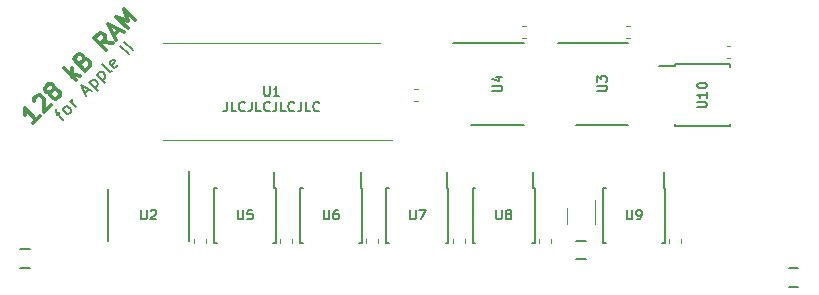
<source format=gto>
G04 #@! TF.GenerationSoftware,KiCad,Pcbnew,(5.1.5-0-10_14)*
G04 #@! TF.CreationDate,2020-09-30T01:12:27-04:00*
G04 #@! TF.ProjectId,RAM128,52414d31-3238-42e6-9b69-6361645f7063,rev?*
G04 #@! TF.SameCoordinates,Original*
G04 #@! TF.FileFunction,Legend,Top*
G04 #@! TF.FilePolarity,Positive*
%FSLAX46Y46*%
G04 Gerber Fmt 4.6, Leading zero omitted, Abs format (unit mm)*
G04 Created by KiCad (PCBNEW (5.1.5-0-10_14)) date 2020-09-30 01:12:27*
%MOMM*%
%LPD*%
G04 APERTURE LIST*
%ADD10C,0.300000*%
%ADD11C,0.200000*%
%ADD12C,0.203200*%
%ADD13C,0.152400*%
%ADD14C,0.120000*%
%ADD15C,0.150000*%
%ADD16C,0.100000*%
%ADD17C,1.448000*%
%ADD18C,2.000000*%
%ADD19C,2.152400*%
G04 APERTURE END LIST*
D10*
X72472027Y-114224640D02*
X71906342Y-114790326D01*
X72189185Y-114507483D02*
X71199235Y-113517533D01*
X71246376Y-113753236D01*
X71246376Y-113941797D01*
X71199235Y-114083219D01*
X71953482Y-112951848D02*
X71953482Y-112857567D01*
X72000623Y-112716146D01*
X72236325Y-112480443D01*
X72377746Y-112433303D01*
X72472027Y-112433303D01*
X72613449Y-112480443D01*
X72707730Y-112574724D01*
X72802011Y-112763286D01*
X72802011Y-113894657D01*
X73414836Y-113281831D01*
X73414836Y-112150460D02*
X73273415Y-112197601D01*
X73179134Y-112197601D01*
X73037713Y-112150460D01*
X72990572Y-112103320D01*
X72943432Y-111961898D01*
X72943432Y-111867618D01*
X72990572Y-111726196D01*
X73179134Y-111537634D01*
X73320556Y-111490494D01*
X73414836Y-111490494D01*
X73556258Y-111537634D01*
X73603398Y-111584775D01*
X73650539Y-111726196D01*
X73650539Y-111820477D01*
X73603398Y-111961898D01*
X73414836Y-112150460D01*
X73367696Y-112291882D01*
X73367696Y-112386163D01*
X73414836Y-112527584D01*
X73603398Y-112716146D01*
X73744820Y-112763286D01*
X73839101Y-112763286D01*
X73980522Y-112716146D01*
X74169084Y-112527584D01*
X74216224Y-112386163D01*
X74216224Y-112291882D01*
X74169084Y-112150460D01*
X73980522Y-111961898D01*
X73839101Y-111914758D01*
X73744820Y-111914758D01*
X73603398Y-111961898D01*
X75536157Y-111160511D02*
X74546207Y-110170561D01*
X75253314Y-110689106D02*
X75913280Y-110783387D01*
X75253314Y-110123421D02*
X75253314Y-110877668D01*
X76148983Y-109510595D02*
X76337544Y-109416314D01*
X76431825Y-109416314D01*
X76573247Y-109463455D01*
X76714668Y-109604876D01*
X76761809Y-109746297D01*
X76761809Y-109840578D01*
X76714668Y-109981999D01*
X76337544Y-110359123D01*
X75347595Y-109369174D01*
X75677578Y-109039190D01*
X75819000Y-108992050D01*
X75913280Y-108992050D01*
X76054702Y-109039190D01*
X76148983Y-109133471D01*
X76196123Y-109274893D01*
X76196123Y-109369174D01*
X76148983Y-109510595D01*
X75819000Y-109840578D01*
X78647427Y-108049241D02*
X77846039Y-107907820D01*
X78081741Y-108614926D02*
X77091792Y-107624977D01*
X77468915Y-107247853D01*
X77610337Y-107200713D01*
X77704618Y-107200713D01*
X77846039Y-107247853D01*
X77987460Y-107389275D01*
X78034601Y-107530696D01*
X78034601Y-107624977D01*
X77987460Y-107766398D01*
X77610337Y-108143522D01*
X78741708Y-107389275D02*
X79213112Y-106917870D01*
X78930269Y-107766398D02*
X78270303Y-106446466D01*
X79590236Y-107106432D01*
X79920219Y-106776449D02*
X78930269Y-105786499D01*
X79967359Y-106163623D01*
X79590236Y-105126533D01*
X80580185Y-106116482D01*
D11*
X73907423Y-114125681D02*
X74181107Y-113851997D01*
X74489002Y-114501997D02*
X73873213Y-113886208D01*
X73839002Y-113783576D01*
X73873213Y-113680945D01*
X73941634Y-113612524D01*
X75002159Y-113988839D02*
X74899528Y-114023050D01*
X74831107Y-114023050D01*
X74728475Y-113988839D01*
X74523212Y-113783576D01*
X74489002Y-113680945D01*
X74489002Y-113612524D01*
X74523212Y-113509892D01*
X74625844Y-113407261D01*
X74728475Y-113373050D01*
X74796896Y-113373050D01*
X74899528Y-113407261D01*
X75104791Y-113612524D01*
X75139001Y-113715155D01*
X75139001Y-113783576D01*
X75104791Y-113886208D01*
X75002159Y-113988839D01*
X75549527Y-113441471D02*
X75070580Y-112962524D01*
X75207422Y-113099366D02*
X75173212Y-112996735D01*
X75173212Y-112928314D01*
X75207422Y-112825682D01*
X75275843Y-112757261D01*
X76302158Y-112278314D02*
X76644263Y-111936209D01*
X76439000Y-112551998D02*
X75960053Y-111594104D01*
X76917947Y-112073051D01*
X76678474Y-111354631D02*
X77396894Y-112073051D01*
X76712684Y-111388841D02*
X76746895Y-111286210D01*
X76883737Y-111149368D01*
X76986368Y-111115158D01*
X77054789Y-111115158D01*
X77157420Y-111149368D01*
X77362683Y-111354631D01*
X77396894Y-111457262D01*
X77396894Y-111525683D01*
X77362683Y-111628315D01*
X77225841Y-111765157D01*
X77123210Y-111799367D01*
X77328473Y-110704632D02*
X78046893Y-111423052D01*
X77362683Y-110738842D02*
X77396894Y-110636211D01*
X77533736Y-110499369D01*
X77636367Y-110465158D01*
X77704788Y-110465158D01*
X77807420Y-110499369D01*
X78012683Y-110704632D01*
X78046893Y-110807263D01*
X78046893Y-110875684D01*
X78012683Y-110978316D01*
X77875841Y-111115158D01*
X77773209Y-111149368D01*
X78560051Y-110430948D02*
X78457419Y-110465158D01*
X78354788Y-110430948D01*
X77738999Y-109815159D01*
X79073208Y-109849369D02*
X79038998Y-109952001D01*
X78902156Y-110088843D01*
X78799524Y-110123053D01*
X78696893Y-110088843D01*
X78423209Y-109815159D01*
X78388998Y-109712527D01*
X78423209Y-109609896D01*
X78560051Y-109473054D01*
X78662682Y-109438843D01*
X78765314Y-109473054D01*
X78833735Y-109541475D01*
X78560051Y-109952001D01*
X79996892Y-108994107D02*
X79278471Y-108275686D01*
X80338997Y-108652002D02*
X79620576Y-107933581D01*
D12*
X88345638Y-113004895D02*
X88345638Y-113585466D01*
X88306933Y-113701580D01*
X88229523Y-113778990D01*
X88113409Y-113817695D01*
X88036000Y-113817695D01*
X89119733Y-113817695D02*
X88732685Y-113817695D01*
X88732685Y-113004895D01*
X89855123Y-113740285D02*
X89816419Y-113778990D01*
X89700304Y-113817695D01*
X89622895Y-113817695D01*
X89506780Y-113778990D01*
X89429371Y-113701580D01*
X89390666Y-113624171D01*
X89351961Y-113469352D01*
X89351961Y-113353238D01*
X89390666Y-113198419D01*
X89429371Y-113121009D01*
X89506780Y-113043600D01*
X89622895Y-113004895D01*
X89700304Y-113004895D01*
X89816419Y-113043600D01*
X89855123Y-113082304D01*
X90435695Y-113004895D02*
X90435695Y-113585466D01*
X90396990Y-113701580D01*
X90319580Y-113778990D01*
X90203466Y-113817695D01*
X90126057Y-113817695D01*
X91209790Y-113817695D02*
X90822742Y-113817695D01*
X90822742Y-113004895D01*
X91945180Y-113740285D02*
X91906476Y-113778990D01*
X91790361Y-113817695D01*
X91712952Y-113817695D01*
X91596838Y-113778990D01*
X91519428Y-113701580D01*
X91480723Y-113624171D01*
X91442019Y-113469352D01*
X91442019Y-113353238D01*
X91480723Y-113198419D01*
X91519428Y-113121009D01*
X91596838Y-113043600D01*
X91712952Y-113004895D01*
X91790361Y-113004895D01*
X91906476Y-113043600D01*
X91945180Y-113082304D01*
X92525752Y-113004895D02*
X92525752Y-113585466D01*
X92487047Y-113701580D01*
X92409638Y-113778990D01*
X92293523Y-113817695D01*
X92216114Y-113817695D01*
X93299847Y-113817695D02*
X92912800Y-113817695D01*
X92912800Y-113004895D01*
X94035238Y-113740285D02*
X93996533Y-113778990D01*
X93880419Y-113817695D01*
X93803009Y-113817695D01*
X93686895Y-113778990D01*
X93609485Y-113701580D01*
X93570780Y-113624171D01*
X93532076Y-113469352D01*
X93532076Y-113353238D01*
X93570780Y-113198419D01*
X93609485Y-113121009D01*
X93686895Y-113043600D01*
X93803009Y-113004895D01*
X93880419Y-113004895D01*
X93996533Y-113043600D01*
X94035238Y-113082304D01*
X94615809Y-113004895D02*
X94615809Y-113585466D01*
X94577104Y-113701580D01*
X94499695Y-113778990D01*
X94383580Y-113817695D01*
X94306171Y-113817695D01*
X95389904Y-113817695D02*
X95002857Y-113817695D01*
X95002857Y-113004895D01*
X96125295Y-113740285D02*
X96086590Y-113778990D01*
X95970476Y-113817695D01*
X95893066Y-113817695D01*
X95776952Y-113778990D01*
X95699542Y-113701580D01*
X95660838Y-113624171D01*
X95622133Y-113469352D01*
X95622133Y-113353238D01*
X95660838Y-113198419D01*
X95699542Y-113121009D01*
X95776952Y-113043600D01*
X95893066Y-113004895D01*
X95970476Y-113004895D01*
X96086590Y-113043600D01*
X96125295Y-113082304D01*
D13*
X136716400Y-127089000D02*
X135903600Y-127089000D01*
X136716400Y-128689000D02*
X135903600Y-128689000D01*
X71656400Y-125500000D02*
X70843600Y-125500000D01*
X71656400Y-127100000D02*
X70843600Y-127100000D01*
X118706400Y-124750000D02*
X117893600Y-124750000D01*
X118706400Y-126350000D02*
X117893600Y-126350000D01*
D14*
X119460000Y-123380000D02*
X119460000Y-121350000D01*
X117140000Y-121970000D02*
X117140000Y-123380000D01*
D15*
X106950000Y-120275000D02*
X106950000Y-118925000D01*
X101825000Y-120275000D02*
X101825000Y-124925000D01*
X107075000Y-120275000D02*
X107075000Y-124925000D01*
X101825000Y-120275000D02*
X102050000Y-120275000D01*
X101825000Y-124925000D02*
X102050000Y-124925000D01*
X107075000Y-124925000D02*
X106850000Y-124925000D01*
X107075000Y-120275000D02*
X106950000Y-120275000D01*
X99775000Y-120275000D02*
X99650000Y-120275000D01*
X99775000Y-124925000D02*
X99550000Y-124925000D01*
X94525000Y-124925000D02*
X94750000Y-124925000D01*
X94525000Y-120275000D02*
X94750000Y-120275000D01*
X99775000Y-120275000D02*
X99775000Y-124925000D01*
X94525000Y-120275000D02*
X94525000Y-124925000D01*
X99650000Y-120275000D02*
X99650000Y-118925000D01*
X126275000Y-109950000D02*
X124925000Y-109950000D01*
X126275000Y-115075000D02*
X130925000Y-115075000D01*
X126275000Y-109825000D02*
X130925000Y-109825000D01*
X126275000Y-115075000D02*
X126275000Y-114850000D01*
X130925000Y-115075000D02*
X130925000Y-114850000D01*
X130925000Y-109825000D02*
X130925000Y-110050000D01*
X126275000Y-109825000D02*
X126275000Y-109950000D01*
D14*
X107440000Y-124962779D02*
X107440000Y-124637221D01*
X108460000Y-124962779D02*
X108460000Y-124637221D01*
D16*
X82900000Y-116270000D02*
X102300000Y-116270000D01*
D14*
X101300000Y-108030000D02*
X82900000Y-108030000D01*
X86560000Y-124962779D02*
X86560000Y-124637221D01*
X85540000Y-124962779D02*
X85540000Y-124637221D01*
X125790000Y-124962779D02*
X125790000Y-124637221D01*
X126810000Y-124962779D02*
X126810000Y-124637221D01*
X115760000Y-124962779D02*
X115760000Y-124637221D01*
X114740000Y-124962779D02*
X114740000Y-124637221D01*
X92840000Y-124962779D02*
X92840000Y-124637221D01*
X93860000Y-124962779D02*
X93860000Y-124637221D01*
D15*
X78225000Y-120375000D02*
X78225000Y-124825000D01*
X85125000Y-118850000D02*
X85125000Y-124825000D01*
X125425000Y-120275000D02*
X125300000Y-120275000D01*
X125425000Y-124925000D02*
X125200000Y-124925000D01*
X120175000Y-124925000D02*
X120400000Y-124925000D01*
X120175000Y-120275000D02*
X120400000Y-120275000D01*
X125425000Y-120275000D02*
X125425000Y-124925000D01*
X120175000Y-120275000D02*
X120175000Y-124925000D01*
X125300000Y-120275000D02*
X125300000Y-118925000D01*
X114375000Y-120275000D02*
X114250000Y-120275000D01*
X114375000Y-124925000D02*
X114150000Y-124925000D01*
X109125000Y-124925000D02*
X109350000Y-124925000D01*
X109125000Y-120275000D02*
X109350000Y-120275000D01*
X114375000Y-120275000D02*
X114375000Y-124925000D01*
X109125000Y-120275000D02*
X109125000Y-124925000D01*
X114250000Y-120275000D02*
X114250000Y-118925000D01*
X92350000Y-120275000D02*
X92350000Y-118925000D01*
X87225000Y-120275000D02*
X87225000Y-124925000D01*
X92475000Y-120275000D02*
X92475000Y-124925000D01*
X87225000Y-120275000D02*
X87450000Y-120275000D01*
X87225000Y-124925000D02*
X87450000Y-124925000D01*
X92475000Y-124925000D02*
X92250000Y-124925000D01*
X92475000Y-120275000D02*
X92350000Y-120275000D01*
D14*
X101160000Y-124962779D02*
X101160000Y-124637221D01*
X100140000Y-124962779D02*
X100140000Y-124637221D01*
X130962779Y-108240000D02*
X130637221Y-108240000D01*
X130962779Y-109260000D02*
X130637221Y-109260000D01*
X104187221Y-111890000D02*
X104512779Y-111890000D01*
X104187221Y-112910000D02*
X104512779Y-112910000D01*
X113612779Y-106590000D02*
X113287221Y-106590000D01*
X113612779Y-107610000D02*
X113287221Y-107610000D01*
X122462779Y-106590000D02*
X122137221Y-106590000D01*
X122462779Y-107610000D02*
X122137221Y-107610000D01*
D15*
X116350000Y-108025000D02*
X122325000Y-108025000D01*
X117875000Y-114925000D02*
X122325000Y-114925000D01*
X109025000Y-114925000D02*
X113475000Y-114925000D01*
X107500000Y-108025000D02*
X113475000Y-108025000D01*
D12*
X103830723Y-122154895D02*
X103830723Y-122812876D01*
X103869428Y-122890285D01*
X103908133Y-122928990D01*
X103985542Y-122967695D01*
X104140361Y-122967695D01*
X104217771Y-122928990D01*
X104256476Y-122890285D01*
X104295180Y-122812876D01*
X104295180Y-122154895D01*
X104604819Y-122154895D02*
X105146685Y-122154895D01*
X104798342Y-122967695D01*
X96530723Y-122154895D02*
X96530723Y-122812876D01*
X96569428Y-122890285D01*
X96608133Y-122928990D01*
X96685542Y-122967695D01*
X96840361Y-122967695D01*
X96917771Y-122928990D01*
X96956476Y-122890285D01*
X96995180Y-122812876D01*
X96995180Y-122154895D01*
X97730571Y-122154895D02*
X97575752Y-122154895D01*
X97498342Y-122193600D01*
X97459638Y-122232304D01*
X97382228Y-122348419D01*
X97343523Y-122503238D01*
X97343523Y-122812876D01*
X97382228Y-122890285D01*
X97420933Y-122928990D01*
X97498342Y-122967695D01*
X97653161Y-122967695D01*
X97730571Y-122928990D01*
X97769276Y-122890285D01*
X97807980Y-122812876D01*
X97807980Y-122619352D01*
X97769276Y-122541942D01*
X97730571Y-122503238D01*
X97653161Y-122464533D01*
X97498342Y-122464533D01*
X97420933Y-122503238D01*
X97382228Y-122541942D01*
X97343523Y-122619352D01*
X128154895Y-113456323D02*
X128812876Y-113456323D01*
X128890285Y-113417619D01*
X128928990Y-113378914D01*
X128967695Y-113301504D01*
X128967695Y-113146685D01*
X128928990Y-113069276D01*
X128890285Y-113030571D01*
X128812876Y-112991866D01*
X128154895Y-112991866D01*
X128967695Y-112179066D02*
X128967695Y-112643523D01*
X128967695Y-112411295D02*
X128154895Y-112411295D01*
X128271009Y-112488704D01*
X128348419Y-112566114D01*
X128387123Y-112643523D01*
X128154895Y-111675904D02*
X128154895Y-111598495D01*
X128193600Y-111521085D01*
X128232304Y-111482380D01*
X128309714Y-111443676D01*
X128464533Y-111404971D01*
X128658057Y-111404971D01*
X128812876Y-111443676D01*
X128890285Y-111482380D01*
X128928990Y-111521085D01*
X128967695Y-111598495D01*
X128967695Y-111675904D01*
X128928990Y-111753314D01*
X128890285Y-111792019D01*
X128812876Y-111830723D01*
X128658057Y-111869428D01*
X128464533Y-111869428D01*
X128309714Y-111830723D01*
X128232304Y-111792019D01*
X128193600Y-111753314D01*
X128154895Y-111675904D01*
X91480723Y-111704895D02*
X91480723Y-112362876D01*
X91519428Y-112440285D01*
X91558133Y-112478990D01*
X91635542Y-112517695D01*
X91790361Y-112517695D01*
X91867771Y-112478990D01*
X91906476Y-112440285D01*
X91945180Y-112362876D01*
X91945180Y-111704895D01*
X92757980Y-112517695D02*
X92293523Y-112517695D01*
X92525752Y-112517695D02*
X92525752Y-111704895D01*
X92448342Y-111821009D01*
X92370933Y-111898419D01*
X92293523Y-111937123D01*
X81055723Y-122154895D02*
X81055723Y-122812876D01*
X81094428Y-122890285D01*
X81133133Y-122928990D01*
X81210542Y-122967695D01*
X81365361Y-122967695D01*
X81442771Y-122928990D01*
X81481476Y-122890285D01*
X81520180Y-122812876D01*
X81520180Y-122154895D01*
X81868523Y-122232304D02*
X81907228Y-122193600D01*
X81984638Y-122154895D01*
X82178161Y-122154895D01*
X82255571Y-122193600D01*
X82294276Y-122232304D01*
X82332980Y-122309714D01*
X82332980Y-122387123D01*
X82294276Y-122503238D01*
X81829819Y-122967695D01*
X82332980Y-122967695D01*
X122180723Y-122154895D02*
X122180723Y-122812876D01*
X122219428Y-122890285D01*
X122258133Y-122928990D01*
X122335542Y-122967695D01*
X122490361Y-122967695D01*
X122567771Y-122928990D01*
X122606476Y-122890285D01*
X122645180Y-122812876D01*
X122645180Y-122154895D01*
X123070933Y-122967695D02*
X123225752Y-122967695D01*
X123303161Y-122928990D01*
X123341866Y-122890285D01*
X123419276Y-122774171D01*
X123457980Y-122619352D01*
X123457980Y-122309714D01*
X123419276Y-122232304D01*
X123380571Y-122193600D01*
X123303161Y-122154895D01*
X123148342Y-122154895D01*
X123070933Y-122193600D01*
X123032228Y-122232304D01*
X122993523Y-122309714D01*
X122993523Y-122503238D01*
X123032228Y-122580647D01*
X123070933Y-122619352D01*
X123148342Y-122658057D01*
X123303161Y-122658057D01*
X123380571Y-122619352D01*
X123419276Y-122580647D01*
X123457980Y-122503238D01*
X111130723Y-122154895D02*
X111130723Y-122812876D01*
X111169428Y-122890285D01*
X111208133Y-122928990D01*
X111285542Y-122967695D01*
X111440361Y-122967695D01*
X111517771Y-122928990D01*
X111556476Y-122890285D01*
X111595180Y-122812876D01*
X111595180Y-122154895D01*
X112098342Y-122503238D02*
X112020933Y-122464533D01*
X111982228Y-122425828D01*
X111943523Y-122348419D01*
X111943523Y-122309714D01*
X111982228Y-122232304D01*
X112020933Y-122193600D01*
X112098342Y-122154895D01*
X112253161Y-122154895D01*
X112330571Y-122193600D01*
X112369276Y-122232304D01*
X112407980Y-122309714D01*
X112407980Y-122348419D01*
X112369276Y-122425828D01*
X112330571Y-122464533D01*
X112253161Y-122503238D01*
X112098342Y-122503238D01*
X112020933Y-122541942D01*
X111982228Y-122580647D01*
X111943523Y-122658057D01*
X111943523Y-122812876D01*
X111982228Y-122890285D01*
X112020933Y-122928990D01*
X112098342Y-122967695D01*
X112253161Y-122967695D01*
X112330571Y-122928990D01*
X112369276Y-122890285D01*
X112407980Y-122812876D01*
X112407980Y-122658057D01*
X112369276Y-122580647D01*
X112330571Y-122541942D01*
X112253161Y-122503238D01*
X89230723Y-122154895D02*
X89230723Y-122812876D01*
X89269428Y-122890285D01*
X89308133Y-122928990D01*
X89385542Y-122967695D01*
X89540361Y-122967695D01*
X89617771Y-122928990D01*
X89656476Y-122890285D01*
X89695180Y-122812876D01*
X89695180Y-122154895D01*
X90469276Y-122154895D02*
X90082228Y-122154895D01*
X90043523Y-122541942D01*
X90082228Y-122503238D01*
X90159638Y-122464533D01*
X90353161Y-122464533D01*
X90430571Y-122503238D01*
X90469276Y-122541942D01*
X90507980Y-122619352D01*
X90507980Y-122812876D01*
X90469276Y-122890285D01*
X90430571Y-122928990D01*
X90353161Y-122967695D01*
X90159638Y-122967695D01*
X90082228Y-122928990D01*
X90043523Y-122890285D01*
X119654895Y-112094276D02*
X120312876Y-112094276D01*
X120390285Y-112055571D01*
X120428990Y-112016866D01*
X120467695Y-111939457D01*
X120467695Y-111784638D01*
X120428990Y-111707228D01*
X120390285Y-111668523D01*
X120312876Y-111629819D01*
X119654895Y-111629819D01*
X119654895Y-111320180D02*
X119654895Y-110817019D01*
X119964533Y-111087952D01*
X119964533Y-110971838D01*
X120003238Y-110894428D01*
X120041942Y-110855723D01*
X120119352Y-110817019D01*
X120312876Y-110817019D01*
X120390285Y-110855723D01*
X120428990Y-110894428D01*
X120467695Y-110971838D01*
X120467695Y-111204066D01*
X120428990Y-111281476D01*
X120390285Y-111320180D01*
X110804895Y-112094276D02*
X111462876Y-112094276D01*
X111540285Y-112055571D01*
X111578990Y-112016866D01*
X111617695Y-111939457D01*
X111617695Y-111784638D01*
X111578990Y-111707228D01*
X111540285Y-111668523D01*
X111462876Y-111629819D01*
X110804895Y-111629819D01*
X111075828Y-110894428D02*
X111617695Y-110894428D01*
X110766190Y-111087952D02*
X111346761Y-111281476D01*
X111346761Y-110778314D01*
%LPC*%
D16*
G36*
X139700000Y-139446000D02*
G01*
X139192000Y-139954000D01*
X74168000Y-139954000D01*
X73660000Y-139446000D01*
X73660000Y-132080000D01*
X139700000Y-132080000D01*
X139700000Y-139446000D01*
G37*
G36*
X135775680Y-127140384D02*
G01*
X135803588Y-127144524D01*
X135830957Y-127151380D01*
X135857521Y-127160885D01*
X135883027Y-127172948D01*
X135907226Y-127187452D01*
X135929888Y-127204259D01*
X135950793Y-127223207D01*
X135969741Y-127244112D01*
X135986548Y-127266774D01*
X136001052Y-127290973D01*
X136013115Y-127316479D01*
X136022620Y-127343043D01*
X136029476Y-127370412D01*
X136033616Y-127398320D01*
X136035000Y-127426500D01*
X136035000Y-128351500D01*
X136033616Y-128379680D01*
X136029476Y-128407588D01*
X136022620Y-128434957D01*
X136013115Y-128461521D01*
X136001052Y-128487027D01*
X135986548Y-128511226D01*
X135969741Y-128533888D01*
X135950793Y-128554793D01*
X135929888Y-128573741D01*
X135907226Y-128590548D01*
X135883027Y-128605052D01*
X135857521Y-128617115D01*
X135830957Y-128626620D01*
X135803588Y-128633476D01*
X135775680Y-128637616D01*
X135747500Y-128639000D01*
X135172500Y-128639000D01*
X135144320Y-128637616D01*
X135116412Y-128633476D01*
X135089043Y-128626620D01*
X135062479Y-128617115D01*
X135036973Y-128605052D01*
X135012774Y-128590548D01*
X134990112Y-128573741D01*
X134969207Y-128554793D01*
X134950259Y-128533888D01*
X134933452Y-128511226D01*
X134918948Y-128487027D01*
X134906885Y-128461521D01*
X134897380Y-128434957D01*
X134890524Y-128407588D01*
X134886384Y-128379680D01*
X134885000Y-128351500D01*
X134885000Y-127426500D01*
X134886384Y-127398320D01*
X134890524Y-127370412D01*
X134897380Y-127343043D01*
X134906885Y-127316479D01*
X134918948Y-127290973D01*
X134933452Y-127266774D01*
X134950259Y-127244112D01*
X134969207Y-127223207D01*
X134990112Y-127204259D01*
X135012774Y-127187452D01*
X135036973Y-127172948D01*
X135062479Y-127160885D01*
X135089043Y-127151380D01*
X135116412Y-127144524D01*
X135144320Y-127140384D01*
X135172500Y-127139000D01*
X135747500Y-127139000D01*
X135775680Y-127140384D01*
G37*
G36*
X137475680Y-127140384D02*
G01*
X137503588Y-127144524D01*
X137530957Y-127151380D01*
X137557521Y-127160885D01*
X137583027Y-127172948D01*
X137607226Y-127187452D01*
X137629888Y-127204259D01*
X137650793Y-127223207D01*
X137669741Y-127244112D01*
X137686548Y-127266774D01*
X137701052Y-127290973D01*
X137713115Y-127316479D01*
X137722620Y-127343043D01*
X137729476Y-127370412D01*
X137733616Y-127398320D01*
X137735000Y-127426500D01*
X137735000Y-128351500D01*
X137733616Y-128379680D01*
X137729476Y-128407588D01*
X137722620Y-128434957D01*
X137713115Y-128461521D01*
X137701052Y-128487027D01*
X137686548Y-128511226D01*
X137669741Y-128533888D01*
X137650793Y-128554793D01*
X137629888Y-128573741D01*
X137607226Y-128590548D01*
X137583027Y-128605052D01*
X137557521Y-128617115D01*
X137530957Y-128626620D01*
X137503588Y-128633476D01*
X137475680Y-128637616D01*
X137447500Y-128639000D01*
X136872500Y-128639000D01*
X136844320Y-128637616D01*
X136816412Y-128633476D01*
X136789043Y-128626620D01*
X136762479Y-128617115D01*
X136736973Y-128605052D01*
X136712774Y-128590548D01*
X136690112Y-128573741D01*
X136669207Y-128554793D01*
X136650259Y-128533888D01*
X136633452Y-128511226D01*
X136618948Y-128487027D01*
X136606885Y-128461521D01*
X136597380Y-128434957D01*
X136590524Y-128407588D01*
X136586384Y-128379680D01*
X136585000Y-128351500D01*
X136585000Y-127426500D01*
X136586384Y-127398320D01*
X136590524Y-127370412D01*
X136597380Y-127343043D01*
X136606885Y-127316479D01*
X136618948Y-127290973D01*
X136633452Y-127266774D01*
X136650259Y-127244112D01*
X136669207Y-127223207D01*
X136690112Y-127204259D01*
X136712774Y-127187452D01*
X136736973Y-127172948D01*
X136762479Y-127160885D01*
X136789043Y-127151380D01*
X136816412Y-127144524D01*
X136844320Y-127140384D01*
X136872500Y-127139000D01*
X137447500Y-127139000D01*
X137475680Y-127140384D01*
G37*
G36*
X70715680Y-125551384D02*
G01*
X70743588Y-125555524D01*
X70770957Y-125562380D01*
X70797521Y-125571885D01*
X70823027Y-125583948D01*
X70847226Y-125598452D01*
X70869888Y-125615259D01*
X70890793Y-125634207D01*
X70909741Y-125655112D01*
X70926548Y-125677774D01*
X70941052Y-125701973D01*
X70953115Y-125727479D01*
X70962620Y-125754043D01*
X70969476Y-125781412D01*
X70973616Y-125809320D01*
X70975000Y-125837500D01*
X70975000Y-126762500D01*
X70973616Y-126790680D01*
X70969476Y-126818588D01*
X70962620Y-126845957D01*
X70953115Y-126872521D01*
X70941052Y-126898027D01*
X70926548Y-126922226D01*
X70909741Y-126944888D01*
X70890793Y-126965793D01*
X70869888Y-126984741D01*
X70847226Y-127001548D01*
X70823027Y-127016052D01*
X70797521Y-127028115D01*
X70770957Y-127037620D01*
X70743588Y-127044476D01*
X70715680Y-127048616D01*
X70687500Y-127050000D01*
X70112500Y-127050000D01*
X70084320Y-127048616D01*
X70056412Y-127044476D01*
X70029043Y-127037620D01*
X70002479Y-127028115D01*
X69976973Y-127016052D01*
X69952774Y-127001548D01*
X69930112Y-126984741D01*
X69909207Y-126965793D01*
X69890259Y-126944888D01*
X69873452Y-126922226D01*
X69858948Y-126898027D01*
X69846885Y-126872521D01*
X69837380Y-126845957D01*
X69830524Y-126818588D01*
X69826384Y-126790680D01*
X69825000Y-126762500D01*
X69825000Y-125837500D01*
X69826384Y-125809320D01*
X69830524Y-125781412D01*
X69837380Y-125754043D01*
X69846885Y-125727479D01*
X69858948Y-125701973D01*
X69873452Y-125677774D01*
X69890259Y-125655112D01*
X69909207Y-125634207D01*
X69930112Y-125615259D01*
X69952774Y-125598452D01*
X69976973Y-125583948D01*
X70002479Y-125571885D01*
X70029043Y-125562380D01*
X70056412Y-125555524D01*
X70084320Y-125551384D01*
X70112500Y-125550000D01*
X70687500Y-125550000D01*
X70715680Y-125551384D01*
G37*
G36*
X72415680Y-125551384D02*
G01*
X72443588Y-125555524D01*
X72470957Y-125562380D01*
X72497521Y-125571885D01*
X72523027Y-125583948D01*
X72547226Y-125598452D01*
X72569888Y-125615259D01*
X72590793Y-125634207D01*
X72609741Y-125655112D01*
X72626548Y-125677774D01*
X72641052Y-125701973D01*
X72653115Y-125727479D01*
X72662620Y-125754043D01*
X72669476Y-125781412D01*
X72673616Y-125809320D01*
X72675000Y-125837500D01*
X72675000Y-126762500D01*
X72673616Y-126790680D01*
X72669476Y-126818588D01*
X72662620Y-126845957D01*
X72653115Y-126872521D01*
X72641052Y-126898027D01*
X72626548Y-126922226D01*
X72609741Y-126944888D01*
X72590793Y-126965793D01*
X72569888Y-126984741D01*
X72547226Y-127001548D01*
X72523027Y-127016052D01*
X72497521Y-127028115D01*
X72470957Y-127037620D01*
X72443588Y-127044476D01*
X72415680Y-127048616D01*
X72387500Y-127050000D01*
X71812500Y-127050000D01*
X71784320Y-127048616D01*
X71756412Y-127044476D01*
X71729043Y-127037620D01*
X71702479Y-127028115D01*
X71676973Y-127016052D01*
X71652774Y-127001548D01*
X71630112Y-126984741D01*
X71609207Y-126965793D01*
X71590259Y-126944888D01*
X71573452Y-126922226D01*
X71558948Y-126898027D01*
X71546885Y-126872521D01*
X71537380Y-126845957D01*
X71530524Y-126818588D01*
X71526384Y-126790680D01*
X71525000Y-126762500D01*
X71525000Y-125837500D01*
X71526384Y-125809320D01*
X71530524Y-125781412D01*
X71537380Y-125754043D01*
X71546885Y-125727479D01*
X71558948Y-125701973D01*
X71573452Y-125677774D01*
X71590259Y-125655112D01*
X71609207Y-125634207D01*
X71630112Y-125615259D01*
X71652774Y-125598452D01*
X71676973Y-125583948D01*
X71702479Y-125571885D01*
X71729043Y-125562380D01*
X71756412Y-125555524D01*
X71784320Y-125551384D01*
X71812500Y-125550000D01*
X72387500Y-125550000D01*
X72415680Y-125551384D01*
G37*
G36*
X117610779Y-124801144D02*
G01*
X117633834Y-124804563D01*
X117656443Y-124810227D01*
X117678387Y-124818079D01*
X117699457Y-124828044D01*
X117719448Y-124840026D01*
X117738168Y-124853910D01*
X117755438Y-124869562D01*
X117771090Y-124886832D01*
X117784974Y-124905552D01*
X117796956Y-124925543D01*
X117806921Y-124946613D01*
X117814773Y-124968557D01*
X117820437Y-124991166D01*
X117823856Y-125014221D01*
X117825000Y-125037500D01*
X117825000Y-126062500D01*
X117823856Y-126085779D01*
X117820437Y-126108834D01*
X117814773Y-126131443D01*
X117806921Y-126153387D01*
X117796956Y-126174457D01*
X117784974Y-126194448D01*
X117771090Y-126213168D01*
X117755438Y-126230438D01*
X117738168Y-126246090D01*
X117719448Y-126259974D01*
X117699457Y-126271956D01*
X117678387Y-126281921D01*
X117656443Y-126289773D01*
X117633834Y-126295437D01*
X117610779Y-126298856D01*
X117587500Y-126300000D01*
X117112500Y-126300000D01*
X117089221Y-126298856D01*
X117066166Y-126295437D01*
X117043557Y-126289773D01*
X117021613Y-126281921D01*
X117000543Y-126271956D01*
X116980552Y-126259974D01*
X116961832Y-126246090D01*
X116944562Y-126230438D01*
X116928910Y-126213168D01*
X116915026Y-126194448D01*
X116903044Y-126174457D01*
X116893079Y-126153387D01*
X116885227Y-126131443D01*
X116879563Y-126108834D01*
X116876144Y-126085779D01*
X116875000Y-126062500D01*
X116875000Y-125037500D01*
X116876144Y-125014221D01*
X116879563Y-124991166D01*
X116885227Y-124968557D01*
X116893079Y-124946613D01*
X116903044Y-124925543D01*
X116915026Y-124905552D01*
X116928910Y-124886832D01*
X116944562Y-124869562D01*
X116961832Y-124853910D01*
X116980552Y-124840026D01*
X117000543Y-124828044D01*
X117021613Y-124818079D01*
X117043557Y-124810227D01*
X117066166Y-124804563D01*
X117089221Y-124801144D01*
X117112500Y-124800000D01*
X117587500Y-124800000D01*
X117610779Y-124801144D01*
G37*
G36*
X119510779Y-124801144D02*
G01*
X119533834Y-124804563D01*
X119556443Y-124810227D01*
X119578387Y-124818079D01*
X119599457Y-124828044D01*
X119619448Y-124840026D01*
X119638168Y-124853910D01*
X119655438Y-124869562D01*
X119671090Y-124886832D01*
X119684974Y-124905552D01*
X119696956Y-124925543D01*
X119706921Y-124946613D01*
X119714773Y-124968557D01*
X119720437Y-124991166D01*
X119723856Y-125014221D01*
X119725000Y-125037500D01*
X119725000Y-126062500D01*
X119723856Y-126085779D01*
X119720437Y-126108834D01*
X119714773Y-126131443D01*
X119706921Y-126153387D01*
X119696956Y-126174457D01*
X119684974Y-126194448D01*
X119671090Y-126213168D01*
X119655438Y-126230438D01*
X119638168Y-126246090D01*
X119619448Y-126259974D01*
X119599457Y-126271956D01*
X119578387Y-126281921D01*
X119556443Y-126289773D01*
X119533834Y-126295437D01*
X119510779Y-126298856D01*
X119487500Y-126300000D01*
X119012500Y-126300000D01*
X118989221Y-126298856D01*
X118966166Y-126295437D01*
X118943557Y-126289773D01*
X118921613Y-126281921D01*
X118900543Y-126271956D01*
X118880552Y-126259974D01*
X118861832Y-126246090D01*
X118844562Y-126230438D01*
X118828910Y-126213168D01*
X118815026Y-126194448D01*
X118803044Y-126174457D01*
X118793079Y-126153387D01*
X118785227Y-126131443D01*
X118779563Y-126108834D01*
X118776144Y-126085779D01*
X118775000Y-126062500D01*
X118775000Y-125037500D01*
X118776144Y-125014221D01*
X118779563Y-124991166D01*
X118785227Y-124968557D01*
X118793079Y-124946613D01*
X118803044Y-124925543D01*
X118815026Y-124905552D01*
X118828910Y-124886832D01*
X118844562Y-124869562D01*
X118861832Y-124853910D01*
X118880552Y-124840026D01*
X118900543Y-124828044D01*
X118921613Y-124818079D01*
X118943557Y-124810227D01*
X118966166Y-124804563D01*
X118989221Y-124801144D01*
X119012500Y-124800000D01*
X119487500Y-124800000D01*
X119510779Y-124801144D01*
G37*
D17*
X136906000Y-122301000D03*
D16*
G36*
X119081762Y-122960578D02*
G01*
X119093411Y-122962306D01*
X119104834Y-122965167D01*
X119115922Y-122969134D01*
X119126568Y-122974169D01*
X119136668Y-122980224D01*
X119146127Y-122987239D01*
X119154853Y-122995147D01*
X119162761Y-123003873D01*
X119169776Y-123013332D01*
X119175831Y-123023432D01*
X119180866Y-123034078D01*
X119184833Y-123045166D01*
X119187694Y-123056589D01*
X119189422Y-123068238D01*
X119190000Y-123080000D01*
X119190000Y-123920000D01*
X119189422Y-123931762D01*
X119187694Y-123943411D01*
X119184833Y-123954834D01*
X119180866Y-123965922D01*
X119175831Y-123976568D01*
X119169776Y-123986668D01*
X119162761Y-123996127D01*
X119154853Y-124004853D01*
X119146127Y-124012761D01*
X119136668Y-124019776D01*
X119126568Y-124025831D01*
X119115922Y-124030866D01*
X119104834Y-124034833D01*
X119093411Y-124037694D01*
X119081762Y-124039422D01*
X119070000Y-124040000D01*
X118830000Y-124040000D01*
X118818238Y-124039422D01*
X118806589Y-124037694D01*
X118795166Y-124034833D01*
X118784078Y-124030866D01*
X118773432Y-124025831D01*
X118763332Y-124019776D01*
X118753873Y-124012761D01*
X118745147Y-124004853D01*
X118737239Y-123996127D01*
X118730224Y-123986668D01*
X118724169Y-123976568D01*
X118719134Y-123965922D01*
X118715167Y-123954834D01*
X118712306Y-123943411D01*
X118710578Y-123931762D01*
X118710000Y-123920000D01*
X118710000Y-123080000D01*
X118710578Y-123068238D01*
X118712306Y-123056589D01*
X118715167Y-123045166D01*
X118719134Y-123034078D01*
X118724169Y-123023432D01*
X118730224Y-123013332D01*
X118737239Y-123003873D01*
X118745147Y-122995147D01*
X118753873Y-122987239D01*
X118763332Y-122980224D01*
X118773432Y-122974169D01*
X118784078Y-122969134D01*
X118795166Y-122965167D01*
X118806589Y-122962306D01*
X118818238Y-122960578D01*
X118830000Y-122960000D01*
X119070000Y-122960000D01*
X119081762Y-122960578D01*
G37*
G36*
X117781762Y-122960578D02*
G01*
X117793411Y-122962306D01*
X117804834Y-122965167D01*
X117815922Y-122969134D01*
X117826568Y-122974169D01*
X117836668Y-122980224D01*
X117846127Y-122987239D01*
X117854853Y-122995147D01*
X117862761Y-123003873D01*
X117869776Y-123013332D01*
X117875831Y-123023432D01*
X117880866Y-123034078D01*
X117884833Y-123045166D01*
X117887694Y-123056589D01*
X117889422Y-123068238D01*
X117890000Y-123080000D01*
X117890000Y-123920000D01*
X117889422Y-123931762D01*
X117887694Y-123943411D01*
X117884833Y-123954834D01*
X117880866Y-123965922D01*
X117875831Y-123976568D01*
X117869776Y-123986668D01*
X117862761Y-123996127D01*
X117854853Y-124004853D01*
X117846127Y-124012761D01*
X117836668Y-124019776D01*
X117826568Y-124025831D01*
X117815922Y-124030866D01*
X117804834Y-124034833D01*
X117793411Y-124037694D01*
X117781762Y-124039422D01*
X117770000Y-124040000D01*
X117530000Y-124040000D01*
X117518238Y-124039422D01*
X117506589Y-124037694D01*
X117495166Y-124034833D01*
X117484078Y-124030866D01*
X117473432Y-124025831D01*
X117463332Y-124019776D01*
X117453873Y-124012761D01*
X117445147Y-124004853D01*
X117437239Y-123996127D01*
X117430224Y-123986668D01*
X117424169Y-123976568D01*
X117419134Y-123965922D01*
X117415167Y-123954834D01*
X117412306Y-123943411D01*
X117410578Y-123931762D01*
X117410000Y-123920000D01*
X117410000Y-123080000D01*
X117410578Y-123068238D01*
X117412306Y-123056589D01*
X117415167Y-123045166D01*
X117419134Y-123034078D01*
X117424169Y-123023432D01*
X117430224Y-123013332D01*
X117437239Y-123003873D01*
X117445147Y-122995147D01*
X117453873Y-122987239D01*
X117463332Y-122980224D01*
X117473432Y-122974169D01*
X117484078Y-122969134D01*
X117495166Y-122965167D01*
X117506589Y-122962306D01*
X117518238Y-122960578D01*
X117530000Y-122960000D01*
X117770000Y-122960000D01*
X117781762Y-122960578D01*
G37*
G36*
X118431762Y-121260578D02*
G01*
X118443411Y-121262306D01*
X118454834Y-121265167D01*
X118465922Y-121269134D01*
X118476568Y-121274169D01*
X118486668Y-121280224D01*
X118496127Y-121287239D01*
X118504853Y-121295147D01*
X118512761Y-121303873D01*
X118519776Y-121313332D01*
X118525831Y-121323432D01*
X118530866Y-121334078D01*
X118534833Y-121345166D01*
X118537694Y-121356589D01*
X118539422Y-121368238D01*
X118540000Y-121380000D01*
X118540000Y-122220000D01*
X118539422Y-122231762D01*
X118537694Y-122243411D01*
X118534833Y-122254834D01*
X118530866Y-122265922D01*
X118525831Y-122276568D01*
X118519776Y-122286668D01*
X118512761Y-122296127D01*
X118504853Y-122304853D01*
X118496127Y-122312761D01*
X118486668Y-122319776D01*
X118476568Y-122325831D01*
X118465922Y-122330866D01*
X118454834Y-122334833D01*
X118443411Y-122337694D01*
X118431762Y-122339422D01*
X118420000Y-122340000D01*
X118180000Y-122340000D01*
X118168238Y-122339422D01*
X118156589Y-122337694D01*
X118145166Y-122334833D01*
X118134078Y-122330866D01*
X118123432Y-122325831D01*
X118113332Y-122319776D01*
X118103873Y-122312761D01*
X118095147Y-122304853D01*
X118087239Y-122296127D01*
X118080224Y-122286668D01*
X118074169Y-122276568D01*
X118069134Y-122265922D01*
X118065167Y-122254834D01*
X118062306Y-122243411D01*
X118060578Y-122231762D01*
X118060000Y-122220000D01*
X118060000Y-121380000D01*
X118060578Y-121368238D01*
X118062306Y-121356589D01*
X118065167Y-121345166D01*
X118069134Y-121334078D01*
X118074169Y-121323432D01*
X118080224Y-121313332D01*
X118087239Y-121303873D01*
X118095147Y-121295147D01*
X118103873Y-121287239D01*
X118113332Y-121280224D01*
X118123432Y-121274169D01*
X118134078Y-121269134D01*
X118145166Y-121265167D01*
X118156589Y-121262306D01*
X118168238Y-121260578D01*
X118180000Y-121260000D01*
X118420000Y-121260000D01*
X118431762Y-121260578D01*
G37*
G36*
X119081762Y-121260578D02*
G01*
X119093411Y-121262306D01*
X119104834Y-121265167D01*
X119115922Y-121269134D01*
X119126568Y-121274169D01*
X119136668Y-121280224D01*
X119146127Y-121287239D01*
X119154853Y-121295147D01*
X119162761Y-121303873D01*
X119169776Y-121313332D01*
X119175831Y-121323432D01*
X119180866Y-121334078D01*
X119184833Y-121345166D01*
X119187694Y-121356589D01*
X119189422Y-121368238D01*
X119190000Y-121380000D01*
X119190000Y-122220000D01*
X119189422Y-122231762D01*
X119187694Y-122243411D01*
X119184833Y-122254834D01*
X119180866Y-122265922D01*
X119175831Y-122276568D01*
X119169776Y-122286668D01*
X119162761Y-122296127D01*
X119154853Y-122304853D01*
X119146127Y-122312761D01*
X119136668Y-122319776D01*
X119126568Y-122325831D01*
X119115922Y-122330866D01*
X119104834Y-122334833D01*
X119093411Y-122337694D01*
X119081762Y-122339422D01*
X119070000Y-122340000D01*
X118830000Y-122340000D01*
X118818238Y-122339422D01*
X118806589Y-122337694D01*
X118795166Y-122334833D01*
X118784078Y-122330866D01*
X118773432Y-122325831D01*
X118763332Y-122319776D01*
X118753873Y-122312761D01*
X118745147Y-122304853D01*
X118737239Y-122296127D01*
X118730224Y-122286668D01*
X118724169Y-122276568D01*
X118719134Y-122265922D01*
X118715167Y-122254834D01*
X118712306Y-122243411D01*
X118710578Y-122231762D01*
X118710000Y-122220000D01*
X118710000Y-121380000D01*
X118710578Y-121368238D01*
X118712306Y-121356589D01*
X118715167Y-121345166D01*
X118719134Y-121334078D01*
X118724169Y-121323432D01*
X118730224Y-121313332D01*
X118737239Y-121303873D01*
X118745147Y-121295147D01*
X118753873Y-121287239D01*
X118763332Y-121280224D01*
X118773432Y-121274169D01*
X118784078Y-121269134D01*
X118795166Y-121265167D01*
X118806589Y-121262306D01*
X118818238Y-121260578D01*
X118830000Y-121260000D01*
X119070000Y-121260000D01*
X119081762Y-121260578D01*
G37*
G36*
X117781762Y-121260578D02*
G01*
X117793411Y-121262306D01*
X117804834Y-121265167D01*
X117815922Y-121269134D01*
X117826568Y-121274169D01*
X117836668Y-121280224D01*
X117846127Y-121287239D01*
X117854853Y-121295147D01*
X117862761Y-121303873D01*
X117869776Y-121313332D01*
X117875831Y-121323432D01*
X117880866Y-121334078D01*
X117884833Y-121345166D01*
X117887694Y-121356589D01*
X117889422Y-121368238D01*
X117890000Y-121380000D01*
X117890000Y-122220000D01*
X117889422Y-122231762D01*
X117887694Y-122243411D01*
X117884833Y-122254834D01*
X117880866Y-122265922D01*
X117875831Y-122276568D01*
X117869776Y-122286668D01*
X117862761Y-122296127D01*
X117854853Y-122304853D01*
X117846127Y-122312761D01*
X117836668Y-122319776D01*
X117826568Y-122325831D01*
X117815922Y-122330866D01*
X117804834Y-122334833D01*
X117793411Y-122337694D01*
X117781762Y-122339422D01*
X117770000Y-122340000D01*
X117530000Y-122340000D01*
X117518238Y-122339422D01*
X117506589Y-122337694D01*
X117495166Y-122334833D01*
X117484078Y-122330866D01*
X117473432Y-122325831D01*
X117463332Y-122319776D01*
X117453873Y-122312761D01*
X117445147Y-122304853D01*
X117437239Y-122296127D01*
X117430224Y-122286668D01*
X117424169Y-122276568D01*
X117419134Y-122265922D01*
X117415167Y-122254834D01*
X117412306Y-122243411D01*
X117410578Y-122231762D01*
X117410000Y-122220000D01*
X117410000Y-121380000D01*
X117410578Y-121368238D01*
X117412306Y-121356589D01*
X117415167Y-121345166D01*
X117419134Y-121334078D01*
X117424169Y-121323432D01*
X117430224Y-121313332D01*
X117437239Y-121303873D01*
X117445147Y-121295147D01*
X117453873Y-121287239D01*
X117463332Y-121280224D01*
X117473432Y-121274169D01*
X117484078Y-121269134D01*
X117495166Y-121265167D01*
X117506589Y-121262306D01*
X117518238Y-121260578D01*
X117530000Y-121260000D01*
X117770000Y-121260000D01*
X117781762Y-121260578D01*
G37*
G36*
X106536703Y-124801600D02*
G01*
X106548789Y-124803392D01*
X106560640Y-124806361D01*
X106572144Y-124810477D01*
X106583189Y-124815701D01*
X106593668Y-124821982D01*
X106603482Y-124829260D01*
X106612535Y-124837465D01*
X106620740Y-124846518D01*
X106628018Y-124856332D01*
X106634299Y-124866811D01*
X106639523Y-124877856D01*
X106643639Y-124889360D01*
X106646608Y-124901211D01*
X106648400Y-124913297D01*
X106649000Y-124925500D01*
X106649000Y-126174500D01*
X106648400Y-126186703D01*
X106646608Y-126198789D01*
X106643639Y-126210640D01*
X106639523Y-126222144D01*
X106634299Y-126233189D01*
X106628018Y-126243668D01*
X106620740Y-126253482D01*
X106612535Y-126262535D01*
X106603482Y-126270740D01*
X106593668Y-126278018D01*
X106583189Y-126284299D01*
X106572144Y-126289523D01*
X106560640Y-126293639D01*
X106548789Y-126296608D01*
X106536703Y-126298400D01*
X106524500Y-126299000D01*
X106275500Y-126299000D01*
X106263297Y-126298400D01*
X106251211Y-126296608D01*
X106239360Y-126293639D01*
X106227856Y-126289523D01*
X106216811Y-126284299D01*
X106206332Y-126278018D01*
X106196518Y-126270740D01*
X106187465Y-126262535D01*
X106179260Y-126253482D01*
X106171982Y-126243668D01*
X106165701Y-126233189D01*
X106160477Y-126222144D01*
X106156361Y-126210640D01*
X106153392Y-126198789D01*
X106151600Y-126186703D01*
X106151000Y-126174500D01*
X106151000Y-124925500D01*
X106151600Y-124913297D01*
X106153392Y-124901211D01*
X106156361Y-124889360D01*
X106160477Y-124877856D01*
X106165701Y-124866811D01*
X106171982Y-124856332D01*
X106179260Y-124846518D01*
X106187465Y-124837465D01*
X106196518Y-124829260D01*
X106206332Y-124821982D01*
X106216811Y-124815701D01*
X106227856Y-124810477D01*
X106239360Y-124806361D01*
X106251211Y-124803392D01*
X106263297Y-124801600D01*
X106275500Y-124801000D01*
X106524500Y-124801000D01*
X106536703Y-124801600D01*
G37*
G36*
X105886703Y-124801600D02*
G01*
X105898789Y-124803392D01*
X105910640Y-124806361D01*
X105922144Y-124810477D01*
X105933189Y-124815701D01*
X105943668Y-124821982D01*
X105953482Y-124829260D01*
X105962535Y-124837465D01*
X105970740Y-124846518D01*
X105978018Y-124856332D01*
X105984299Y-124866811D01*
X105989523Y-124877856D01*
X105993639Y-124889360D01*
X105996608Y-124901211D01*
X105998400Y-124913297D01*
X105999000Y-124925500D01*
X105999000Y-126174500D01*
X105998400Y-126186703D01*
X105996608Y-126198789D01*
X105993639Y-126210640D01*
X105989523Y-126222144D01*
X105984299Y-126233189D01*
X105978018Y-126243668D01*
X105970740Y-126253482D01*
X105962535Y-126262535D01*
X105953482Y-126270740D01*
X105943668Y-126278018D01*
X105933189Y-126284299D01*
X105922144Y-126289523D01*
X105910640Y-126293639D01*
X105898789Y-126296608D01*
X105886703Y-126298400D01*
X105874500Y-126299000D01*
X105625500Y-126299000D01*
X105613297Y-126298400D01*
X105601211Y-126296608D01*
X105589360Y-126293639D01*
X105577856Y-126289523D01*
X105566811Y-126284299D01*
X105556332Y-126278018D01*
X105546518Y-126270740D01*
X105537465Y-126262535D01*
X105529260Y-126253482D01*
X105521982Y-126243668D01*
X105515701Y-126233189D01*
X105510477Y-126222144D01*
X105506361Y-126210640D01*
X105503392Y-126198789D01*
X105501600Y-126186703D01*
X105501000Y-126174500D01*
X105501000Y-124925500D01*
X105501600Y-124913297D01*
X105503392Y-124901211D01*
X105506361Y-124889360D01*
X105510477Y-124877856D01*
X105515701Y-124866811D01*
X105521982Y-124856332D01*
X105529260Y-124846518D01*
X105537465Y-124837465D01*
X105546518Y-124829260D01*
X105556332Y-124821982D01*
X105566811Y-124815701D01*
X105577856Y-124810477D01*
X105589360Y-124806361D01*
X105601211Y-124803392D01*
X105613297Y-124801600D01*
X105625500Y-124801000D01*
X105874500Y-124801000D01*
X105886703Y-124801600D01*
G37*
G36*
X105236703Y-124801600D02*
G01*
X105248789Y-124803392D01*
X105260640Y-124806361D01*
X105272144Y-124810477D01*
X105283189Y-124815701D01*
X105293668Y-124821982D01*
X105303482Y-124829260D01*
X105312535Y-124837465D01*
X105320740Y-124846518D01*
X105328018Y-124856332D01*
X105334299Y-124866811D01*
X105339523Y-124877856D01*
X105343639Y-124889360D01*
X105346608Y-124901211D01*
X105348400Y-124913297D01*
X105349000Y-124925500D01*
X105349000Y-126174500D01*
X105348400Y-126186703D01*
X105346608Y-126198789D01*
X105343639Y-126210640D01*
X105339523Y-126222144D01*
X105334299Y-126233189D01*
X105328018Y-126243668D01*
X105320740Y-126253482D01*
X105312535Y-126262535D01*
X105303482Y-126270740D01*
X105293668Y-126278018D01*
X105283189Y-126284299D01*
X105272144Y-126289523D01*
X105260640Y-126293639D01*
X105248789Y-126296608D01*
X105236703Y-126298400D01*
X105224500Y-126299000D01*
X104975500Y-126299000D01*
X104963297Y-126298400D01*
X104951211Y-126296608D01*
X104939360Y-126293639D01*
X104927856Y-126289523D01*
X104916811Y-126284299D01*
X104906332Y-126278018D01*
X104896518Y-126270740D01*
X104887465Y-126262535D01*
X104879260Y-126253482D01*
X104871982Y-126243668D01*
X104865701Y-126233189D01*
X104860477Y-126222144D01*
X104856361Y-126210640D01*
X104853392Y-126198789D01*
X104851600Y-126186703D01*
X104851000Y-126174500D01*
X104851000Y-124925500D01*
X104851600Y-124913297D01*
X104853392Y-124901211D01*
X104856361Y-124889360D01*
X104860477Y-124877856D01*
X104865701Y-124866811D01*
X104871982Y-124856332D01*
X104879260Y-124846518D01*
X104887465Y-124837465D01*
X104896518Y-124829260D01*
X104906332Y-124821982D01*
X104916811Y-124815701D01*
X104927856Y-124810477D01*
X104939360Y-124806361D01*
X104951211Y-124803392D01*
X104963297Y-124801600D01*
X104975500Y-124801000D01*
X105224500Y-124801000D01*
X105236703Y-124801600D01*
G37*
G36*
X104586703Y-124801600D02*
G01*
X104598789Y-124803392D01*
X104610640Y-124806361D01*
X104622144Y-124810477D01*
X104633189Y-124815701D01*
X104643668Y-124821982D01*
X104653482Y-124829260D01*
X104662535Y-124837465D01*
X104670740Y-124846518D01*
X104678018Y-124856332D01*
X104684299Y-124866811D01*
X104689523Y-124877856D01*
X104693639Y-124889360D01*
X104696608Y-124901211D01*
X104698400Y-124913297D01*
X104699000Y-124925500D01*
X104699000Y-126174500D01*
X104698400Y-126186703D01*
X104696608Y-126198789D01*
X104693639Y-126210640D01*
X104689523Y-126222144D01*
X104684299Y-126233189D01*
X104678018Y-126243668D01*
X104670740Y-126253482D01*
X104662535Y-126262535D01*
X104653482Y-126270740D01*
X104643668Y-126278018D01*
X104633189Y-126284299D01*
X104622144Y-126289523D01*
X104610640Y-126293639D01*
X104598789Y-126296608D01*
X104586703Y-126298400D01*
X104574500Y-126299000D01*
X104325500Y-126299000D01*
X104313297Y-126298400D01*
X104301211Y-126296608D01*
X104289360Y-126293639D01*
X104277856Y-126289523D01*
X104266811Y-126284299D01*
X104256332Y-126278018D01*
X104246518Y-126270740D01*
X104237465Y-126262535D01*
X104229260Y-126253482D01*
X104221982Y-126243668D01*
X104215701Y-126233189D01*
X104210477Y-126222144D01*
X104206361Y-126210640D01*
X104203392Y-126198789D01*
X104201600Y-126186703D01*
X104201000Y-126174500D01*
X104201000Y-124925500D01*
X104201600Y-124913297D01*
X104203392Y-124901211D01*
X104206361Y-124889360D01*
X104210477Y-124877856D01*
X104215701Y-124866811D01*
X104221982Y-124856332D01*
X104229260Y-124846518D01*
X104237465Y-124837465D01*
X104246518Y-124829260D01*
X104256332Y-124821982D01*
X104266811Y-124815701D01*
X104277856Y-124810477D01*
X104289360Y-124806361D01*
X104301211Y-124803392D01*
X104313297Y-124801600D01*
X104325500Y-124801000D01*
X104574500Y-124801000D01*
X104586703Y-124801600D01*
G37*
G36*
X103936703Y-124801600D02*
G01*
X103948789Y-124803392D01*
X103960640Y-124806361D01*
X103972144Y-124810477D01*
X103983189Y-124815701D01*
X103993668Y-124821982D01*
X104003482Y-124829260D01*
X104012535Y-124837465D01*
X104020740Y-124846518D01*
X104028018Y-124856332D01*
X104034299Y-124866811D01*
X104039523Y-124877856D01*
X104043639Y-124889360D01*
X104046608Y-124901211D01*
X104048400Y-124913297D01*
X104049000Y-124925500D01*
X104049000Y-126174500D01*
X104048400Y-126186703D01*
X104046608Y-126198789D01*
X104043639Y-126210640D01*
X104039523Y-126222144D01*
X104034299Y-126233189D01*
X104028018Y-126243668D01*
X104020740Y-126253482D01*
X104012535Y-126262535D01*
X104003482Y-126270740D01*
X103993668Y-126278018D01*
X103983189Y-126284299D01*
X103972144Y-126289523D01*
X103960640Y-126293639D01*
X103948789Y-126296608D01*
X103936703Y-126298400D01*
X103924500Y-126299000D01*
X103675500Y-126299000D01*
X103663297Y-126298400D01*
X103651211Y-126296608D01*
X103639360Y-126293639D01*
X103627856Y-126289523D01*
X103616811Y-126284299D01*
X103606332Y-126278018D01*
X103596518Y-126270740D01*
X103587465Y-126262535D01*
X103579260Y-126253482D01*
X103571982Y-126243668D01*
X103565701Y-126233189D01*
X103560477Y-126222144D01*
X103556361Y-126210640D01*
X103553392Y-126198789D01*
X103551600Y-126186703D01*
X103551000Y-126174500D01*
X103551000Y-124925500D01*
X103551600Y-124913297D01*
X103553392Y-124901211D01*
X103556361Y-124889360D01*
X103560477Y-124877856D01*
X103565701Y-124866811D01*
X103571982Y-124856332D01*
X103579260Y-124846518D01*
X103587465Y-124837465D01*
X103596518Y-124829260D01*
X103606332Y-124821982D01*
X103616811Y-124815701D01*
X103627856Y-124810477D01*
X103639360Y-124806361D01*
X103651211Y-124803392D01*
X103663297Y-124801600D01*
X103675500Y-124801000D01*
X103924500Y-124801000D01*
X103936703Y-124801600D01*
G37*
G36*
X103286703Y-124801600D02*
G01*
X103298789Y-124803392D01*
X103310640Y-124806361D01*
X103322144Y-124810477D01*
X103333189Y-124815701D01*
X103343668Y-124821982D01*
X103353482Y-124829260D01*
X103362535Y-124837465D01*
X103370740Y-124846518D01*
X103378018Y-124856332D01*
X103384299Y-124866811D01*
X103389523Y-124877856D01*
X103393639Y-124889360D01*
X103396608Y-124901211D01*
X103398400Y-124913297D01*
X103399000Y-124925500D01*
X103399000Y-126174500D01*
X103398400Y-126186703D01*
X103396608Y-126198789D01*
X103393639Y-126210640D01*
X103389523Y-126222144D01*
X103384299Y-126233189D01*
X103378018Y-126243668D01*
X103370740Y-126253482D01*
X103362535Y-126262535D01*
X103353482Y-126270740D01*
X103343668Y-126278018D01*
X103333189Y-126284299D01*
X103322144Y-126289523D01*
X103310640Y-126293639D01*
X103298789Y-126296608D01*
X103286703Y-126298400D01*
X103274500Y-126299000D01*
X103025500Y-126299000D01*
X103013297Y-126298400D01*
X103001211Y-126296608D01*
X102989360Y-126293639D01*
X102977856Y-126289523D01*
X102966811Y-126284299D01*
X102956332Y-126278018D01*
X102946518Y-126270740D01*
X102937465Y-126262535D01*
X102929260Y-126253482D01*
X102921982Y-126243668D01*
X102915701Y-126233189D01*
X102910477Y-126222144D01*
X102906361Y-126210640D01*
X102903392Y-126198789D01*
X102901600Y-126186703D01*
X102901000Y-126174500D01*
X102901000Y-124925500D01*
X102901600Y-124913297D01*
X102903392Y-124901211D01*
X102906361Y-124889360D01*
X102910477Y-124877856D01*
X102915701Y-124866811D01*
X102921982Y-124856332D01*
X102929260Y-124846518D01*
X102937465Y-124837465D01*
X102946518Y-124829260D01*
X102956332Y-124821982D01*
X102966811Y-124815701D01*
X102977856Y-124810477D01*
X102989360Y-124806361D01*
X103001211Y-124803392D01*
X103013297Y-124801600D01*
X103025500Y-124801000D01*
X103274500Y-124801000D01*
X103286703Y-124801600D01*
G37*
G36*
X102636703Y-124801600D02*
G01*
X102648789Y-124803392D01*
X102660640Y-124806361D01*
X102672144Y-124810477D01*
X102683189Y-124815701D01*
X102693668Y-124821982D01*
X102703482Y-124829260D01*
X102712535Y-124837465D01*
X102720740Y-124846518D01*
X102728018Y-124856332D01*
X102734299Y-124866811D01*
X102739523Y-124877856D01*
X102743639Y-124889360D01*
X102746608Y-124901211D01*
X102748400Y-124913297D01*
X102749000Y-124925500D01*
X102749000Y-126174500D01*
X102748400Y-126186703D01*
X102746608Y-126198789D01*
X102743639Y-126210640D01*
X102739523Y-126222144D01*
X102734299Y-126233189D01*
X102728018Y-126243668D01*
X102720740Y-126253482D01*
X102712535Y-126262535D01*
X102703482Y-126270740D01*
X102693668Y-126278018D01*
X102683189Y-126284299D01*
X102672144Y-126289523D01*
X102660640Y-126293639D01*
X102648789Y-126296608D01*
X102636703Y-126298400D01*
X102624500Y-126299000D01*
X102375500Y-126299000D01*
X102363297Y-126298400D01*
X102351211Y-126296608D01*
X102339360Y-126293639D01*
X102327856Y-126289523D01*
X102316811Y-126284299D01*
X102306332Y-126278018D01*
X102296518Y-126270740D01*
X102287465Y-126262535D01*
X102279260Y-126253482D01*
X102271982Y-126243668D01*
X102265701Y-126233189D01*
X102260477Y-126222144D01*
X102256361Y-126210640D01*
X102253392Y-126198789D01*
X102251600Y-126186703D01*
X102251000Y-126174500D01*
X102251000Y-124925500D01*
X102251600Y-124913297D01*
X102253392Y-124901211D01*
X102256361Y-124889360D01*
X102260477Y-124877856D01*
X102265701Y-124866811D01*
X102271982Y-124856332D01*
X102279260Y-124846518D01*
X102287465Y-124837465D01*
X102296518Y-124829260D01*
X102306332Y-124821982D01*
X102316811Y-124815701D01*
X102327856Y-124810477D01*
X102339360Y-124806361D01*
X102351211Y-124803392D01*
X102363297Y-124801600D01*
X102375500Y-124801000D01*
X102624500Y-124801000D01*
X102636703Y-124801600D01*
G37*
G36*
X102636703Y-118901600D02*
G01*
X102648789Y-118903392D01*
X102660640Y-118906361D01*
X102672144Y-118910477D01*
X102683189Y-118915701D01*
X102693668Y-118921982D01*
X102703482Y-118929260D01*
X102712535Y-118937465D01*
X102720740Y-118946518D01*
X102728018Y-118956332D01*
X102734299Y-118966811D01*
X102739523Y-118977856D01*
X102743639Y-118989360D01*
X102746608Y-119001211D01*
X102748400Y-119013297D01*
X102749000Y-119025500D01*
X102749000Y-120274500D01*
X102748400Y-120286703D01*
X102746608Y-120298789D01*
X102743639Y-120310640D01*
X102739523Y-120322144D01*
X102734299Y-120333189D01*
X102728018Y-120343668D01*
X102720740Y-120353482D01*
X102712535Y-120362535D01*
X102703482Y-120370740D01*
X102693668Y-120378018D01*
X102683189Y-120384299D01*
X102672144Y-120389523D01*
X102660640Y-120393639D01*
X102648789Y-120396608D01*
X102636703Y-120398400D01*
X102624500Y-120399000D01*
X102375500Y-120399000D01*
X102363297Y-120398400D01*
X102351211Y-120396608D01*
X102339360Y-120393639D01*
X102327856Y-120389523D01*
X102316811Y-120384299D01*
X102306332Y-120378018D01*
X102296518Y-120370740D01*
X102287465Y-120362535D01*
X102279260Y-120353482D01*
X102271982Y-120343668D01*
X102265701Y-120333189D01*
X102260477Y-120322144D01*
X102256361Y-120310640D01*
X102253392Y-120298789D01*
X102251600Y-120286703D01*
X102251000Y-120274500D01*
X102251000Y-119025500D01*
X102251600Y-119013297D01*
X102253392Y-119001211D01*
X102256361Y-118989360D01*
X102260477Y-118977856D01*
X102265701Y-118966811D01*
X102271982Y-118956332D01*
X102279260Y-118946518D01*
X102287465Y-118937465D01*
X102296518Y-118929260D01*
X102306332Y-118921982D01*
X102316811Y-118915701D01*
X102327856Y-118910477D01*
X102339360Y-118906361D01*
X102351211Y-118903392D01*
X102363297Y-118901600D01*
X102375500Y-118901000D01*
X102624500Y-118901000D01*
X102636703Y-118901600D01*
G37*
G36*
X103286703Y-118901600D02*
G01*
X103298789Y-118903392D01*
X103310640Y-118906361D01*
X103322144Y-118910477D01*
X103333189Y-118915701D01*
X103343668Y-118921982D01*
X103353482Y-118929260D01*
X103362535Y-118937465D01*
X103370740Y-118946518D01*
X103378018Y-118956332D01*
X103384299Y-118966811D01*
X103389523Y-118977856D01*
X103393639Y-118989360D01*
X103396608Y-119001211D01*
X103398400Y-119013297D01*
X103399000Y-119025500D01*
X103399000Y-120274500D01*
X103398400Y-120286703D01*
X103396608Y-120298789D01*
X103393639Y-120310640D01*
X103389523Y-120322144D01*
X103384299Y-120333189D01*
X103378018Y-120343668D01*
X103370740Y-120353482D01*
X103362535Y-120362535D01*
X103353482Y-120370740D01*
X103343668Y-120378018D01*
X103333189Y-120384299D01*
X103322144Y-120389523D01*
X103310640Y-120393639D01*
X103298789Y-120396608D01*
X103286703Y-120398400D01*
X103274500Y-120399000D01*
X103025500Y-120399000D01*
X103013297Y-120398400D01*
X103001211Y-120396608D01*
X102989360Y-120393639D01*
X102977856Y-120389523D01*
X102966811Y-120384299D01*
X102956332Y-120378018D01*
X102946518Y-120370740D01*
X102937465Y-120362535D01*
X102929260Y-120353482D01*
X102921982Y-120343668D01*
X102915701Y-120333189D01*
X102910477Y-120322144D01*
X102906361Y-120310640D01*
X102903392Y-120298789D01*
X102901600Y-120286703D01*
X102901000Y-120274500D01*
X102901000Y-119025500D01*
X102901600Y-119013297D01*
X102903392Y-119001211D01*
X102906361Y-118989360D01*
X102910477Y-118977856D01*
X102915701Y-118966811D01*
X102921982Y-118956332D01*
X102929260Y-118946518D01*
X102937465Y-118937465D01*
X102946518Y-118929260D01*
X102956332Y-118921982D01*
X102966811Y-118915701D01*
X102977856Y-118910477D01*
X102989360Y-118906361D01*
X103001211Y-118903392D01*
X103013297Y-118901600D01*
X103025500Y-118901000D01*
X103274500Y-118901000D01*
X103286703Y-118901600D01*
G37*
G36*
X103936703Y-118901600D02*
G01*
X103948789Y-118903392D01*
X103960640Y-118906361D01*
X103972144Y-118910477D01*
X103983189Y-118915701D01*
X103993668Y-118921982D01*
X104003482Y-118929260D01*
X104012535Y-118937465D01*
X104020740Y-118946518D01*
X104028018Y-118956332D01*
X104034299Y-118966811D01*
X104039523Y-118977856D01*
X104043639Y-118989360D01*
X104046608Y-119001211D01*
X104048400Y-119013297D01*
X104049000Y-119025500D01*
X104049000Y-120274500D01*
X104048400Y-120286703D01*
X104046608Y-120298789D01*
X104043639Y-120310640D01*
X104039523Y-120322144D01*
X104034299Y-120333189D01*
X104028018Y-120343668D01*
X104020740Y-120353482D01*
X104012535Y-120362535D01*
X104003482Y-120370740D01*
X103993668Y-120378018D01*
X103983189Y-120384299D01*
X103972144Y-120389523D01*
X103960640Y-120393639D01*
X103948789Y-120396608D01*
X103936703Y-120398400D01*
X103924500Y-120399000D01*
X103675500Y-120399000D01*
X103663297Y-120398400D01*
X103651211Y-120396608D01*
X103639360Y-120393639D01*
X103627856Y-120389523D01*
X103616811Y-120384299D01*
X103606332Y-120378018D01*
X103596518Y-120370740D01*
X103587465Y-120362535D01*
X103579260Y-120353482D01*
X103571982Y-120343668D01*
X103565701Y-120333189D01*
X103560477Y-120322144D01*
X103556361Y-120310640D01*
X103553392Y-120298789D01*
X103551600Y-120286703D01*
X103551000Y-120274500D01*
X103551000Y-119025500D01*
X103551600Y-119013297D01*
X103553392Y-119001211D01*
X103556361Y-118989360D01*
X103560477Y-118977856D01*
X103565701Y-118966811D01*
X103571982Y-118956332D01*
X103579260Y-118946518D01*
X103587465Y-118937465D01*
X103596518Y-118929260D01*
X103606332Y-118921982D01*
X103616811Y-118915701D01*
X103627856Y-118910477D01*
X103639360Y-118906361D01*
X103651211Y-118903392D01*
X103663297Y-118901600D01*
X103675500Y-118901000D01*
X103924500Y-118901000D01*
X103936703Y-118901600D01*
G37*
G36*
X104586703Y-118901600D02*
G01*
X104598789Y-118903392D01*
X104610640Y-118906361D01*
X104622144Y-118910477D01*
X104633189Y-118915701D01*
X104643668Y-118921982D01*
X104653482Y-118929260D01*
X104662535Y-118937465D01*
X104670740Y-118946518D01*
X104678018Y-118956332D01*
X104684299Y-118966811D01*
X104689523Y-118977856D01*
X104693639Y-118989360D01*
X104696608Y-119001211D01*
X104698400Y-119013297D01*
X104699000Y-119025500D01*
X104699000Y-120274500D01*
X104698400Y-120286703D01*
X104696608Y-120298789D01*
X104693639Y-120310640D01*
X104689523Y-120322144D01*
X104684299Y-120333189D01*
X104678018Y-120343668D01*
X104670740Y-120353482D01*
X104662535Y-120362535D01*
X104653482Y-120370740D01*
X104643668Y-120378018D01*
X104633189Y-120384299D01*
X104622144Y-120389523D01*
X104610640Y-120393639D01*
X104598789Y-120396608D01*
X104586703Y-120398400D01*
X104574500Y-120399000D01*
X104325500Y-120399000D01*
X104313297Y-120398400D01*
X104301211Y-120396608D01*
X104289360Y-120393639D01*
X104277856Y-120389523D01*
X104266811Y-120384299D01*
X104256332Y-120378018D01*
X104246518Y-120370740D01*
X104237465Y-120362535D01*
X104229260Y-120353482D01*
X104221982Y-120343668D01*
X104215701Y-120333189D01*
X104210477Y-120322144D01*
X104206361Y-120310640D01*
X104203392Y-120298789D01*
X104201600Y-120286703D01*
X104201000Y-120274500D01*
X104201000Y-119025500D01*
X104201600Y-119013297D01*
X104203392Y-119001211D01*
X104206361Y-118989360D01*
X104210477Y-118977856D01*
X104215701Y-118966811D01*
X104221982Y-118956332D01*
X104229260Y-118946518D01*
X104237465Y-118937465D01*
X104246518Y-118929260D01*
X104256332Y-118921982D01*
X104266811Y-118915701D01*
X104277856Y-118910477D01*
X104289360Y-118906361D01*
X104301211Y-118903392D01*
X104313297Y-118901600D01*
X104325500Y-118901000D01*
X104574500Y-118901000D01*
X104586703Y-118901600D01*
G37*
G36*
X105236703Y-118901600D02*
G01*
X105248789Y-118903392D01*
X105260640Y-118906361D01*
X105272144Y-118910477D01*
X105283189Y-118915701D01*
X105293668Y-118921982D01*
X105303482Y-118929260D01*
X105312535Y-118937465D01*
X105320740Y-118946518D01*
X105328018Y-118956332D01*
X105334299Y-118966811D01*
X105339523Y-118977856D01*
X105343639Y-118989360D01*
X105346608Y-119001211D01*
X105348400Y-119013297D01*
X105349000Y-119025500D01*
X105349000Y-120274500D01*
X105348400Y-120286703D01*
X105346608Y-120298789D01*
X105343639Y-120310640D01*
X105339523Y-120322144D01*
X105334299Y-120333189D01*
X105328018Y-120343668D01*
X105320740Y-120353482D01*
X105312535Y-120362535D01*
X105303482Y-120370740D01*
X105293668Y-120378018D01*
X105283189Y-120384299D01*
X105272144Y-120389523D01*
X105260640Y-120393639D01*
X105248789Y-120396608D01*
X105236703Y-120398400D01*
X105224500Y-120399000D01*
X104975500Y-120399000D01*
X104963297Y-120398400D01*
X104951211Y-120396608D01*
X104939360Y-120393639D01*
X104927856Y-120389523D01*
X104916811Y-120384299D01*
X104906332Y-120378018D01*
X104896518Y-120370740D01*
X104887465Y-120362535D01*
X104879260Y-120353482D01*
X104871982Y-120343668D01*
X104865701Y-120333189D01*
X104860477Y-120322144D01*
X104856361Y-120310640D01*
X104853392Y-120298789D01*
X104851600Y-120286703D01*
X104851000Y-120274500D01*
X104851000Y-119025500D01*
X104851600Y-119013297D01*
X104853392Y-119001211D01*
X104856361Y-118989360D01*
X104860477Y-118977856D01*
X104865701Y-118966811D01*
X104871982Y-118956332D01*
X104879260Y-118946518D01*
X104887465Y-118937465D01*
X104896518Y-118929260D01*
X104906332Y-118921982D01*
X104916811Y-118915701D01*
X104927856Y-118910477D01*
X104939360Y-118906361D01*
X104951211Y-118903392D01*
X104963297Y-118901600D01*
X104975500Y-118901000D01*
X105224500Y-118901000D01*
X105236703Y-118901600D01*
G37*
G36*
X105886703Y-118901600D02*
G01*
X105898789Y-118903392D01*
X105910640Y-118906361D01*
X105922144Y-118910477D01*
X105933189Y-118915701D01*
X105943668Y-118921982D01*
X105953482Y-118929260D01*
X105962535Y-118937465D01*
X105970740Y-118946518D01*
X105978018Y-118956332D01*
X105984299Y-118966811D01*
X105989523Y-118977856D01*
X105993639Y-118989360D01*
X105996608Y-119001211D01*
X105998400Y-119013297D01*
X105999000Y-119025500D01*
X105999000Y-120274500D01*
X105998400Y-120286703D01*
X105996608Y-120298789D01*
X105993639Y-120310640D01*
X105989523Y-120322144D01*
X105984299Y-120333189D01*
X105978018Y-120343668D01*
X105970740Y-120353482D01*
X105962535Y-120362535D01*
X105953482Y-120370740D01*
X105943668Y-120378018D01*
X105933189Y-120384299D01*
X105922144Y-120389523D01*
X105910640Y-120393639D01*
X105898789Y-120396608D01*
X105886703Y-120398400D01*
X105874500Y-120399000D01*
X105625500Y-120399000D01*
X105613297Y-120398400D01*
X105601211Y-120396608D01*
X105589360Y-120393639D01*
X105577856Y-120389523D01*
X105566811Y-120384299D01*
X105556332Y-120378018D01*
X105546518Y-120370740D01*
X105537465Y-120362535D01*
X105529260Y-120353482D01*
X105521982Y-120343668D01*
X105515701Y-120333189D01*
X105510477Y-120322144D01*
X105506361Y-120310640D01*
X105503392Y-120298789D01*
X105501600Y-120286703D01*
X105501000Y-120274500D01*
X105501000Y-119025500D01*
X105501600Y-119013297D01*
X105503392Y-119001211D01*
X105506361Y-118989360D01*
X105510477Y-118977856D01*
X105515701Y-118966811D01*
X105521982Y-118956332D01*
X105529260Y-118946518D01*
X105537465Y-118937465D01*
X105546518Y-118929260D01*
X105556332Y-118921982D01*
X105566811Y-118915701D01*
X105577856Y-118910477D01*
X105589360Y-118906361D01*
X105601211Y-118903392D01*
X105613297Y-118901600D01*
X105625500Y-118901000D01*
X105874500Y-118901000D01*
X105886703Y-118901600D01*
G37*
G36*
X106536703Y-118901600D02*
G01*
X106548789Y-118903392D01*
X106560640Y-118906361D01*
X106572144Y-118910477D01*
X106583189Y-118915701D01*
X106593668Y-118921982D01*
X106603482Y-118929260D01*
X106612535Y-118937465D01*
X106620740Y-118946518D01*
X106628018Y-118956332D01*
X106634299Y-118966811D01*
X106639523Y-118977856D01*
X106643639Y-118989360D01*
X106646608Y-119001211D01*
X106648400Y-119013297D01*
X106649000Y-119025500D01*
X106649000Y-120274500D01*
X106648400Y-120286703D01*
X106646608Y-120298789D01*
X106643639Y-120310640D01*
X106639523Y-120322144D01*
X106634299Y-120333189D01*
X106628018Y-120343668D01*
X106620740Y-120353482D01*
X106612535Y-120362535D01*
X106603482Y-120370740D01*
X106593668Y-120378018D01*
X106583189Y-120384299D01*
X106572144Y-120389523D01*
X106560640Y-120393639D01*
X106548789Y-120396608D01*
X106536703Y-120398400D01*
X106524500Y-120399000D01*
X106275500Y-120399000D01*
X106263297Y-120398400D01*
X106251211Y-120396608D01*
X106239360Y-120393639D01*
X106227856Y-120389523D01*
X106216811Y-120384299D01*
X106206332Y-120378018D01*
X106196518Y-120370740D01*
X106187465Y-120362535D01*
X106179260Y-120353482D01*
X106171982Y-120343668D01*
X106165701Y-120333189D01*
X106160477Y-120322144D01*
X106156361Y-120310640D01*
X106153392Y-120298789D01*
X106151600Y-120286703D01*
X106151000Y-120274500D01*
X106151000Y-119025500D01*
X106151600Y-119013297D01*
X106153392Y-119001211D01*
X106156361Y-118989360D01*
X106160477Y-118977856D01*
X106165701Y-118966811D01*
X106171982Y-118956332D01*
X106179260Y-118946518D01*
X106187465Y-118937465D01*
X106196518Y-118929260D01*
X106206332Y-118921982D01*
X106216811Y-118915701D01*
X106227856Y-118910477D01*
X106239360Y-118906361D01*
X106251211Y-118903392D01*
X106263297Y-118901600D01*
X106275500Y-118901000D01*
X106524500Y-118901000D01*
X106536703Y-118901600D01*
G37*
G36*
X99236703Y-118901600D02*
G01*
X99248789Y-118903392D01*
X99260640Y-118906361D01*
X99272144Y-118910477D01*
X99283189Y-118915701D01*
X99293668Y-118921982D01*
X99303482Y-118929260D01*
X99312535Y-118937465D01*
X99320740Y-118946518D01*
X99328018Y-118956332D01*
X99334299Y-118966811D01*
X99339523Y-118977856D01*
X99343639Y-118989360D01*
X99346608Y-119001211D01*
X99348400Y-119013297D01*
X99349000Y-119025500D01*
X99349000Y-120274500D01*
X99348400Y-120286703D01*
X99346608Y-120298789D01*
X99343639Y-120310640D01*
X99339523Y-120322144D01*
X99334299Y-120333189D01*
X99328018Y-120343668D01*
X99320740Y-120353482D01*
X99312535Y-120362535D01*
X99303482Y-120370740D01*
X99293668Y-120378018D01*
X99283189Y-120384299D01*
X99272144Y-120389523D01*
X99260640Y-120393639D01*
X99248789Y-120396608D01*
X99236703Y-120398400D01*
X99224500Y-120399000D01*
X98975500Y-120399000D01*
X98963297Y-120398400D01*
X98951211Y-120396608D01*
X98939360Y-120393639D01*
X98927856Y-120389523D01*
X98916811Y-120384299D01*
X98906332Y-120378018D01*
X98896518Y-120370740D01*
X98887465Y-120362535D01*
X98879260Y-120353482D01*
X98871982Y-120343668D01*
X98865701Y-120333189D01*
X98860477Y-120322144D01*
X98856361Y-120310640D01*
X98853392Y-120298789D01*
X98851600Y-120286703D01*
X98851000Y-120274500D01*
X98851000Y-119025500D01*
X98851600Y-119013297D01*
X98853392Y-119001211D01*
X98856361Y-118989360D01*
X98860477Y-118977856D01*
X98865701Y-118966811D01*
X98871982Y-118956332D01*
X98879260Y-118946518D01*
X98887465Y-118937465D01*
X98896518Y-118929260D01*
X98906332Y-118921982D01*
X98916811Y-118915701D01*
X98927856Y-118910477D01*
X98939360Y-118906361D01*
X98951211Y-118903392D01*
X98963297Y-118901600D01*
X98975500Y-118901000D01*
X99224500Y-118901000D01*
X99236703Y-118901600D01*
G37*
G36*
X98586703Y-118901600D02*
G01*
X98598789Y-118903392D01*
X98610640Y-118906361D01*
X98622144Y-118910477D01*
X98633189Y-118915701D01*
X98643668Y-118921982D01*
X98653482Y-118929260D01*
X98662535Y-118937465D01*
X98670740Y-118946518D01*
X98678018Y-118956332D01*
X98684299Y-118966811D01*
X98689523Y-118977856D01*
X98693639Y-118989360D01*
X98696608Y-119001211D01*
X98698400Y-119013297D01*
X98699000Y-119025500D01*
X98699000Y-120274500D01*
X98698400Y-120286703D01*
X98696608Y-120298789D01*
X98693639Y-120310640D01*
X98689523Y-120322144D01*
X98684299Y-120333189D01*
X98678018Y-120343668D01*
X98670740Y-120353482D01*
X98662535Y-120362535D01*
X98653482Y-120370740D01*
X98643668Y-120378018D01*
X98633189Y-120384299D01*
X98622144Y-120389523D01*
X98610640Y-120393639D01*
X98598789Y-120396608D01*
X98586703Y-120398400D01*
X98574500Y-120399000D01*
X98325500Y-120399000D01*
X98313297Y-120398400D01*
X98301211Y-120396608D01*
X98289360Y-120393639D01*
X98277856Y-120389523D01*
X98266811Y-120384299D01*
X98256332Y-120378018D01*
X98246518Y-120370740D01*
X98237465Y-120362535D01*
X98229260Y-120353482D01*
X98221982Y-120343668D01*
X98215701Y-120333189D01*
X98210477Y-120322144D01*
X98206361Y-120310640D01*
X98203392Y-120298789D01*
X98201600Y-120286703D01*
X98201000Y-120274500D01*
X98201000Y-119025500D01*
X98201600Y-119013297D01*
X98203392Y-119001211D01*
X98206361Y-118989360D01*
X98210477Y-118977856D01*
X98215701Y-118966811D01*
X98221982Y-118956332D01*
X98229260Y-118946518D01*
X98237465Y-118937465D01*
X98246518Y-118929260D01*
X98256332Y-118921982D01*
X98266811Y-118915701D01*
X98277856Y-118910477D01*
X98289360Y-118906361D01*
X98301211Y-118903392D01*
X98313297Y-118901600D01*
X98325500Y-118901000D01*
X98574500Y-118901000D01*
X98586703Y-118901600D01*
G37*
G36*
X97936703Y-118901600D02*
G01*
X97948789Y-118903392D01*
X97960640Y-118906361D01*
X97972144Y-118910477D01*
X97983189Y-118915701D01*
X97993668Y-118921982D01*
X98003482Y-118929260D01*
X98012535Y-118937465D01*
X98020740Y-118946518D01*
X98028018Y-118956332D01*
X98034299Y-118966811D01*
X98039523Y-118977856D01*
X98043639Y-118989360D01*
X98046608Y-119001211D01*
X98048400Y-119013297D01*
X98049000Y-119025500D01*
X98049000Y-120274500D01*
X98048400Y-120286703D01*
X98046608Y-120298789D01*
X98043639Y-120310640D01*
X98039523Y-120322144D01*
X98034299Y-120333189D01*
X98028018Y-120343668D01*
X98020740Y-120353482D01*
X98012535Y-120362535D01*
X98003482Y-120370740D01*
X97993668Y-120378018D01*
X97983189Y-120384299D01*
X97972144Y-120389523D01*
X97960640Y-120393639D01*
X97948789Y-120396608D01*
X97936703Y-120398400D01*
X97924500Y-120399000D01*
X97675500Y-120399000D01*
X97663297Y-120398400D01*
X97651211Y-120396608D01*
X97639360Y-120393639D01*
X97627856Y-120389523D01*
X97616811Y-120384299D01*
X97606332Y-120378018D01*
X97596518Y-120370740D01*
X97587465Y-120362535D01*
X97579260Y-120353482D01*
X97571982Y-120343668D01*
X97565701Y-120333189D01*
X97560477Y-120322144D01*
X97556361Y-120310640D01*
X97553392Y-120298789D01*
X97551600Y-120286703D01*
X97551000Y-120274500D01*
X97551000Y-119025500D01*
X97551600Y-119013297D01*
X97553392Y-119001211D01*
X97556361Y-118989360D01*
X97560477Y-118977856D01*
X97565701Y-118966811D01*
X97571982Y-118956332D01*
X97579260Y-118946518D01*
X97587465Y-118937465D01*
X97596518Y-118929260D01*
X97606332Y-118921982D01*
X97616811Y-118915701D01*
X97627856Y-118910477D01*
X97639360Y-118906361D01*
X97651211Y-118903392D01*
X97663297Y-118901600D01*
X97675500Y-118901000D01*
X97924500Y-118901000D01*
X97936703Y-118901600D01*
G37*
G36*
X97286703Y-118901600D02*
G01*
X97298789Y-118903392D01*
X97310640Y-118906361D01*
X97322144Y-118910477D01*
X97333189Y-118915701D01*
X97343668Y-118921982D01*
X97353482Y-118929260D01*
X97362535Y-118937465D01*
X97370740Y-118946518D01*
X97378018Y-118956332D01*
X97384299Y-118966811D01*
X97389523Y-118977856D01*
X97393639Y-118989360D01*
X97396608Y-119001211D01*
X97398400Y-119013297D01*
X97399000Y-119025500D01*
X97399000Y-120274500D01*
X97398400Y-120286703D01*
X97396608Y-120298789D01*
X97393639Y-120310640D01*
X97389523Y-120322144D01*
X97384299Y-120333189D01*
X97378018Y-120343668D01*
X97370740Y-120353482D01*
X97362535Y-120362535D01*
X97353482Y-120370740D01*
X97343668Y-120378018D01*
X97333189Y-120384299D01*
X97322144Y-120389523D01*
X97310640Y-120393639D01*
X97298789Y-120396608D01*
X97286703Y-120398400D01*
X97274500Y-120399000D01*
X97025500Y-120399000D01*
X97013297Y-120398400D01*
X97001211Y-120396608D01*
X96989360Y-120393639D01*
X96977856Y-120389523D01*
X96966811Y-120384299D01*
X96956332Y-120378018D01*
X96946518Y-120370740D01*
X96937465Y-120362535D01*
X96929260Y-120353482D01*
X96921982Y-120343668D01*
X96915701Y-120333189D01*
X96910477Y-120322144D01*
X96906361Y-120310640D01*
X96903392Y-120298789D01*
X96901600Y-120286703D01*
X96901000Y-120274500D01*
X96901000Y-119025500D01*
X96901600Y-119013297D01*
X96903392Y-119001211D01*
X96906361Y-118989360D01*
X96910477Y-118977856D01*
X96915701Y-118966811D01*
X96921982Y-118956332D01*
X96929260Y-118946518D01*
X96937465Y-118937465D01*
X96946518Y-118929260D01*
X96956332Y-118921982D01*
X96966811Y-118915701D01*
X96977856Y-118910477D01*
X96989360Y-118906361D01*
X97001211Y-118903392D01*
X97013297Y-118901600D01*
X97025500Y-118901000D01*
X97274500Y-118901000D01*
X97286703Y-118901600D01*
G37*
G36*
X96636703Y-118901600D02*
G01*
X96648789Y-118903392D01*
X96660640Y-118906361D01*
X96672144Y-118910477D01*
X96683189Y-118915701D01*
X96693668Y-118921982D01*
X96703482Y-118929260D01*
X96712535Y-118937465D01*
X96720740Y-118946518D01*
X96728018Y-118956332D01*
X96734299Y-118966811D01*
X96739523Y-118977856D01*
X96743639Y-118989360D01*
X96746608Y-119001211D01*
X96748400Y-119013297D01*
X96749000Y-119025500D01*
X96749000Y-120274500D01*
X96748400Y-120286703D01*
X96746608Y-120298789D01*
X96743639Y-120310640D01*
X96739523Y-120322144D01*
X96734299Y-120333189D01*
X96728018Y-120343668D01*
X96720740Y-120353482D01*
X96712535Y-120362535D01*
X96703482Y-120370740D01*
X96693668Y-120378018D01*
X96683189Y-120384299D01*
X96672144Y-120389523D01*
X96660640Y-120393639D01*
X96648789Y-120396608D01*
X96636703Y-120398400D01*
X96624500Y-120399000D01*
X96375500Y-120399000D01*
X96363297Y-120398400D01*
X96351211Y-120396608D01*
X96339360Y-120393639D01*
X96327856Y-120389523D01*
X96316811Y-120384299D01*
X96306332Y-120378018D01*
X96296518Y-120370740D01*
X96287465Y-120362535D01*
X96279260Y-120353482D01*
X96271982Y-120343668D01*
X96265701Y-120333189D01*
X96260477Y-120322144D01*
X96256361Y-120310640D01*
X96253392Y-120298789D01*
X96251600Y-120286703D01*
X96251000Y-120274500D01*
X96251000Y-119025500D01*
X96251600Y-119013297D01*
X96253392Y-119001211D01*
X96256361Y-118989360D01*
X96260477Y-118977856D01*
X96265701Y-118966811D01*
X96271982Y-118956332D01*
X96279260Y-118946518D01*
X96287465Y-118937465D01*
X96296518Y-118929260D01*
X96306332Y-118921982D01*
X96316811Y-118915701D01*
X96327856Y-118910477D01*
X96339360Y-118906361D01*
X96351211Y-118903392D01*
X96363297Y-118901600D01*
X96375500Y-118901000D01*
X96624500Y-118901000D01*
X96636703Y-118901600D01*
G37*
G36*
X95986703Y-118901600D02*
G01*
X95998789Y-118903392D01*
X96010640Y-118906361D01*
X96022144Y-118910477D01*
X96033189Y-118915701D01*
X96043668Y-118921982D01*
X96053482Y-118929260D01*
X96062535Y-118937465D01*
X96070740Y-118946518D01*
X96078018Y-118956332D01*
X96084299Y-118966811D01*
X96089523Y-118977856D01*
X96093639Y-118989360D01*
X96096608Y-119001211D01*
X96098400Y-119013297D01*
X96099000Y-119025500D01*
X96099000Y-120274500D01*
X96098400Y-120286703D01*
X96096608Y-120298789D01*
X96093639Y-120310640D01*
X96089523Y-120322144D01*
X96084299Y-120333189D01*
X96078018Y-120343668D01*
X96070740Y-120353482D01*
X96062535Y-120362535D01*
X96053482Y-120370740D01*
X96043668Y-120378018D01*
X96033189Y-120384299D01*
X96022144Y-120389523D01*
X96010640Y-120393639D01*
X95998789Y-120396608D01*
X95986703Y-120398400D01*
X95974500Y-120399000D01*
X95725500Y-120399000D01*
X95713297Y-120398400D01*
X95701211Y-120396608D01*
X95689360Y-120393639D01*
X95677856Y-120389523D01*
X95666811Y-120384299D01*
X95656332Y-120378018D01*
X95646518Y-120370740D01*
X95637465Y-120362535D01*
X95629260Y-120353482D01*
X95621982Y-120343668D01*
X95615701Y-120333189D01*
X95610477Y-120322144D01*
X95606361Y-120310640D01*
X95603392Y-120298789D01*
X95601600Y-120286703D01*
X95601000Y-120274500D01*
X95601000Y-119025500D01*
X95601600Y-119013297D01*
X95603392Y-119001211D01*
X95606361Y-118989360D01*
X95610477Y-118977856D01*
X95615701Y-118966811D01*
X95621982Y-118956332D01*
X95629260Y-118946518D01*
X95637465Y-118937465D01*
X95646518Y-118929260D01*
X95656332Y-118921982D01*
X95666811Y-118915701D01*
X95677856Y-118910477D01*
X95689360Y-118906361D01*
X95701211Y-118903392D01*
X95713297Y-118901600D01*
X95725500Y-118901000D01*
X95974500Y-118901000D01*
X95986703Y-118901600D01*
G37*
G36*
X95336703Y-118901600D02*
G01*
X95348789Y-118903392D01*
X95360640Y-118906361D01*
X95372144Y-118910477D01*
X95383189Y-118915701D01*
X95393668Y-118921982D01*
X95403482Y-118929260D01*
X95412535Y-118937465D01*
X95420740Y-118946518D01*
X95428018Y-118956332D01*
X95434299Y-118966811D01*
X95439523Y-118977856D01*
X95443639Y-118989360D01*
X95446608Y-119001211D01*
X95448400Y-119013297D01*
X95449000Y-119025500D01*
X95449000Y-120274500D01*
X95448400Y-120286703D01*
X95446608Y-120298789D01*
X95443639Y-120310640D01*
X95439523Y-120322144D01*
X95434299Y-120333189D01*
X95428018Y-120343668D01*
X95420740Y-120353482D01*
X95412535Y-120362535D01*
X95403482Y-120370740D01*
X95393668Y-120378018D01*
X95383189Y-120384299D01*
X95372144Y-120389523D01*
X95360640Y-120393639D01*
X95348789Y-120396608D01*
X95336703Y-120398400D01*
X95324500Y-120399000D01*
X95075500Y-120399000D01*
X95063297Y-120398400D01*
X95051211Y-120396608D01*
X95039360Y-120393639D01*
X95027856Y-120389523D01*
X95016811Y-120384299D01*
X95006332Y-120378018D01*
X94996518Y-120370740D01*
X94987465Y-120362535D01*
X94979260Y-120353482D01*
X94971982Y-120343668D01*
X94965701Y-120333189D01*
X94960477Y-120322144D01*
X94956361Y-120310640D01*
X94953392Y-120298789D01*
X94951600Y-120286703D01*
X94951000Y-120274500D01*
X94951000Y-119025500D01*
X94951600Y-119013297D01*
X94953392Y-119001211D01*
X94956361Y-118989360D01*
X94960477Y-118977856D01*
X94965701Y-118966811D01*
X94971982Y-118956332D01*
X94979260Y-118946518D01*
X94987465Y-118937465D01*
X94996518Y-118929260D01*
X95006332Y-118921982D01*
X95016811Y-118915701D01*
X95027856Y-118910477D01*
X95039360Y-118906361D01*
X95051211Y-118903392D01*
X95063297Y-118901600D01*
X95075500Y-118901000D01*
X95324500Y-118901000D01*
X95336703Y-118901600D01*
G37*
G36*
X95336703Y-124801600D02*
G01*
X95348789Y-124803392D01*
X95360640Y-124806361D01*
X95372144Y-124810477D01*
X95383189Y-124815701D01*
X95393668Y-124821982D01*
X95403482Y-124829260D01*
X95412535Y-124837465D01*
X95420740Y-124846518D01*
X95428018Y-124856332D01*
X95434299Y-124866811D01*
X95439523Y-124877856D01*
X95443639Y-124889360D01*
X95446608Y-124901211D01*
X95448400Y-124913297D01*
X95449000Y-124925500D01*
X95449000Y-126174500D01*
X95448400Y-126186703D01*
X95446608Y-126198789D01*
X95443639Y-126210640D01*
X95439523Y-126222144D01*
X95434299Y-126233189D01*
X95428018Y-126243668D01*
X95420740Y-126253482D01*
X95412535Y-126262535D01*
X95403482Y-126270740D01*
X95393668Y-126278018D01*
X95383189Y-126284299D01*
X95372144Y-126289523D01*
X95360640Y-126293639D01*
X95348789Y-126296608D01*
X95336703Y-126298400D01*
X95324500Y-126299000D01*
X95075500Y-126299000D01*
X95063297Y-126298400D01*
X95051211Y-126296608D01*
X95039360Y-126293639D01*
X95027856Y-126289523D01*
X95016811Y-126284299D01*
X95006332Y-126278018D01*
X94996518Y-126270740D01*
X94987465Y-126262535D01*
X94979260Y-126253482D01*
X94971982Y-126243668D01*
X94965701Y-126233189D01*
X94960477Y-126222144D01*
X94956361Y-126210640D01*
X94953392Y-126198789D01*
X94951600Y-126186703D01*
X94951000Y-126174500D01*
X94951000Y-124925500D01*
X94951600Y-124913297D01*
X94953392Y-124901211D01*
X94956361Y-124889360D01*
X94960477Y-124877856D01*
X94965701Y-124866811D01*
X94971982Y-124856332D01*
X94979260Y-124846518D01*
X94987465Y-124837465D01*
X94996518Y-124829260D01*
X95006332Y-124821982D01*
X95016811Y-124815701D01*
X95027856Y-124810477D01*
X95039360Y-124806361D01*
X95051211Y-124803392D01*
X95063297Y-124801600D01*
X95075500Y-124801000D01*
X95324500Y-124801000D01*
X95336703Y-124801600D01*
G37*
G36*
X95986703Y-124801600D02*
G01*
X95998789Y-124803392D01*
X96010640Y-124806361D01*
X96022144Y-124810477D01*
X96033189Y-124815701D01*
X96043668Y-124821982D01*
X96053482Y-124829260D01*
X96062535Y-124837465D01*
X96070740Y-124846518D01*
X96078018Y-124856332D01*
X96084299Y-124866811D01*
X96089523Y-124877856D01*
X96093639Y-124889360D01*
X96096608Y-124901211D01*
X96098400Y-124913297D01*
X96099000Y-124925500D01*
X96099000Y-126174500D01*
X96098400Y-126186703D01*
X96096608Y-126198789D01*
X96093639Y-126210640D01*
X96089523Y-126222144D01*
X96084299Y-126233189D01*
X96078018Y-126243668D01*
X96070740Y-126253482D01*
X96062535Y-126262535D01*
X96053482Y-126270740D01*
X96043668Y-126278018D01*
X96033189Y-126284299D01*
X96022144Y-126289523D01*
X96010640Y-126293639D01*
X95998789Y-126296608D01*
X95986703Y-126298400D01*
X95974500Y-126299000D01*
X95725500Y-126299000D01*
X95713297Y-126298400D01*
X95701211Y-126296608D01*
X95689360Y-126293639D01*
X95677856Y-126289523D01*
X95666811Y-126284299D01*
X95656332Y-126278018D01*
X95646518Y-126270740D01*
X95637465Y-126262535D01*
X95629260Y-126253482D01*
X95621982Y-126243668D01*
X95615701Y-126233189D01*
X95610477Y-126222144D01*
X95606361Y-126210640D01*
X95603392Y-126198789D01*
X95601600Y-126186703D01*
X95601000Y-126174500D01*
X95601000Y-124925500D01*
X95601600Y-124913297D01*
X95603392Y-124901211D01*
X95606361Y-124889360D01*
X95610477Y-124877856D01*
X95615701Y-124866811D01*
X95621982Y-124856332D01*
X95629260Y-124846518D01*
X95637465Y-124837465D01*
X95646518Y-124829260D01*
X95656332Y-124821982D01*
X95666811Y-124815701D01*
X95677856Y-124810477D01*
X95689360Y-124806361D01*
X95701211Y-124803392D01*
X95713297Y-124801600D01*
X95725500Y-124801000D01*
X95974500Y-124801000D01*
X95986703Y-124801600D01*
G37*
G36*
X96636703Y-124801600D02*
G01*
X96648789Y-124803392D01*
X96660640Y-124806361D01*
X96672144Y-124810477D01*
X96683189Y-124815701D01*
X96693668Y-124821982D01*
X96703482Y-124829260D01*
X96712535Y-124837465D01*
X96720740Y-124846518D01*
X96728018Y-124856332D01*
X96734299Y-124866811D01*
X96739523Y-124877856D01*
X96743639Y-124889360D01*
X96746608Y-124901211D01*
X96748400Y-124913297D01*
X96749000Y-124925500D01*
X96749000Y-126174500D01*
X96748400Y-126186703D01*
X96746608Y-126198789D01*
X96743639Y-126210640D01*
X96739523Y-126222144D01*
X96734299Y-126233189D01*
X96728018Y-126243668D01*
X96720740Y-126253482D01*
X96712535Y-126262535D01*
X96703482Y-126270740D01*
X96693668Y-126278018D01*
X96683189Y-126284299D01*
X96672144Y-126289523D01*
X96660640Y-126293639D01*
X96648789Y-126296608D01*
X96636703Y-126298400D01*
X96624500Y-126299000D01*
X96375500Y-126299000D01*
X96363297Y-126298400D01*
X96351211Y-126296608D01*
X96339360Y-126293639D01*
X96327856Y-126289523D01*
X96316811Y-126284299D01*
X96306332Y-126278018D01*
X96296518Y-126270740D01*
X96287465Y-126262535D01*
X96279260Y-126253482D01*
X96271982Y-126243668D01*
X96265701Y-126233189D01*
X96260477Y-126222144D01*
X96256361Y-126210640D01*
X96253392Y-126198789D01*
X96251600Y-126186703D01*
X96251000Y-126174500D01*
X96251000Y-124925500D01*
X96251600Y-124913297D01*
X96253392Y-124901211D01*
X96256361Y-124889360D01*
X96260477Y-124877856D01*
X96265701Y-124866811D01*
X96271982Y-124856332D01*
X96279260Y-124846518D01*
X96287465Y-124837465D01*
X96296518Y-124829260D01*
X96306332Y-124821982D01*
X96316811Y-124815701D01*
X96327856Y-124810477D01*
X96339360Y-124806361D01*
X96351211Y-124803392D01*
X96363297Y-124801600D01*
X96375500Y-124801000D01*
X96624500Y-124801000D01*
X96636703Y-124801600D01*
G37*
G36*
X97286703Y-124801600D02*
G01*
X97298789Y-124803392D01*
X97310640Y-124806361D01*
X97322144Y-124810477D01*
X97333189Y-124815701D01*
X97343668Y-124821982D01*
X97353482Y-124829260D01*
X97362535Y-124837465D01*
X97370740Y-124846518D01*
X97378018Y-124856332D01*
X97384299Y-124866811D01*
X97389523Y-124877856D01*
X97393639Y-124889360D01*
X97396608Y-124901211D01*
X97398400Y-124913297D01*
X97399000Y-124925500D01*
X97399000Y-126174500D01*
X97398400Y-126186703D01*
X97396608Y-126198789D01*
X97393639Y-126210640D01*
X97389523Y-126222144D01*
X97384299Y-126233189D01*
X97378018Y-126243668D01*
X97370740Y-126253482D01*
X97362535Y-126262535D01*
X97353482Y-126270740D01*
X97343668Y-126278018D01*
X97333189Y-126284299D01*
X97322144Y-126289523D01*
X97310640Y-126293639D01*
X97298789Y-126296608D01*
X97286703Y-126298400D01*
X97274500Y-126299000D01*
X97025500Y-126299000D01*
X97013297Y-126298400D01*
X97001211Y-126296608D01*
X96989360Y-126293639D01*
X96977856Y-126289523D01*
X96966811Y-126284299D01*
X96956332Y-126278018D01*
X96946518Y-126270740D01*
X96937465Y-126262535D01*
X96929260Y-126253482D01*
X96921982Y-126243668D01*
X96915701Y-126233189D01*
X96910477Y-126222144D01*
X96906361Y-126210640D01*
X96903392Y-126198789D01*
X96901600Y-126186703D01*
X96901000Y-126174500D01*
X96901000Y-124925500D01*
X96901600Y-124913297D01*
X96903392Y-124901211D01*
X96906361Y-124889360D01*
X96910477Y-124877856D01*
X96915701Y-124866811D01*
X96921982Y-124856332D01*
X96929260Y-124846518D01*
X96937465Y-124837465D01*
X96946518Y-124829260D01*
X96956332Y-124821982D01*
X96966811Y-124815701D01*
X96977856Y-124810477D01*
X96989360Y-124806361D01*
X97001211Y-124803392D01*
X97013297Y-124801600D01*
X97025500Y-124801000D01*
X97274500Y-124801000D01*
X97286703Y-124801600D01*
G37*
G36*
X97936703Y-124801600D02*
G01*
X97948789Y-124803392D01*
X97960640Y-124806361D01*
X97972144Y-124810477D01*
X97983189Y-124815701D01*
X97993668Y-124821982D01*
X98003482Y-124829260D01*
X98012535Y-124837465D01*
X98020740Y-124846518D01*
X98028018Y-124856332D01*
X98034299Y-124866811D01*
X98039523Y-124877856D01*
X98043639Y-124889360D01*
X98046608Y-124901211D01*
X98048400Y-124913297D01*
X98049000Y-124925500D01*
X98049000Y-126174500D01*
X98048400Y-126186703D01*
X98046608Y-126198789D01*
X98043639Y-126210640D01*
X98039523Y-126222144D01*
X98034299Y-126233189D01*
X98028018Y-126243668D01*
X98020740Y-126253482D01*
X98012535Y-126262535D01*
X98003482Y-126270740D01*
X97993668Y-126278018D01*
X97983189Y-126284299D01*
X97972144Y-126289523D01*
X97960640Y-126293639D01*
X97948789Y-126296608D01*
X97936703Y-126298400D01*
X97924500Y-126299000D01*
X97675500Y-126299000D01*
X97663297Y-126298400D01*
X97651211Y-126296608D01*
X97639360Y-126293639D01*
X97627856Y-126289523D01*
X97616811Y-126284299D01*
X97606332Y-126278018D01*
X97596518Y-126270740D01*
X97587465Y-126262535D01*
X97579260Y-126253482D01*
X97571982Y-126243668D01*
X97565701Y-126233189D01*
X97560477Y-126222144D01*
X97556361Y-126210640D01*
X97553392Y-126198789D01*
X97551600Y-126186703D01*
X97551000Y-126174500D01*
X97551000Y-124925500D01*
X97551600Y-124913297D01*
X97553392Y-124901211D01*
X97556361Y-124889360D01*
X97560477Y-124877856D01*
X97565701Y-124866811D01*
X97571982Y-124856332D01*
X97579260Y-124846518D01*
X97587465Y-124837465D01*
X97596518Y-124829260D01*
X97606332Y-124821982D01*
X97616811Y-124815701D01*
X97627856Y-124810477D01*
X97639360Y-124806361D01*
X97651211Y-124803392D01*
X97663297Y-124801600D01*
X97675500Y-124801000D01*
X97924500Y-124801000D01*
X97936703Y-124801600D01*
G37*
G36*
X98586703Y-124801600D02*
G01*
X98598789Y-124803392D01*
X98610640Y-124806361D01*
X98622144Y-124810477D01*
X98633189Y-124815701D01*
X98643668Y-124821982D01*
X98653482Y-124829260D01*
X98662535Y-124837465D01*
X98670740Y-124846518D01*
X98678018Y-124856332D01*
X98684299Y-124866811D01*
X98689523Y-124877856D01*
X98693639Y-124889360D01*
X98696608Y-124901211D01*
X98698400Y-124913297D01*
X98699000Y-124925500D01*
X98699000Y-126174500D01*
X98698400Y-126186703D01*
X98696608Y-126198789D01*
X98693639Y-126210640D01*
X98689523Y-126222144D01*
X98684299Y-126233189D01*
X98678018Y-126243668D01*
X98670740Y-126253482D01*
X98662535Y-126262535D01*
X98653482Y-126270740D01*
X98643668Y-126278018D01*
X98633189Y-126284299D01*
X98622144Y-126289523D01*
X98610640Y-126293639D01*
X98598789Y-126296608D01*
X98586703Y-126298400D01*
X98574500Y-126299000D01*
X98325500Y-126299000D01*
X98313297Y-126298400D01*
X98301211Y-126296608D01*
X98289360Y-126293639D01*
X98277856Y-126289523D01*
X98266811Y-126284299D01*
X98256332Y-126278018D01*
X98246518Y-126270740D01*
X98237465Y-126262535D01*
X98229260Y-126253482D01*
X98221982Y-126243668D01*
X98215701Y-126233189D01*
X98210477Y-126222144D01*
X98206361Y-126210640D01*
X98203392Y-126198789D01*
X98201600Y-126186703D01*
X98201000Y-126174500D01*
X98201000Y-124925500D01*
X98201600Y-124913297D01*
X98203392Y-124901211D01*
X98206361Y-124889360D01*
X98210477Y-124877856D01*
X98215701Y-124866811D01*
X98221982Y-124856332D01*
X98229260Y-124846518D01*
X98237465Y-124837465D01*
X98246518Y-124829260D01*
X98256332Y-124821982D01*
X98266811Y-124815701D01*
X98277856Y-124810477D01*
X98289360Y-124806361D01*
X98301211Y-124803392D01*
X98313297Y-124801600D01*
X98325500Y-124801000D01*
X98574500Y-124801000D01*
X98586703Y-124801600D01*
G37*
G36*
X99236703Y-124801600D02*
G01*
X99248789Y-124803392D01*
X99260640Y-124806361D01*
X99272144Y-124810477D01*
X99283189Y-124815701D01*
X99293668Y-124821982D01*
X99303482Y-124829260D01*
X99312535Y-124837465D01*
X99320740Y-124846518D01*
X99328018Y-124856332D01*
X99334299Y-124866811D01*
X99339523Y-124877856D01*
X99343639Y-124889360D01*
X99346608Y-124901211D01*
X99348400Y-124913297D01*
X99349000Y-124925500D01*
X99349000Y-126174500D01*
X99348400Y-126186703D01*
X99346608Y-126198789D01*
X99343639Y-126210640D01*
X99339523Y-126222144D01*
X99334299Y-126233189D01*
X99328018Y-126243668D01*
X99320740Y-126253482D01*
X99312535Y-126262535D01*
X99303482Y-126270740D01*
X99293668Y-126278018D01*
X99283189Y-126284299D01*
X99272144Y-126289523D01*
X99260640Y-126293639D01*
X99248789Y-126296608D01*
X99236703Y-126298400D01*
X99224500Y-126299000D01*
X98975500Y-126299000D01*
X98963297Y-126298400D01*
X98951211Y-126296608D01*
X98939360Y-126293639D01*
X98927856Y-126289523D01*
X98916811Y-126284299D01*
X98906332Y-126278018D01*
X98896518Y-126270740D01*
X98887465Y-126262535D01*
X98879260Y-126253482D01*
X98871982Y-126243668D01*
X98865701Y-126233189D01*
X98860477Y-126222144D01*
X98856361Y-126210640D01*
X98853392Y-126198789D01*
X98851600Y-126186703D01*
X98851000Y-126174500D01*
X98851000Y-124925500D01*
X98851600Y-124913297D01*
X98853392Y-124901211D01*
X98856361Y-124889360D01*
X98860477Y-124877856D01*
X98865701Y-124866811D01*
X98871982Y-124856332D01*
X98879260Y-124846518D01*
X98887465Y-124837465D01*
X98896518Y-124829260D01*
X98906332Y-124821982D01*
X98916811Y-124815701D01*
X98927856Y-124810477D01*
X98939360Y-124806361D01*
X98951211Y-124803392D01*
X98963297Y-124801600D01*
X98975500Y-124801000D01*
X99224500Y-124801000D01*
X99236703Y-124801600D01*
G37*
G36*
X132186703Y-110251600D02*
G01*
X132198789Y-110253392D01*
X132210640Y-110256361D01*
X132222144Y-110260477D01*
X132233189Y-110265701D01*
X132243668Y-110271982D01*
X132253482Y-110279260D01*
X132262535Y-110287465D01*
X132270740Y-110296518D01*
X132278018Y-110306332D01*
X132284299Y-110316811D01*
X132289523Y-110327856D01*
X132293639Y-110339360D01*
X132296608Y-110351211D01*
X132298400Y-110363297D01*
X132299000Y-110375500D01*
X132299000Y-110624500D01*
X132298400Y-110636703D01*
X132296608Y-110648789D01*
X132293639Y-110660640D01*
X132289523Y-110672144D01*
X132284299Y-110683189D01*
X132278018Y-110693668D01*
X132270740Y-110703482D01*
X132262535Y-110712535D01*
X132253482Y-110720740D01*
X132243668Y-110728018D01*
X132233189Y-110734299D01*
X132222144Y-110739523D01*
X132210640Y-110743639D01*
X132198789Y-110746608D01*
X132186703Y-110748400D01*
X132174500Y-110749000D01*
X130925500Y-110749000D01*
X130913297Y-110748400D01*
X130901211Y-110746608D01*
X130889360Y-110743639D01*
X130877856Y-110739523D01*
X130866811Y-110734299D01*
X130856332Y-110728018D01*
X130846518Y-110720740D01*
X130837465Y-110712535D01*
X130829260Y-110703482D01*
X130821982Y-110693668D01*
X130815701Y-110683189D01*
X130810477Y-110672144D01*
X130806361Y-110660640D01*
X130803392Y-110648789D01*
X130801600Y-110636703D01*
X130801000Y-110624500D01*
X130801000Y-110375500D01*
X130801600Y-110363297D01*
X130803392Y-110351211D01*
X130806361Y-110339360D01*
X130810477Y-110327856D01*
X130815701Y-110316811D01*
X130821982Y-110306332D01*
X130829260Y-110296518D01*
X130837465Y-110287465D01*
X130846518Y-110279260D01*
X130856332Y-110271982D01*
X130866811Y-110265701D01*
X130877856Y-110260477D01*
X130889360Y-110256361D01*
X130901211Y-110253392D01*
X130913297Y-110251600D01*
X130925500Y-110251000D01*
X132174500Y-110251000D01*
X132186703Y-110251600D01*
G37*
G36*
X132186703Y-110901600D02*
G01*
X132198789Y-110903392D01*
X132210640Y-110906361D01*
X132222144Y-110910477D01*
X132233189Y-110915701D01*
X132243668Y-110921982D01*
X132253482Y-110929260D01*
X132262535Y-110937465D01*
X132270740Y-110946518D01*
X132278018Y-110956332D01*
X132284299Y-110966811D01*
X132289523Y-110977856D01*
X132293639Y-110989360D01*
X132296608Y-111001211D01*
X132298400Y-111013297D01*
X132299000Y-111025500D01*
X132299000Y-111274500D01*
X132298400Y-111286703D01*
X132296608Y-111298789D01*
X132293639Y-111310640D01*
X132289523Y-111322144D01*
X132284299Y-111333189D01*
X132278018Y-111343668D01*
X132270740Y-111353482D01*
X132262535Y-111362535D01*
X132253482Y-111370740D01*
X132243668Y-111378018D01*
X132233189Y-111384299D01*
X132222144Y-111389523D01*
X132210640Y-111393639D01*
X132198789Y-111396608D01*
X132186703Y-111398400D01*
X132174500Y-111399000D01*
X130925500Y-111399000D01*
X130913297Y-111398400D01*
X130901211Y-111396608D01*
X130889360Y-111393639D01*
X130877856Y-111389523D01*
X130866811Y-111384299D01*
X130856332Y-111378018D01*
X130846518Y-111370740D01*
X130837465Y-111362535D01*
X130829260Y-111353482D01*
X130821982Y-111343668D01*
X130815701Y-111333189D01*
X130810477Y-111322144D01*
X130806361Y-111310640D01*
X130803392Y-111298789D01*
X130801600Y-111286703D01*
X130801000Y-111274500D01*
X130801000Y-111025500D01*
X130801600Y-111013297D01*
X130803392Y-111001211D01*
X130806361Y-110989360D01*
X130810477Y-110977856D01*
X130815701Y-110966811D01*
X130821982Y-110956332D01*
X130829260Y-110946518D01*
X130837465Y-110937465D01*
X130846518Y-110929260D01*
X130856332Y-110921982D01*
X130866811Y-110915701D01*
X130877856Y-110910477D01*
X130889360Y-110906361D01*
X130901211Y-110903392D01*
X130913297Y-110901600D01*
X130925500Y-110901000D01*
X132174500Y-110901000D01*
X132186703Y-110901600D01*
G37*
G36*
X132186703Y-111551600D02*
G01*
X132198789Y-111553392D01*
X132210640Y-111556361D01*
X132222144Y-111560477D01*
X132233189Y-111565701D01*
X132243668Y-111571982D01*
X132253482Y-111579260D01*
X132262535Y-111587465D01*
X132270740Y-111596518D01*
X132278018Y-111606332D01*
X132284299Y-111616811D01*
X132289523Y-111627856D01*
X132293639Y-111639360D01*
X132296608Y-111651211D01*
X132298400Y-111663297D01*
X132299000Y-111675500D01*
X132299000Y-111924500D01*
X132298400Y-111936703D01*
X132296608Y-111948789D01*
X132293639Y-111960640D01*
X132289523Y-111972144D01*
X132284299Y-111983189D01*
X132278018Y-111993668D01*
X132270740Y-112003482D01*
X132262535Y-112012535D01*
X132253482Y-112020740D01*
X132243668Y-112028018D01*
X132233189Y-112034299D01*
X132222144Y-112039523D01*
X132210640Y-112043639D01*
X132198789Y-112046608D01*
X132186703Y-112048400D01*
X132174500Y-112049000D01*
X130925500Y-112049000D01*
X130913297Y-112048400D01*
X130901211Y-112046608D01*
X130889360Y-112043639D01*
X130877856Y-112039523D01*
X130866811Y-112034299D01*
X130856332Y-112028018D01*
X130846518Y-112020740D01*
X130837465Y-112012535D01*
X130829260Y-112003482D01*
X130821982Y-111993668D01*
X130815701Y-111983189D01*
X130810477Y-111972144D01*
X130806361Y-111960640D01*
X130803392Y-111948789D01*
X130801600Y-111936703D01*
X130801000Y-111924500D01*
X130801000Y-111675500D01*
X130801600Y-111663297D01*
X130803392Y-111651211D01*
X130806361Y-111639360D01*
X130810477Y-111627856D01*
X130815701Y-111616811D01*
X130821982Y-111606332D01*
X130829260Y-111596518D01*
X130837465Y-111587465D01*
X130846518Y-111579260D01*
X130856332Y-111571982D01*
X130866811Y-111565701D01*
X130877856Y-111560477D01*
X130889360Y-111556361D01*
X130901211Y-111553392D01*
X130913297Y-111551600D01*
X130925500Y-111551000D01*
X132174500Y-111551000D01*
X132186703Y-111551600D01*
G37*
G36*
X132186703Y-112201600D02*
G01*
X132198789Y-112203392D01*
X132210640Y-112206361D01*
X132222144Y-112210477D01*
X132233189Y-112215701D01*
X132243668Y-112221982D01*
X132253482Y-112229260D01*
X132262535Y-112237465D01*
X132270740Y-112246518D01*
X132278018Y-112256332D01*
X132284299Y-112266811D01*
X132289523Y-112277856D01*
X132293639Y-112289360D01*
X132296608Y-112301211D01*
X132298400Y-112313297D01*
X132299000Y-112325500D01*
X132299000Y-112574500D01*
X132298400Y-112586703D01*
X132296608Y-112598789D01*
X132293639Y-112610640D01*
X132289523Y-112622144D01*
X132284299Y-112633189D01*
X132278018Y-112643668D01*
X132270740Y-112653482D01*
X132262535Y-112662535D01*
X132253482Y-112670740D01*
X132243668Y-112678018D01*
X132233189Y-112684299D01*
X132222144Y-112689523D01*
X132210640Y-112693639D01*
X132198789Y-112696608D01*
X132186703Y-112698400D01*
X132174500Y-112699000D01*
X130925500Y-112699000D01*
X130913297Y-112698400D01*
X130901211Y-112696608D01*
X130889360Y-112693639D01*
X130877856Y-112689523D01*
X130866811Y-112684299D01*
X130856332Y-112678018D01*
X130846518Y-112670740D01*
X130837465Y-112662535D01*
X130829260Y-112653482D01*
X130821982Y-112643668D01*
X130815701Y-112633189D01*
X130810477Y-112622144D01*
X130806361Y-112610640D01*
X130803392Y-112598789D01*
X130801600Y-112586703D01*
X130801000Y-112574500D01*
X130801000Y-112325500D01*
X130801600Y-112313297D01*
X130803392Y-112301211D01*
X130806361Y-112289360D01*
X130810477Y-112277856D01*
X130815701Y-112266811D01*
X130821982Y-112256332D01*
X130829260Y-112246518D01*
X130837465Y-112237465D01*
X130846518Y-112229260D01*
X130856332Y-112221982D01*
X130866811Y-112215701D01*
X130877856Y-112210477D01*
X130889360Y-112206361D01*
X130901211Y-112203392D01*
X130913297Y-112201600D01*
X130925500Y-112201000D01*
X132174500Y-112201000D01*
X132186703Y-112201600D01*
G37*
G36*
X132186703Y-112851600D02*
G01*
X132198789Y-112853392D01*
X132210640Y-112856361D01*
X132222144Y-112860477D01*
X132233189Y-112865701D01*
X132243668Y-112871982D01*
X132253482Y-112879260D01*
X132262535Y-112887465D01*
X132270740Y-112896518D01*
X132278018Y-112906332D01*
X132284299Y-112916811D01*
X132289523Y-112927856D01*
X132293639Y-112939360D01*
X132296608Y-112951211D01*
X132298400Y-112963297D01*
X132299000Y-112975500D01*
X132299000Y-113224500D01*
X132298400Y-113236703D01*
X132296608Y-113248789D01*
X132293639Y-113260640D01*
X132289523Y-113272144D01*
X132284299Y-113283189D01*
X132278018Y-113293668D01*
X132270740Y-113303482D01*
X132262535Y-113312535D01*
X132253482Y-113320740D01*
X132243668Y-113328018D01*
X132233189Y-113334299D01*
X132222144Y-113339523D01*
X132210640Y-113343639D01*
X132198789Y-113346608D01*
X132186703Y-113348400D01*
X132174500Y-113349000D01*
X130925500Y-113349000D01*
X130913297Y-113348400D01*
X130901211Y-113346608D01*
X130889360Y-113343639D01*
X130877856Y-113339523D01*
X130866811Y-113334299D01*
X130856332Y-113328018D01*
X130846518Y-113320740D01*
X130837465Y-113312535D01*
X130829260Y-113303482D01*
X130821982Y-113293668D01*
X130815701Y-113283189D01*
X130810477Y-113272144D01*
X130806361Y-113260640D01*
X130803392Y-113248789D01*
X130801600Y-113236703D01*
X130801000Y-113224500D01*
X130801000Y-112975500D01*
X130801600Y-112963297D01*
X130803392Y-112951211D01*
X130806361Y-112939360D01*
X130810477Y-112927856D01*
X130815701Y-112916811D01*
X130821982Y-112906332D01*
X130829260Y-112896518D01*
X130837465Y-112887465D01*
X130846518Y-112879260D01*
X130856332Y-112871982D01*
X130866811Y-112865701D01*
X130877856Y-112860477D01*
X130889360Y-112856361D01*
X130901211Y-112853392D01*
X130913297Y-112851600D01*
X130925500Y-112851000D01*
X132174500Y-112851000D01*
X132186703Y-112851600D01*
G37*
G36*
X132186703Y-113501600D02*
G01*
X132198789Y-113503392D01*
X132210640Y-113506361D01*
X132222144Y-113510477D01*
X132233189Y-113515701D01*
X132243668Y-113521982D01*
X132253482Y-113529260D01*
X132262535Y-113537465D01*
X132270740Y-113546518D01*
X132278018Y-113556332D01*
X132284299Y-113566811D01*
X132289523Y-113577856D01*
X132293639Y-113589360D01*
X132296608Y-113601211D01*
X132298400Y-113613297D01*
X132299000Y-113625500D01*
X132299000Y-113874500D01*
X132298400Y-113886703D01*
X132296608Y-113898789D01*
X132293639Y-113910640D01*
X132289523Y-113922144D01*
X132284299Y-113933189D01*
X132278018Y-113943668D01*
X132270740Y-113953482D01*
X132262535Y-113962535D01*
X132253482Y-113970740D01*
X132243668Y-113978018D01*
X132233189Y-113984299D01*
X132222144Y-113989523D01*
X132210640Y-113993639D01*
X132198789Y-113996608D01*
X132186703Y-113998400D01*
X132174500Y-113999000D01*
X130925500Y-113999000D01*
X130913297Y-113998400D01*
X130901211Y-113996608D01*
X130889360Y-113993639D01*
X130877856Y-113989523D01*
X130866811Y-113984299D01*
X130856332Y-113978018D01*
X130846518Y-113970740D01*
X130837465Y-113962535D01*
X130829260Y-113953482D01*
X130821982Y-113943668D01*
X130815701Y-113933189D01*
X130810477Y-113922144D01*
X130806361Y-113910640D01*
X130803392Y-113898789D01*
X130801600Y-113886703D01*
X130801000Y-113874500D01*
X130801000Y-113625500D01*
X130801600Y-113613297D01*
X130803392Y-113601211D01*
X130806361Y-113589360D01*
X130810477Y-113577856D01*
X130815701Y-113566811D01*
X130821982Y-113556332D01*
X130829260Y-113546518D01*
X130837465Y-113537465D01*
X130846518Y-113529260D01*
X130856332Y-113521982D01*
X130866811Y-113515701D01*
X130877856Y-113510477D01*
X130889360Y-113506361D01*
X130901211Y-113503392D01*
X130913297Y-113501600D01*
X130925500Y-113501000D01*
X132174500Y-113501000D01*
X132186703Y-113501600D01*
G37*
G36*
X132186703Y-114151600D02*
G01*
X132198789Y-114153392D01*
X132210640Y-114156361D01*
X132222144Y-114160477D01*
X132233189Y-114165701D01*
X132243668Y-114171982D01*
X132253482Y-114179260D01*
X132262535Y-114187465D01*
X132270740Y-114196518D01*
X132278018Y-114206332D01*
X132284299Y-114216811D01*
X132289523Y-114227856D01*
X132293639Y-114239360D01*
X132296608Y-114251211D01*
X132298400Y-114263297D01*
X132299000Y-114275500D01*
X132299000Y-114524500D01*
X132298400Y-114536703D01*
X132296608Y-114548789D01*
X132293639Y-114560640D01*
X132289523Y-114572144D01*
X132284299Y-114583189D01*
X132278018Y-114593668D01*
X132270740Y-114603482D01*
X132262535Y-114612535D01*
X132253482Y-114620740D01*
X132243668Y-114628018D01*
X132233189Y-114634299D01*
X132222144Y-114639523D01*
X132210640Y-114643639D01*
X132198789Y-114646608D01*
X132186703Y-114648400D01*
X132174500Y-114649000D01*
X130925500Y-114649000D01*
X130913297Y-114648400D01*
X130901211Y-114646608D01*
X130889360Y-114643639D01*
X130877856Y-114639523D01*
X130866811Y-114634299D01*
X130856332Y-114628018D01*
X130846518Y-114620740D01*
X130837465Y-114612535D01*
X130829260Y-114603482D01*
X130821982Y-114593668D01*
X130815701Y-114583189D01*
X130810477Y-114572144D01*
X130806361Y-114560640D01*
X130803392Y-114548789D01*
X130801600Y-114536703D01*
X130801000Y-114524500D01*
X130801000Y-114275500D01*
X130801600Y-114263297D01*
X130803392Y-114251211D01*
X130806361Y-114239360D01*
X130810477Y-114227856D01*
X130815701Y-114216811D01*
X130821982Y-114206332D01*
X130829260Y-114196518D01*
X130837465Y-114187465D01*
X130846518Y-114179260D01*
X130856332Y-114171982D01*
X130866811Y-114165701D01*
X130877856Y-114160477D01*
X130889360Y-114156361D01*
X130901211Y-114153392D01*
X130913297Y-114151600D01*
X130925500Y-114151000D01*
X132174500Y-114151000D01*
X132186703Y-114151600D01*
G37*
G36*
X126286703Y-114151600D02*
G01*
X126298789Y-114153392D01*
X126310640Y-114156361D01*
X126322144Y-114160477D01*
X126333189Y-114165701D01*
X126343668Y-114171982D01*
X126353482Y-114179260D01*
X126362535Y-114187465D01*
X126370740Y-114196518D01*
X126378018Y-114206332D01*
X126384299Y-114216811D01*
X126389523Y-114227856D01*
X126393639Y-114239360D01*
X126396608Y-114251211D01*
X126398400Y-114263297D01*
X126399000Y-114275500D01*
X126399000Y-114524500D01*
X126398400Y-114536703D01*
X126396608Y-114548789D01*
X126393639Y-114560640D01*
X126389523Y-114572144D01*
X126384299Y-114583189D01*
X126378018Y-114593668D01*
X126370740Y-114603482D01*
X126362535Y-114612535D01*
X126353482Y-114620740D01*
X126343668Y-114628018D01*
X126333189Y-114634299D01*
X126322144Y-114639523D01*
X126310640Y-114643639D01*
X126298789Y-114646608D01*
X126286703Y-114648400D01*
X126274500Y-114649000D01*
X125025500Y-114649000D01*
X125013297Y-114648400D01*
X125001211Y-114646608D01*
X124989360Y-114643639D01*
X124977856Y-114639523D01*
X124966811Y-114634299D01*
X124956332Y-114628018D01*
X124946518Y-114620740D01*
X124937465Y-114612535D01*
X124929260Y-114603482D01*
X124921982Y-114593668D01*
X124915701Y-114583189D01*
X124910477Y-114572144D01*
X124906361Y-114560640D01*
X124903392Y-114548789D01*
X124901600Y-114536703D01*
X124901000Y-114524500D01*
X124901000Y-114275500D01*
X124901600Y-114263297D01*
X124903392Y-114251211D01*
X124906361Y-114239360D01*
X124910477Y-114227856D01*
X124915701Y-114216811D01*
X124921982Y-114206332D01*
X124929260Y-114196518D01*
X124937465Y-114187465D01*
X124946518Y-114179260D01*
X124956332Y-114171982D01*
X124966811Y-114165701D01*
X124977856Y-114160477D01*
X124989360Y-114156361D01*
X125001211Y-114153392D01*
X125013297Y-114151600D01*
X125025500Y-114151000D01*
X126274500Y-114151000D01*
X126286703Y-114151600D01*
G37*
G36*
X126286703Y-113501600D02*
G01*
X126298789Y-113503392D01*
X126310640Y-113506361D01*
X126322144Y-113510477D01*
X126333189Y-113515701D01*
X126343668Y-113521982D01*
X126353482Y-113529260D01*
X126362535Y-113537465D01*
X126370740Y-113546518D01*
X126378018Y-113556332D01*
X126384299Y-113566811D01*
X126389523Y-113577856D01*
X126393639Y-113589360D01*
X126396608Y-113601211D01*
X126398400Y-113613297D01*
X126399000Y-113625500D01*
X126399000Y-113874500D01*
X126398400Y-113886703D01*
X126396608Y-113898789D01*
X126393639Y-113910640D01*
X126389523Y-113922144D01*
X126384299Y-113933189D01*
X126378018Y-113943668D01*
X126370740Y-113953482D01*
X126362535Y-113962535D01*
X126353482Y-113970740D01*
X126343668Y-113978018D01*
X126333189Y-113984299D01*
X126322144Y-113989523D01*
X126310640Y-113993639D01*
X126298789Y-113996608D01*
X126286703Y-113998400D01*
X126274500Y-113999000D01*
X125025500Y-113999000D01*
X125013297Y-113998400D01*
X125001211Y-113996608D01*
X124989360Y-113993639D01*
X124977856Y-113989523D01*
X124966811Y-113984299D01*
X124956332Y-113978018D01*
X124946518Y-113970740D01*
X124937465Y-113962535D01*
X124929260Y-113953482D01*
X124921982Y-113943668D01*
X124915701Y-113933189D01*
X124910477Y-113922144D01*
X124906361Y-113910640D01*
X124903392Y-113898789D01*
X124901600Y-113886703D01*
X124901000Y-113874500D01*
X124901000Y-113625500D01*
X124901600Y-113613297D01*
X124903392Y-113601211D01*
X124906361Y-113589360D01*
X124910477Y-113577856D01*
X124915701Y-113566811D01*
X124921982Y-113556332D01*
X124929260Y-113546518D01*
X124937465Y-113537465D01*
X124946518Y-113529260D01*
X124956332Y-113521982D01*
X124966811Y-113515701D01*
X124977856Y-113510477D01*
X124989360Y-113506361D01*
X125001211Y-113503392D01*
X125013297Y-113501600D01*
X125025500Y-113501000D01*
X126274500Y-113501000D01*
X126286703Y-113501600D01*
G37*
G36*
X126286703Y-112851600D02*
G01*
X126298789Y-112853392D01*
X126310640Y-112856361D01*
X126322144Y-112860477D01*
X126333189Y-112865701D01*
X126343668Y-112871982D01*
X126353482Y-112879260D01*
X126362535Y-112887465D01*
X126370740Y-112896518D01*
X126378018Y-112906332D01*
X126384299Y-112916811D01*
X126389523Y-112927856D01*
X126393639Y-112939360D01*
X126396608Y-112951211D01*
X126398400Y-112963297D01*
X126399000Y-112975500D01*
X126399000Y-113224500D01*
X126398400Y-113236703D01*
X126396608Y-113248789D01*
X126393639Y-113260640D01*
X126389523Y-113272144D01*
X126384299Y-113283189D01*
X126378018Y-113293668D01*
X126370740Y-113303482D01*
X126362535Y-113312535D01*
X126353482Y-113320740D01*
X126343668Y-113328018D01*
X126333189Y-113334299D01*
X126322144Y-113339523D01*
X126310640Y-113343639D01*
X126298789Y-113346608D01*
X126286703Y-113348400D01*
X126274500Y-113349000D01*
X125025500Y-113349000D01*
X125013297Y-113348400D01*
X125001211Y-113346608D01*
X124989360Y-113343639D01*
X124977856Y-113339523D01*
X124966811Y-113334299D01*
X124956332Y-113328018D01*
X124946518Y-113320740D01*
X124937465Y-113312535D01*
X124929260Y-113303482D01*
X124921982Y-113293668D01*
X124915701Y-113283189D01*
X124910477Y-113272144D01*
X124906361Y-113260640D01*
X124903392Y-113248789D01*
X124901600Y-113236703D01*
X124901000Y-113224500D01*
X124901000Y-112975500D01*
X124901600Y-112963297D01*
X124903392Y-112951211D01*
X124906361Y-112939360D01*
X124910477Y-112927856D01*
X124915701Y-112916811D01*
X124921982Y-112906332D01*
X124929260Y-112896518D01*
X124937465Y-112887465D01*
X124946518Y-112879260D01*
X124956332Y-112871982D01*
X124966811Y-112865701D01*
X124977856Y-112860477D01*
X124989360Y-112856361D01*
X125001211Y-112853392D01*
X125013297Y-112851600D01*
X125025500Y-112851000D01*
X126274500Y-112851000D01*
X126286703Y-112851600D01*
G37*
G36*
X126286703Y-112201600D02*
G01*
X126298789Y-112203392D01*
X126310640Y-112206361D01*
X126322144Y-112210477D01*
X126333189Y-112215701D01*
X126343668Y-112221982D01*
X126353482Y-112229260D01*
X126362535Y-112237465D01*
X126370740Y-112246518D01*
X126378018Y-112256332D01*
X126384299Y-112266811D01*
X126389523Y-112277856D01*
X126393639Y-112289360D01*
X126396608Y-112301211D01*
X126398400Y-112313297D01*
X126399000Y-112325500D01*
X126399000Y-112574500D01*
X126398400Y-112586703D01*
X126396608Y-112598789D01*
X126393639Y-112610640D01*
X126389523Y-112622144D01*
X126384299Y-112633189D01*
X126378018Y-112643668D01*
X126370740Y-112653482D01*
X126362535Y-112662535D01*
X126353482Y-112670740D01*
X126343668Y-112678018D01*
X126333189Y-112684299D01*
X126322144Y-112689523D01*
X126310640Y-112693639D01*
X126298789Y-112696608D01*
X126286703Y-112698400D01*
X126274500Y-112699000D01*
X125025500Y-112699000D01*
X125013297Y-112698400D01*
X125001211Y-112696608D01*
X124989360Y-112693639D01*
X124977856Y-112689523D01*
X124966811Y-112684299D01*
X124956332Y-112678018D01*
X124946518Y-112670740D01*
X124937465Y-112662535D01*
X124929260Y-112653482D01*
X124921982Y-112643668D01*
X124915701Y-112633189D01*
X124910477Y-112622144D01*
X124906361Y-112610640D01*
X124903392Y-112598789D01*
X124901600Y-112586703D01*
X124901000Y-112574500D01*
X124901000Y-112325500D01*
X124901600Y-112313297D01*
X124903392Y-112301211D01*
X124906361Y-112289360D01*
X124910477Y-112277856D01*
X124915701Y-112266811D01*
X124921982Y-112256332D01*
X124929260Y-112246518D01*
X124937465Y-112237465D01*
X124946518Y-112229260D01*
X124956332Y-112221982D01*
X124966811Y-112215701D01*
X124977856Y-112210477D01*
X124989360Y-112206361D01*
X125001211Y-112203392D01*
X125013297Y-112201600D01*
X125025500Y-112201000D01*
X126274500Y-112201000D01*
X126286703Y-112201600D01*
G37*
G36*
X126286703Y-111551600D02*
G01*
X126298789Y-111553392D01*
X126310640Y-111556361D01*
X126322144Y-111560477D01*
X126333189Y-111565701D01*
X126343668Y-111571982D01*
X126353482Y-111579260D01*
X126362535Y-111587465D01*
X126370740Y-111596518D01*
X126378018Y-111606332D01*
X126384299Y-111616811D01*
X126389523Y-111627856D01*
X126393639Y-111639360D01*
X126396608Y-111651211D01*
X126398400Y-111663297D01*
X126399000Y-111675500D01*
X126399000Y-111924500D01*
X126398400Y-111936703D01*
X126396608Y-111948789D01*
X126393639Y-111960640D01*
X126389523Y-111972144D01*
X126384299Y-111983189D01*
X126378018Y-111993668D01*
X126370740Y-112003482D01*
X126362535Y-112012535D01*
X126353482Y-112020740D01*
X126343668Y-112028018D01*
X126333189Y-112034299D01*
X126322144Y-112039523D01*
X126310640Y-112043639D01*
X126298789Y-112046608D01*
X126286703Y-112048400D01*
X126274500Y-112049000D01*
X125025500Y-112049000D01*
X125013297Y-112048400D01*
X125001211Y-112046608D01*
X124989360Y-112043639D01*
X124977856Y-112039523D01*
X124966811Y-112034299D01*
X124956332Y-112028018D01*
X124946518Y-112020740D01*
X124937465Y-112012535D01*
X124929260Y-112003482D01*
X124921982Y-111993668D01*
X124915701Y-111983189D01*
X124910477Y-111972144D01*
X124906361Y-111960640D01*
X124903392Y-111948789D01*
X124901600Y-111936703D01*
X124901000Y-111924500D01*
X124901000Y-111675500D01*
X124901600Y-111663297D01*
X124903392Y-111651211D01*
X124906361Y-111639360D01*
X124910477Y-111627856D01*
X124915701Y-111616811D01*
X124921982Y-111606332D01*
X124929260Y-111596518D01*
X124937465Y-111587465D01*
X124946518Y-111579260D01*
X124956332Y-111571982D01*
X124966811Y-111565701D01*
X124977856Y-111560477D01*
X124989360Y-111556361D01*
X125001211Y-111553392D01*
X125013297Y-111551600D01*
X125025500Y-111551000D01*
X126274500Y-111551000D01*
X126286703Y-111551600D01*
G37*
G36*
X126286703Y-110901600D02*
G01*
X126298789Y-110903392D01*
X126310640Y-110906361D01*
X126322144Y-110910477D01*
X126333189Y-110915701D01*
X126343668Y-110921982D01*
X126353482Y-110929260D01*
X126362535Y-110937465D01*
X126370740Y-110946518D01*
X126378018Y-110956332D01*
X126384299Y-110966811D01*
X126389523Y-110977856D01*
X126393639Y-110989360D01*
X126396608Y-111001211D01*
X126398400Y-111013297D01*
X126399000Y-111025500D01*
X126399000Y-111274500D01*
X126398400Y-111286703D01*
X126396608Y-111298789D01*
X126393639Y-111310640D01*
X126389523Y-111322144D01*
X126384299Y-111333189D01*
X126378018Y-111343668D01*
X126370740Y-111353482D01*
X126362535Y-111362535D01*
X126353482Y-111370740D01*
X126343668Y-111378018D01*
X126333189Y-111384299D01*
X126322144Y-111389523D01*
X126310640Y-111393639D01*
X126298789Y-111396608D01*
X126286703Y-111398400D01*
X126274500Y-111399000D01*
X125025500Y-111399000D01*
X125013297Y-111398400D01*
X125001211Y-111396608D01*
X124989360Y-111393639D01*
X124977856Y-111389523D01*
X124966811Y-111384299D01*
X124956332Y-111378018D01*
X124946518Y-111370740D01*
X124937465Y-111362535D01*
X124929260Y-111353482D01*
X124921982Y-111343668D01*
X124915701Y-111333189D01*
X124910477Y-111322144D01*
X124906361Y-111310640D01*
X124903392Y-111298789D01*
X124901600Y-111286703D01*
X124901000Y-111274500D01*
X124901000Y-111025500D01*
X124901600Y-111013297D01*
X124903392Y-111001211D01*
X124906361Y-110989360D01*
X124910477Y-110977856D01*
X124915701Y-110966811D01*
X124921982Y-110956332D01*
X124929260Y-110946518D01*
X124937465Y-110937465D01*
X124946518Y-110929260D01*
X124956332Y-110921982D01*
X124966811Y-110915701D01*
X124977856Y-110910477D01*
X124989360Y-110906361D01*
X125001211Y-110903392D01*
X125013297Y-110901600D01*
X125025500Y-110901000D01*
X126274500Y-110901000D01*
X126286703Y-110901600D01*
G37*
G36*
X126286703Y-110251600D02*
G01*
X126298789Y-110253392D01*
X126310640Y-110256361D01*
X126322144Y-110260477D01*
X126333189Y-110265701D01*
X126343668Y-110271982D01*
X126353482Y-110279260D01*
X126362535Y-110287465D01*
X126370740Y-110296518D01*
X126378018Y-110306332D01*
X126384299Y-110316811D01*
X126389523Y-110327856D01*
X126393639Y-110339360D01*
X126396608Y-110351211D01*
X126398400Y-110363297D01*
X126399000Y-110375500D01*
X126399000Y-110624500D01*
X126398400Y-110636703D01*
X126396608Y-110648789D01*
X126393639Y-110660640D01*
X126389523Y-110672144D01*
X126384299Y-110683189D01*
X126378018Y-110693668D01*
X126370740Y-110703482D01*
X126362535Y-110712535D01*
X126353482Y-110720740D01*
X126343668Y-110728018D01*
X126333189Y-110734299D01*
X126322144Y-110739523D01*
X126310640Y-110743639D01*
X126298789Y-110746608D01*
X126286703Y-110748400D01*
X126274500Y-110749000D01*
X125025500Y-110749000D01*
X125013297Y-110748400D01*
X125001211Y-110746608D01*
X124989360Y-110743639D01*
X124977856Y-110739523D01*
X124966811Y-110734299D01*
X124956332Y-110728018D01*
X124946518Y-110720740D01*
X124937465Y-110712535D01*
X124929260Y-110703482D01*
X124921982Y-110693668D01*
X124915701Y-110683189D01*
X124910477Y-110672144D01*
X124906361Y-110660640D01*
X124903392Y-110648789D01*
X124901600Y-110636703D01*
X124901000Y-110624500D01*
X124901000Y-110375500D01*
X124901600Y-110363297D01*
X124903392Y-110351211D01*
X124906361Y-110339360D01*
X124910477Y-110327856D01*
X124915701Y-110316811D01*
X124921982Y-110306332D01*
X124929260Y-110296518D01*
X124937465Y-110287465D01*
X124946518Y-110279260D01*
X124956332Y-110271982D01*
X124966811Y-110265701D01*
X124977856Y-110260477D01*
X124989360Y-110256361D01*
X125001211Y-110253392D01*
X125013297Y-110251600D01*
X125025500Y-110251000D01*
X126274500Y-110251000D01*
X126286703Y-110251600D01*
G37*
G36*
X108260779Y-125076144D02*
G01*
X108283834Y-125079563D01*
X108306443Y-125085227D01*
X108328387Y-125093079D01*
X108349457Y-125103044D01*
X108369448Y-125115026D01*
X108388168Y-125128910D01*
X108405438Y-125144562D01*
X108421090Y-125161832D01*
X108434974Y-125180552D01*
X108446956Y-125200543D01*
X108456921Y-125221613D01*
X108464773Y-125243557D01*
X108470437Y-125266166D01*
X108473856Y-125289221D01*
X108475000Y-125312500D01*
X108475000Y-125787500D01*
X108473856Y-125810779D01*
X108470437Y-125833834D01*
X108464773Y-125856443D01*
X108456921Y-125878387D01*
X108446956Y-125899457D01*
X108434974Y-125919448D01*
X108421090Y-125938168D01*
X108405438Y-125955438D01*
X108388168Y-125971090D01*
X108369448Y-125984974D01*
X108349457Y-125996956D01*
X108328387Y-126006921D01*
X108306443Y-126014773D01*
X108283834Y-126020437D01*
X108260779Y-126023856D01*
X108237500Y-126025000D01*
X107662500Y-126025000D01*
X107639221Y-126023856D01*
X107616166Y-126020437D01*
X107593557Y-126014773D01*
X107571613Y-126006921D01*
X107550543Y-125996956D01*
X107530552Y-125984974D01*
X107511832Y-125971090D01*
X107494562Y-125955438D01*
X107478910Y-125938168D01*
X107465026Y-125919448D01*
X107453044Y-125899457D01*
X107443079Y-125878387D01*
X107435227Y-125856443D01*
X107429563Y-125833834D01*
X107426144Y-125810779D01*
X107425000Y-125787500D01*
X107425000Y-125312500D01*
X107426144Y-125289221D01*
X107429563Y-125266166D01*
X107435227Y-125243557D01*
X107443079Y-125221613D01*
X107453044Y-125200543D01*
X107465026Y-125180552D01*
X107478910Y-125161832D01*
X107494562Y-125144562D01*
X107511832Y-125128910D01*
X107530552Y-125115026D01*
X107550543Y-125103044D01*
X107571613Y-125093079D01*
X107593557Y-125085227D01*
X107616166Y-125079563D01*
X107639221Y-125076144D01*
X107662500Y-125075000D01*
X108237500Y-125075000D01*
X108260779Y-125076144D01*
G37*
G36*
X108260779Y-123576144D02*
G01*
X108283834Y-123579563D01*
X108306443Y-123585227D01*
X108328387Y-123593079D01*
X108349457Y-123603044D01*
X108369448Y-123615026D01*
X108388168Y-123628910D01*
X108405438Y-123644562D01*
X108421090Y-123661832D01*
X108434974Y-123680552D01*
X108446956Y-123700543D01*
X108456921Y-123721613D01*
X108464773Y-123743557D01*
X108470437Y-123766166D01*
X108473856Y-123789221D01*
X108475000Y-123812500D01*
X108475000Y-124287500D01*
X108473856Y-124310779D01*
X108470437Y-124333834D01*
X108464773Y-124356443D01*
X108456921Y-124378387D01*
X108446956Y-124399457D01*
X108434974Y-124419448D01*
X108421090Y-124438168D01*
X108405438Y-124455438D01*
X108388168Y-124471090D01*
X108369448Y-124484974D01*
X108349457Y-124496956D01*
X108328387Y-124506921D01*
X108306443Y-124514773D01*
X108283834Y-124520437D01*
X108260779Y-124523856D01*
X108237500Y-124525000D01*
X107662500Y-124525000D01*
X107639221Y-124523856D01*
X107616166Y-124520437D01*
X107593557Y-124514773D01*
X107571613Y-124506921D01*
X107550543Y-124496956D01*
X107530552Y-124484974D01*
X107511832Y-124471090D01*
X107494562Y-124455438D01*
X107478910Y-124438168D01*
X107465026Y-124419448D01*
X107453044Y-124399457D01*
X107443079Y-124378387D01*
X107435227Y-124356443D01*
X107429563Y-124333834D01*
X107426144Y-124310779D01*
X107425000Y-124287500D01*
X107425000Y-123812500D01*
X107426144Y-123789221D01*
X107429563Y-123766166D01*
X107435227Y-123743557D01*
X107443079Y-123721613D01*
X107453044Y-123700543D01*
X107465026Y-123680552D01*
X107478910Y-123661832D01*
X107494562Y-123644562D01*
X107511832Y-123628910D01*
X107530552Y-123615026D01*
X107550543Y-123603044D01*
X107571613Y-123593079D01*
X107593557Y-123585227D01*
X107616166Y-123579563D01*
X107639221Y-123576144D01*
X107662500Y-123575000D01*
X108237500Y-123575000D01*
X108260779Y-123576144D01*
G37*
G36*
X82845527Y-115726419D02*
G01*
X82853973Y-115727672D01*
X82862255Y-115729746D01*
X82870293Y-115732622D01*
X82878012Y-115736273D01*
X82885335Y-115740662D01*
X82892192Y-115745748D01*
X82898518Y-115751482D01*
X82904252Y-115757808D01*
X82909338Y-115764665D01*
X82913727Y-115771988D01*
X82917378Y-115779707D01*
X82920254Y-115787745D01*
X82922328Y-115796027D01*
X82923581Y-115804473D01*
X82924000Y-115813000D01*
X82924000Y-115987000D01*
X82923581Y-115995527D01*
X82922328Y-116003973D01*
X82920254Y-116012255D01*
X82917378Y-116020293D01*
X82913727Y-116028012D01*
X82909338Y-116035335D01*
X82904252Y-116042192D01*
X82898518Y-116048518D01*
X82892192Y-116054252D01*
X82885335Y-116059338D01*
X82878012Y-116063727D01*
X82870293Y-116067378D01*
X82862255Y-116070254D01*
X82853973Y-116072328D01*
X82845527Y-116073581D01*
X82837000Y-116074000D01*
X81863000Y-116074000D01*
X81854473Y-116073581D01*
X81846027Y-116072328D01*
X81837745Y-116070254D01*
X81829707Y-116067378D01*
X81821988Y-116063727D01*
X81814665Y-116059338D01*
X81807808Y-116054252D01*
X81801482Y-116048518D01*
X81795748Y-116042192D01*
X81790662Y-116035335D01*
X81786273Y-116028012D01*
X81782622Y-116020293D01*
X81779746Y-116012255D01*
X81777672Y-116003973D01*
X81776419Y-115995527D01*
X81776000Y-115987000D01*
X81776000Y-115813000D01*
X81776419Y-115804473D01*
X81777672Y-115796027D01*
X81779746Y-115787745D01*
X81782622Y-115779707D01*
X81786273Y-115771988D01*
X81790662Y-115764665D01*
X81795748Y-115757808D01*
X81801482Y-115751482D01*
X81807808Y-115745748D01*
X81814665Y-115740662D01*
X81821988Y-115736273D01*
X81829707Y-115732622D01*
X81837745Y-115729746D01*
X81846027Y-115727672D01*
X81854473Y-115726419D01*
X81863000Y-115726000D01*
X82837000Y-115726000D01*
X82845527Y-115726419D01*
G37*
G36*
X82845527Y-115226419D02*
G01*
X82853973Y-115227672D01*
X82862255Y-115229746D01*
X82870293Y-115232622D01*
X82878012Y-115236273D01*
X82885335Y-115240662D01*
X82892192Y-115245748D01*
X82898518Y-115251482D01*
X82904252Y-115257808D01*
X82909338Y-115264665D01*
X82913727Y-115271988D01*
X82917378Y-115279707D01*
X82920254Y-115287745D01*
X82922328Y-115296027D01*
X82923581Y-115304473D01*
X82924000Y-115313000D01*
X82924000Y-115487000D01*
X82923581Y-115495527D01*
X82922328Y-115503973D01*
X82920254Y-115512255D01*
X82917378Y-115520293D01*
X82913727Y-115528012D01*
X82909338Y-115535335D01*
X82904252Y-115542192D01*
X82898518Y-115548518D01*
X82892192Y-115554252D01*
X82885335Y-115559338D01*
X82878012Y-115563727D01*
X82870293Y-115567378D01*
X82862255Y-115570254D01*
X82853973Y-115572328D01*
X82845527Y-115573581D01*
X82837000Y-115574000D01*
X81863000Y-115574000D01*
X81854473Y-115573581D01*
X81846027Y-115572328D01*
X81837745Y-115570254D01*
X81829707Y-115567378D01*
X81821988Y-115563727D01*
X81814665Y-115559338D01*
X81807808Y-115554252D01*
X81801482Y-115548518D01*
X81795748Y-115542192D01*
X81790662Y-115535335D01*
X81786273Y-115528012D01*
X81782622Y-115520293D01*
X81779746Y-115512255D01*
X81777672Y-115503973D01*
X81776419Y-115495527D01*
X81776000Y-115487000D01*
X81776000Y-115313000D01*
X81776419Y-115304473D01*
X81777672Y-115296027D01*
X81779746Y-115287745D01*
X81782622Y-115279707D01*
X81786273Y-115271988D01*
X81790662Y-115264665D01*
X81795748Y-115257808D01*
X81801482Y-115251482D01*
X81807808Y-115245748D01*
X81814665Y-115240662D01*
X81821988Y-115236273D01*
X81829707Y-115232622D01*
X81837745Y-115229746D01*
X81846027Y-115227672D01*
X81854473Y-115226419D01*
X81863000Y-115226000D01*
X82837000Y-115226000D01*
X82845527Y-115226419D01*
G37*
G36*
X82845527Y-114726419D02*
G01*
X82853973Y-114727672D01*
X82862255Y-114729746D01*
X82870293Y-114732622D01*
X82878012Y-114736273D01*
X82885335Y-114740662D01*
X82892192Y-114745748D01*
X82898518Y-114751482D01*
X82904252Y-114757808D01*
X82909338Y-114764665D01*
X82913727Y-114771988D01*
X82917378Y-114779707D01*
X82920254Y-114787745D01*
X82922328Y-114796027D01*
X82923581Y-114804473D01*
X82924000Y-114813000D01*
X82924000Y-114987000D01*
X82923581Y-114995527D01*
X82922328Y-115003973D01*
X82920254Y-115012255D01*
X82917378Y-115020293D01*
X82913727Y-115028012D01*
X82909338Y-115035335D01*
X82904252Y-115042192D01*
X82898518Y-115048518D01*
X82892192Y-115054252D01*
X82885335Y-115059338D01*
X82878012Y-115063727D01*
X82870293Y-115067378D01*
X82862255Y-115070254D01*
X82853973Y-115072328D01*
X82845527Y-115073581D01*
X82837000Y-115074000D01*
X81863000Y-115074000D01*
X81854473Y-115073581D01*
X81846027Y-115072328D01*
X81837745Y-115070254D01*
X81829707Y-115067378D01*
X81821988Y-115063727D01*
X81814665Y-115059338D01*
X81807808Y-115054252D01*
X81801482Y-115048518D01*
X81795748Y-115042192D01*
X81790662Y-115035335D01*
X81786273Y-115028012D01*
X81782622Y-115020293D01*
X81779746Y-115012255D01*
X81777672Y-115003973D01*
X81776419Y-114995527D01*
X81776000Y-114987000D01*
X81776000Y-114813000D01*
X81776419Y-114804473D01*
X81777672Y-114796027D01*
X81779746Y-114787745D01*
X81782622Y-114779707D01*
X81786273Y-114771988D01*
X81790662Y-114764665D01*
X81795748Y-114757808D01*
X81801482Y-114751482D01*
X81807808Y-114745748D01*
X81814665Y-114740662D01*
X81821988Y-114736273D01*
X81829707Y-114732622D01*
X81837745Y-114729746D01*
X81846027Y-114727672D01*
X81854473Y-114726419D01*
X81863000Y-114726000D01*
X82837000Y-114726000D01*
X82845527Y-114726419D01*
G37*
G36*
X82845527Y-114226419D02*
G01*
X82853973Y-114227672D01*
X82862255Y-114229746D01*
X82870293Y-114232622D01*
X82878012Y-114236273D01*
X82885335Y-114240662D01*
X82892192Y-114245748D01*
X82898518Y-114251482D01*
X82904252Y-114257808D01*
X82909338Y-114264665D01*
X82913727Y-114271988D01*
X82917378Y-114279707D01*
X82920254Y-114287745D01*
X82922328Y-114296027D01*
X82923581Y-114304473D01*
X82924000Y-114313000D01*
X82924000Y-114487000D01*
X82923581Y-114495527D01*
X82922328Y-114503973D01*
X82920254Y-114512255D01*
X82917378Y-114520293D01*
X82913727Y-114528012D01*
X82909338Y-114535335D01*
X82904252Y-114542192D01*
X82898518Y-114548518D01*
X82892192Y-114554252D01*
X82885335Y-114559338D01*
X82878012Y-114563727D01*
X82870293Y-114567378D01*
X82862255Y-114570254D01*
X82853973Y-114572328D01*
X82845527Y-114573581D01*
X82837000Y-114574000D01*
X81863000Y-114574000D01*
X81854473Y-114573581D01*
X81846027Y-114572328D01*
X81837745Y-114570254D01*
X81829707Y-114567378D01*
X81821988Y-114563727D01*
X81814665Y-114559338D01*
X81807808Y-114554252D01*
X81801482Y-114548518D01*
X81795748Y-114542192D01*
X81790662Y-114535335D01*
X81786273Y-114528012D01*
X81782622Y-114520293D01*
X81779746Y-114512255D01*
X81777672Y-114503973D01*
X81776419Y-114495527D01*
X81776000Y-114487000D01*
X81776000Y-114313000D01*
X81776419Y-114304473D01*
X81777672Y-114296027D01*
X81779746Y-114287745D01*
X81782622Y-114279707D01*
X81786273Y-114271988D01*
X81790662Y-114264665D01*
X81795748Y-114257808D01*
X81801482Y-114251482D01*
X81807808Y-114245748D01*
X81814665Y-114240662D01*
X81821988Y-114236273D01*
X81829707Y-114232622D01*
X81837745Y-114229746D01*
X81846027Y-114227672D01*
X81854473Y-114226419D01*
X81863000Y-114226000D01*
X82837000Y-114226000D01*
X82845527Y-114226419D01*
G37*
G36*
X82845527Y-113726419D02*
G01*
X82853973Y-113727672D01*
X82862255Y-113729746D01*
X82870293Y-113732622D01*
X82878012Y-113736273D01*
X82885335Y-113740662D01*
X82892192Y-113745748D01*
X82898518Y-113751482D01*
X82904252Y-113757808D01*
X82909338Y-113764665D01*
X82913727Y-113771988D01*
X82917378Y-113779707D01*
X82920254Y-113787745D01*
X82922328Y-113796027D01*
X82923581Y-113804473D01*
X82924000Y-113813000D01*
X82924000Y-113987000D01*
X82923581Y-113995527D01*
X82922328Y-114003973D01*
X82920254Y-114012255D01*
X82917378Y-114020293D01*
X82913727Y-114028012D01*
X82909338Y-114035335D01*
X82904252Y-114042192D01*
X82898518Y-114048518D01*
X82892192Y-114054252D01*
X82885335Y-114059338D01*
X82878012Y-114063727D01*
X82870293Y-114067378D01*
X82862255Y-114070254D01*
X82853973Y-114072328D01*
X82845527Y-114073581D01*
X82837000Y-114074000D01*
X81863000Y-114074000D01*
X81854473Y-114073581D01*
X81846027Y-114072328D01*
X81837745Y-114070254D01*
X81829707Y-114067378D01*
X81821988Y-114063727D01*
X81814665Y-114059338D01*
X81807808Y-114054252D01*
X81801482Y-114048518D01*
X81795748Y-114042192D01*
X81790662Y-114035335D01*
X81786273Y-114028012D01*
X81782622Y-114020293D01*
X81779746Y-114012255D01*
X81777672Y-114003973D01*
X81776419Y-113995527D01*
X81776000Y-113987000D01*
X81776000Y-113813000D01*
X81776419Y-113804473D01*
X81777672Y-113796027D01*
X81779746Y-113787745D01*
X81782622Y-113779707D01*
X81786273Y-113771988D01*
X81790662Y-113764665D01*
X81795748Y-113757808D01*
X81801482Y-113751482D01*
X81807808Y-113745748D01*
X81814665Y-113740662D01*
X81821988Y-113736273D01*
X81829707Y-113732622D01*
X81837745Y-113729746D01*
X81846027Y-113727672D01*
X81854473Y-113726419D01*
X81863000Y-113726000D01*
X82837000Y-113726000D01*
X82845527Y-113726419D01*
G37*
G36*
X82845527Y-113226419D02*
G01*
X82853973Y-113227672D01*
X82862255Y-113229746D01*
X82870293Y-113232622D01*
X82878012Y-113236273D01*
X82885335Y-113240662D01*
X82892192Y-113245748D01*
X82898518Y-113251482D01*
X82904252Y-113257808D01*
X82909338Y-113264665D01*
X82913727Y-113271988D01*
X82917378Y-113279707D01*
X82920254Y-113287745D01*
X82922328Y-113296027D01*
X82923581Y-113304473D01*
X82924000Y-113313000D01*
X82924000Y-113487000D01*
X82923581Y-113495527D01*
X82922328Y-113503973D01*
X82920254Y-113512255D01*
X82917378Y-113520293D01*
X82913727Y-113528012D01*
X82909338Y-113535335D01*
X82904252Y-113542192D01*
X82898518Y-113548518D01*
X82892192Y-113554252D01*
X82885335Y-113559338D01*
X82878012Y-113563727D01*
X82870293Y-113567378D01*
X82862255Y-113570254D01*
X82853973Y-113572328D01*
X82845527Y-113573581D01*
X82837000Y-113574000D01*
X81863000Y-113574000D01*
X81854473Y-113573581D01*
X81846027Y-113572328D01*
X81837745Y-113570254D01*
X81829707Y-113567378D01*
X81821988Y-113563727D01*
X81814665Y-113559338D01*
X81807808Y-113554252D01*
X81801482Y-113548518D01*
X81795748Y-113542192D01*
X81790662Y-113535335D01*
X81786273Y-113528012D01*
X81782622Y-113520293D01*
X81779746Y-113512255D01*
X81777672Y-113503973D01*
X81776419Y-113495527D01*
X81776000Y-113487000D01*
X81776000Y-113313000D01*
X81776419Y-113304473D01*
X81777672Y-113296027D01*
X81779746Y-113287745D01*
X81782622Y-113279707D01*
X81786273Y-113271988D01*
X81790662Y-113264665D01*
X81795748Y-113257808D01*
X81801482Y-113251482D01*
X81807808Y-113245748D01*
X81814665Y-113240662D01*
X81821988Y-113236273D01*
X81829707Y-113232622D01*
X81837745Y-113229746D01*
X81846027Y-113227672D01*
X81854473Y-113226419D01*
X81863000Y-113226000D01*
X82837000Y-113226000D01*
X82845527Y-113226419D01*
G37*
G36*
X82845527Y-112726419D02*
G01*
X82853973Y-112727672D01*
X82862255Y-112729746D01*
X82870293Y-112732622D01*
X82878012Y-112736273D01*
X82885335Y-112740662D01*
X82892192Y-112745748D01*
X82898518Y-112751482D01*
X82904252Y-112757808D01*
X82909338Y-112764665D01*
X82913727Y-112771988D01*
X82917378Y-112779707D01*
X82920254Y-112787745D01*
X82922328Y-112796027D01*
X82923581Y-112804473D01*
X82924000Y-112813000D01*
X82924000Y-112987000D01*
X82923581Y-112995527D01*
X82922328Y-113003973D01*
X82920254Y-113012255D01*
X82917378Y-113020293D01*
X82913727Y-113028012D01*
X82909338Y-113035335D01*
X82904252Y-113042192D01*
X82898518Y-113048518D01*
X82892192Y-113054252D01*
X82885335Y-113059338D01*
X82878012Y-113063727D01*
X82870293Y-113067378D01*
X82862255Y-113070254D01*
X82853973Y-113072328D01*
X82845527Y-113073581D01*
X82837000Y-113074000D01*
X81863000Y-113074000D01*
X81854473Y-113073581D01*
X81846027Y-113072328D01*
X81837745Y-113070254D01*
X81829707Y-113067378D01*
X81821988Y-113063727D01*
X81814665Y-113059338D01*
X81807808Y-113054252D01*
X81801482Y-113048518D01*
X81795748Y-113042192D01*
X81790662Y-113035335D01*
X81786273Y-113028012D01*
X81782622Y-113020293D01*
X81779746Y-113012255D01*
X81777672Y-113003973D01*
X81776419Y-112995527D01*
X81776000Y-112987000D01*
X81776000Y-112813000D01*
X81776419Y-112804473D01*
X81777672Y-112796027D01*
X81779746Y-112787745D01*
X81782622Y-112779707D01*
X81786273Y-112771988D01*
X81790662Y-112764665D01*
X81795748Y-112757808D01*
X81801482Y-112751482D01*
X81807808Y-112745748D01*
X81814665Y-112740662D01*
X81821988Y-112736273D01*
X81829707Y-112732622D01*
X81837745Y-112729746D01*
X81846027Y-112727672D01*
X81854473Y-112726419D01*
X81863000Y-112726000D01*
X82837000Y-112726000D01*
X82845527Y-112726419D01*
G37*
G36*
X82845527Y-112226419D02*
G01*
X82853973Y-112227672D01*
X82862255Y-112229746D01*
X82870293Y-112232622D01*
X82878012Y-112236273D01*
X82885335Y-112240662D01*
X82892192Y-112245748D01*
X82898518Y-112251482D01*
X82904252Y-112257808D01*
X82909338Y-112264665D01*
X82913727Y-112271988D01*
X82917378Y-112279707D01*
X82920254Y-112287745D01*
X82922328Y-112296027D01*
X82923581Y-112304473D01*
X82924000Y-112313000D01*
X82924000Y-112487000D01*
X82923581Y-112495527D01*
X82922328Y-112503973D01*
X82920254Y-112512255D01*
X82917378Y-112520293D01*
X82913727Y-112528012D01*
X82909338Y-112535335D01*
X82904252Y-112542192D01*
X82898518Y-112548518D01*
X82892192Y-112554252D01*
X82885335Y-112559338D01*
X82878012Y-112563727D01*
X82870293Y-112567378D01*
X82862255Y-112570254D01*
X82853973Y-112572328D01*
X82845527Y-112573581D01*
X82837000Y-112574000D01*
X81863000Y-112574000D01*
X81854473Y-112573581D01*
X81846027Y-112572328D01*
X81837745Y-112570254D01*
X81829707Y-112567378D01*
X81821988Y-112563727D01*
X81814665Y-112559338D01*
X81807808Y-112554252D01*
X81801482Y-112548518D01*
X81795748Y-112542192D01*
X81790662Y-112535335D01*
X81786273Y-112528012D01*
X81782622Y-112520293D01*
X81779746Y-112512255D01*
X81777672Y-112503973D01*
X81776419Y-112495527D01*
X81776000Y-112487000D01*
X81776000Y-112313000D01*
X81776419Y-112304473D01*
X81777672Y-112296027D01*
X81779746Y-112287745D01*
X81782622Y-112279707D01*
X81786273Y-112271988D01*
X81790662Y-112264665D01*
X81795748Y-112257808D01*
X81801482Y-112251482D01*
X81807808Y-112245748D01*
X81814665Y-112240662D01*
X81821988Y-112236273D01*
X81829707Y-112232622D01*
X81837745Y-112229746D01*
X81846027Y-112227672D01*
X81854473Y-112226419D01*
X81863000Y-112226000D01*
X82837000Y-112226000D01*
X82845527Y-112226419D01*
G37*
G36*
X82845527Y-111726419D02*
G01*
X82853973Y-111727672D01*
X82862255Y-111729746D01*
X82870293Y-111732622D01*
X82878012Y-111736273D01*
X82885335Y-111740662D01*
X82892192Y-111745748D01*
X82898518Y-111751482D01*
X82904252Y-111757808D01*
X82909338Y-111764665D01*
X82913727Y-111771988D01*
X82917378Y-111779707D01*
X82920254Y-111787745D01*
X82922328Y-111796027D01*
X82923581Y-111804473D01*
X82924000Y-111813000D01*
X82924000Y-111987000D01*
X82923581Y-111995527D01*
X82922328Y-112003973D01*
X82920254Y-112012255D01*
X82917378Y-112020293D01*
X82913727Y-112028012D01*
X82909338Y-112035335D01*
X82904252Y-112042192D01*
X82898518Y-112048518D01*
X82892192Y-112054252D01*
X82885335Y-112059338D01*
X82878012Y-112063727D01*
X82870293Y-112067378D01*
X82862255Y-112070254D01*
X82853973Y-112072328D01*
X82845527Y-112073581D01*
X82837000Y-112074000D01*
X81863000Y-112074000D01*
X81854473Y-112073581D01*
X81846027Y-112072328D01*
X81837745Y-112070254D01*
X81829707Y-112067378D01*
X81821988Y-112063727D01*
X81814665Y-112059338D01*
X81807808Y-112054252D01*
X81801482Y-112048518D01*
X81795748Y-112042192D01*
X81790662Y-112035335D01*
X81786273Y-112028012D01*
X81782622Y-112020293D01*
X81779746Y-112012255D01*
X81777672Y-112003973D01*
X81776419Y-111995527D01*
X81776000Y-111987000D01*
X81776000Y-111813000D01*
X81776419Y-111804473D01*
X81777672Y-111796027D01*
X81779746Y-111787745D01*
X81782622Y-111779707D01*
X81786273Y-111771988D01*
X81790662Y-111764665D01*
X81795748Y-111757808D01*
X81801482Y-111751482D01*
X81807808Y-111745748D01*
X81814665Y-111740662D01*
X81821988Y-111736273D01*
X81829707Y-111732622D01*
X81837745Y-111729746D01*
X81846027Y-111727672D01*
X81854473Y-111726419D01*
X81863000Y-111726000D01*
X82837000Y-111726000D01*
X82845527Y-111726419D01*
G37*
G36*
X82845527Y-111226419D02*
G01*
X82853973Y-111227672D01*
X82862255Y-111229746D01*
X82870293Y-111232622D01*
X82878012Y-111236273D01*
X82885335Y-111240662D01*
X82892192Y-111245748D01*
X82898518Y-111251482D01*
X82904252Y-111257808D01*
X82909338Y-111264665D01*
X82913727Y-111271988D01*
X82917378Y-111279707D01*
X82920254Y-111287745D01*
X82922328Y-111296027D01*
X82923581Y-111304473D01*
X82924000Y-111313000D01*
X82924000Y-111487000D01*
X82923581Y-111495527D01*
X82922328Y-111503973D01*
X82920254Y-111512255D01*
X82917378Y-111520293D01*
X82913727Y-111528012D01*
X82909338Y-111535335D01*
X82904252Y-111542192D01*
X82898518Y-111548518D01*
X82892192Y-111554252D01*
X82885335Y-111559338D01*
X82878012Y-111563727D01*
X82870293Y-111567378D01*
X82862255Y-111570254D01*
X82853973Y-111572328D01*
X82845527Y-111573581D01*
X82837000Y-111574000D01*
X81863000Y-111574000D01*
X81854473Y-111573581D01*
X81846027Y-111572328D01*
X81837745Y-111570254D01*
X81829707Y-111567378D01*
X81821988Y-111563727D01*
X81814665Y-111559338D01*
X81807808Y-111554252D01*
X81801482Y-111548518D01*
X81795748Y-111542192D01*
X81790662Y-111535335D01*
X81786273Y-111528012D01*
X81782622Y-111520293D01*
X81779746Y-111512255D01*
X81777672Y-111503973D01*
X81776419Y-111495527D01*
X81776000Y-111487000D01*
X81776000Y-111313000D01*
X81776419Y-111304473D01*
X81777672Y-111296027D01*
X81779746Y-111287745D01*
X81782622Y-111279707D01*
X81786273Y-111271988D01*
X81790662Y-111264665D01*
X81795748Y-111257808D01*
X81801482Y-111251482D01*
X81807808Y-111245748D01*
X81814665Y-111240662D01*
X81821988Y-111236273D01*
X81829707Y-111232622D01*
X81837745Y-111229746D01*
X81846027Y-111227672D01*
X81854473Y-111226419D01*
X81863000Y-111226000D01*
X82837000Y-111226000D01*
X82845527Y-111226419D01*
G37*
G36*
X82845527Y-110726419D02*
G01*
X82853973Y-110727672D01*
X82862255Y-110729746D01*
X82870293Y-110732622D01*
X82878012Y-110736273D01*
X82885335Y-110740662D01*
X82892192Y-110745748D01*
X82898518Y-110751482D01*
X82904252Y-110757808D01*
X82909338Y-110764665D01*
X82913727Y-110771988D01*
X82917378Y-110779707D01*
X82920254Y-110787745D01*
X82922328Y-110796027D01*
X82923581Y-110804473D01*
X82924000Y-110813000D01*
X82924000Y-110987000D01*
X82923581Y-110995527D01*
X82922328Y-111003973D01*
X82920254Y-111012255D01*
X82917378Y-111020293D01*
X82913727Y-111028012D01*
X82909338Y-111035335D01*
X82904252Y-111042192D01*
X82898518Y-111048518D01*
X82892192Y-111054252D01*
X82885335Y-111059338D01*
X82878012Y-111063727D01*
X82870293Y-111067378D01*
X82862255Y-111070254D01*
X82853973Y-111072328D01*
X82845527Y-111073581D01*
X82837000Y-111074000D01*
X81863000Y-111074000D01*
X81854473Y-111073581D01*
X81846027Y-111072328D01*
X81837745Y-111070254D01*
X81829707Y-111067378D01*
X81821988Y-111063727D01*
X81814665Y-111059338D01*
X81807808Y-111054252D01*
X81801482Y-111048518D01*
X81795748Y-111042192D01*
X81790662Y-111035335D01*
X81786273Y-111028012D01*
X81782622Y-111020293D01*
X81779746Y-111012255D01*
X81777672Y-111003973D01*
X81776419Y-110995527D01*
X81776000Y-110987000D01*
X81776000Y-110813000D01*
X81776419Y-110804473D01*
X81777672Y-110796027D01*
X81779746Y-110787745D01*
X81782622Y-110779707D01*
X81786273Y-110771988D01*
X81790662Y-110764665D01*
X81795748Y-110757808D01*
X81801482Y-110751482D01*
X81807808Y-110745748D01*
X81814665Y-110740662D01*
X81821988Y-110736273D01*
X81829707Y-110732622D01*
X81837745Y-110729746D01*
X81846027Y-110727672D01*
X81854473Y-110726419D01*
X81863000Y-110726000D01*
X82837000Y-110726000D01*
X82845527Y-110726419D01*
G37*
G36*
X82845527Y-110226419D02*
G01*
X82853973Y-110227672D01*
X82862255Y-110229746D01*
X82870293Y-110232622D01*
X82878012Y-110236273D01*
X82885335Y-110240662D01*
X82892192Y-110245748D01*
X82898518Y-110251482D01*
X82904252Y-110257808D01*
X82909338Y-110264665D01*
X82913727Y-110271988D01*
X82917378Y-110279707D01*
X82920254Y-110287745D01*
X82922328Y-110296027D01*
X82923581Y-110304473D01*
X82924000Y-110313000D01*
X82924000Y-110487000D01*
X82923581Y-110495527D01*
X82922328Y-110503973D01*
X82920254Y-110512255D01*
X82917378Y-110520293D01*
X82913727Y-110528012D01*
X82909338Y-110535335D01*
X82904252Y-110542192D01*
X82898518Y-110548518D01*
X82892192Y-110554252D01*
X82885335Y-110559338D01*
X82878012Y-110563727D01*
X82870293Y-110567378D01*
X82862255Y-110570254D01*
X82853973Y-110572328D01*
X82845527Y-110573581D01*
X82837000Y-110574000D01*
X81863000Y-110574000D01*
X81854473Y-110573581D01*
X81846027Y-110572328D01*
X81837745Y-110570254D01*
X81829707Y-110567378D01*
X81821988Y-110563727D01*
X81814665Y-110559338D01*
X81807808Y-110554252D01*
X81801482Y-110548518D01*
X81795748Y-110542192D01*
X81790662Y-110535335D01*
X81786273Y-110528012D01*
X81782622Y-110520293D01*
X81779746Y-110512255D01*
X81777672Y-110503973D01*
X81776419Y-110495527D01*
X81776000Y-110487000D01*
X81776000Y-110313000D01*
X81776419Y-110304473D01*
X81777672Y-110296027D01*
X81779746Y-110287745D01*
X81782622Y-110279707D01*
X81786273Y-110271988D01*
X81790662Y-110264665D01*
X81795748Y-110257808D01*
X81801482Y-110251482D01*
X81807808Y-110245748D01*
X81814665Y-110240662D01*
X81821988Y-110236273D01*
X81829707Y-110232622D01*
X81837745Y-110229746D01*
X81846027Y-110227672D01*
X81854473Y-110226419D01*
X81863000Y-110226000D01*
X82837000Y-110226000D01*
X82845527Y-110226419D01*
G37*
G36*
X82845527Y-109726419D02*
G01*
X82853973Y-109727672D01*
X82862255Y-109729746D01*
X82870293Y-109732622D01*
X82878012Y-109736273D01*
X82885335Y-109740662D01*
X82892192Y-109745748D01*
X82898518Y-109751482D01*
X82904252Y-109757808D01*
X82909338Y-109764665D01*
X82913727Y-109771988D01*
X82917378Y-109779707D01*
X82920254Y-109787745D01*
X82922328Y-109796027D01*
X82923581Y-109804473D01*
X82924000Y-109813000D01*
X82924000Y-109987000D01*
X82923581Y-109995527D01*
X82922328Y-110003973D01*
X82920254Y-110012255D01*
X82917378Y-110020293D01*
X82913727Y-110028012D01*
X82909338Y-110035335D01*
X82904252Y-110042192D01*
X82898518Y-110048518D01*
X82892192Y-110054252D01*
X82885335Y-110059338D01*
X82878012Y-110063727D01*
X82870293Y-110067378D01*
X82862255Y-110070254D01*
X82853973Y-110072328D01*
X82845527Y-110073581D01*
X82837000Y-110074000D01*
X81863000Y-110074000D01*
X81854473Y-110073581D01*
X81846027Y-110072328D01*
X81837745Y-110070254D01*
X81829707Y-110067378D01*
X81821988Y-110063727D01*
X81814665Y-110059338D01*
X81807808Y-110054252D01*
X81801482Y-110048518D01*
X81795748Y-110042192D01*
X81790662Y-110035335D01*
X81786273Y-110028012D01*
X81782622Y-110020293D01*
X81779746Y-110012255D01*
X81777672Y-110003973D01*
X81776419Y-109995527D01*
X81776000Y-109987000D01*
X81776000Y-109813000D01*
X81776419Y-109804473D01*
X81777672Y-109796027D01*
X81779746Y-109787745D01*
X81782622Y-109779707D01*
X81786273Y-109771988D01*
X81790662Y-109764665D01*
X81795748Y-109757808D01*
X81801482Y-109751482D01*
X81807808Y-109745748D01*
X81814665Y-109740662D01*
X81821988Y-109736273D01*
X81829707Y-109732622D01*
X81837745Y-109729746D01*
X81846027Y-109727672D01*
X81854473Y-109726419D01*
X81863000Y-109726000D01*
X82837000Y-109726000D01*
X82845527Y-109726419D01*
G37*
G36*
X82845527Y-109226419D02*
G01*
X82853973Y-109227672D01*
X82862255Y-109229746D01*
X82870293Y-109232622D01*
X82878012Y-109236273D01*
X82885335Y-109240662D01*
X82892192Y-109245748D01*
X82898518Y-109251482D01*
X82904252Y-109257808D01*
X82909338Y-109264665D01*
X82913727Y-109271988D01*
X82917378Y-109279707D01*
X82920254Y-109287745D01*
X82922328Y-109296027D01*
X82923581Y-109304473D01*
X82924000Y-109313000D01*
X82924000Y-109487000D01*
X82923581Y-109495527D01*
X82922328Y-109503973D01*
X82920254Y-109512255D01*
X82917378Y-109520293D01*
X82913727Y-109528012D01*
X82909338Y-109535335D01*
X82904252Y-109542192D01*
X82898518Y-109548518D01*
X82892192Y-109554252D01*
X82885335Y-109559338D01*
X82878012Y-109563727D01*
X82870293Y-109567378D01*
X82862255Y-109570254D01*
X82853973Y-109572328D01*
X82845527Y-109573581D01*
X82837000Y-109574000D01*
X81863000Y-109574000D01*
X81854473Y-109573581D01*
X81846027Y-109572328D01*
X81837745Y-109570254D01*
X81829707Y-109567378D01*
X81821988Y-109563727D01*
X81814665Y-109559338D01*
X81807808Y-109554252D01*
X81801482Y-109548518D01*
X81795748Y-109542192D01*
X81790662Y-109535335D01*
X81786273Y-109528012D01*
X81782622Y-109520293D01*
X81779746Y-109512255D01*
X81777672Y-109503973D01*
X81776419Y-109495527D01*
X81776000Y-109487000D01*
X81776000Y-109313000D01*
X81776419Y-109304473D01*
X81777672Y-109296027D01*
X81779746Y-109287745D01*
X81782622Y-109279707D01*
X81786273Y-109271988D01*
X81790662Y-109264665D01*
X81795748Y-109257808D01*
X81801482Y-109251482D01*
X81807808Y-109245748D01*
X81814665Y-109240662D01*
X81821988Y-109236273D01*
X81829707Y-109232622D01*
X81837745Y-109229746D01*
X81846027Y-109227672D01*
X81854473Y-109226419D01*
X81863000Y-109226000D01*
X82837000Y-109226000D01*
X82845527Y-109226419D01*
G37*
G36*
X82845527Y-108726419D02*
G01*
X82853973Y-108727672D01*
X82862255Y-108729746D01*
X82870293Y-108732622D01*
X82878012Y-108736273D01*
X82885335Y-108740662D01*
X82892192Y-108745748D01*
X82898518Y-108751482D01*
X82904252Y-108757808D01*
X82909338Y-108764665D01*
X82913727Y-108771988D01*
X82917378Y-108779707D01*
X82920254Y-108787745D01*
X82922328Y-108796027D01*
X82923581Y-108804473D01*
X82924000Y-108813000D01*
X82924000Y-108987000D01*
X82923581Y-108995527D01*
X82922328Y-109003973D01*
X82920254Y-109012255D01*
X82917378Y-109020293D01*
X82913727Y-109028012D01*
X82909338Y-109035335D01*
X82904252Y-109042192D01*
X82898518Y-109048518D01*
X82892192Y-109054252D01*
X82885335Y-109059338D01*
X82878012Y-109063727D01*
X82870293Y-109067378D01*
X82862255Y-109070254D01*
X82853973Y-109072328D01*
X82845527Y-109073581D01*
X82837000Y-109074000D01*
X81863000Y-109074000D01*
X81854473Y-109073581D01*
X81846027Y-109072328D01*
X81837745Y-109070254D01*
X81829707Y-109067378D01*
X81821988Y-109063727D01*
X81814665Y-109059338D01*
X81807808Y-109054252D01*
X81801482Y-109048518D01*
X81795748Y-109042192D01*
X81790662Y-109035335D01*
X81786273Y-109028012D01*
X81782622Y-109020293D01*
X81779746Y-109012255D01*
X81777672Y-109003973D01*
X81776419Y-108995527D01*
X81776000Y-108987000D01*
X81776000Y-108813000D01*
X81776419Y-108804473D01*
X81777672Y-108796027D01*
X81779746Y-108787745D01*
X81782622Y-108779707D01*
X81786273Y-108771988D01*
X81790662Y-108764665D01*
X81795748Y-108757808D01*
X81801482Y-108751482D01*
X81807808Y-108745748D01*
X81814665Y-108740662D01*
X81821988Y-108736273D01*
X81829707Y-108732622D01*
X81837745Y-108729746D01*
X81846027Y-108727672D01*
X81854473Y-108726419D01*
X81863000Y-108726000D01*
X82837000Y-108726000D01*
X82845527Y-108726419D01*
G37*
G36*
X102345527Y-108226419D02*
G01*
X102353973Y-108227672D01*
X102362255Y-108229746D01*
X102370293Y-108232622D01*
X102378012Y-108236273D01*
X102385335Y-108240662D01*
X102392192Y-108245748D01*
X102398518Y-108251482D01*
X102404252Y-108257808D01*
X102409338Y-108264665D01*
X102413727Y-108271988D01*
X102417378Y-108279707D01*
X102420254Y-108287745D01*
X102422328Y-108296027D01*
X102423581Y-108304473D01*
X102424000Y-108313000D01*
X102424000Y-108487000D01*
X102423581Y-108495527D01*
X102422328Y-108503973D01*
X102420254Y-108512255D01*
X102417378Y-108520293D01*
X102413727Y-108528012D01*
X102409338Y-108535335D01*
X102404252Y-108542192D01*
X102398518Y-108548518D01*
X102392192Y-108554252D01*
X102385335Y-108559338D01*
X102378012Y-108563727D01*
X102370293Y-108567378D01*
X102362255Y-108570254D01*
X102353973Y-108572328D01*
X102345527Y-108573581D01*
X102337000Y-108574000D01*
X101363000Y-108574000D01*
X101354473Y-108573581D01*
X101346027Y-108572328D01*
X101337745Y-108570254D01*
X101329707Y-108567378D01*
X101321988Y-108563727D01*
X101314665Y-108559338D01*
X101307808Y-108554252D01*
X101301482Y-108548518D01*
X101295748Y-108542192D01*
X101290662Y-108535335D01*
X101286273Y-108528012D01*
X101282622Y-108520293D01*
X101279746Y-108512255D01*
X101277672Y-108503973D01*
X101276419Y-108495527D01*
X101276000Y-108487000D01*
X101276000Y-108313000D01*
X101276419Y-108304473D01*
X101277672Y-108296027D01*
X101279746Y-108287745D01*
X101282622Y-108279707D01*
X101286273Y-108271988D01*
X101290662Y-108264665D01*
X101295748Y-108257808D01*
X101301482Y-108251482D01*
X101307808Y-108245748D01*
X101314665Y-108240662D01*
X101321988Y-108236273D01*
X101329707Y-108232622D01*
X101337745Y-108229746D01*
X101346027Y-108227672D01*
X101354473Y-108226419D01*
X101363000Y-108226000D01*
X102337000Y-108226000D01*
X102345527Y-108226419D01*
G37*
G36*
X102345527Y-108726419D02*
G01*
X102353973Y-108727672D01*
X102362255Y-108729746D01*
X102370293Y-108732622D01*
X102378012Y-108736273D01*
X102385335Y-108740662D01*
X102392192Y-108745748D01*
X102398518Y-108751482D01*
X102404252Y-108757808D01*
X102409338Y-108764665D01*
X102413727Y-108771988D01*
X102417378Y-108779707D01*
X102420254Y-108787745D01*
X102422328Y-108796027D01*
X102423581Y-108804473D01*
X102424000Y-108813000D01*
X102424000Y-108987000D01*
X102423581Y-108995527D01*
X102422328Y-109003973D01*
X102420254Y-109012255D01*
X102417378Y-109020293D01*
X102413727Y-109028012D01*
X102409338Y-109035335D01*
X102404252Y-109042192D01*
X102398518Y-109048518D01*
X102392192Y-109054252D01*
X102385335Y-109059338D01*
X102378012Y-109063727D01*
X102370293Y-109067378D01*
X102362255Y-109070254D01*
X102353973Y-109072328D01*
X102345527Y-109073581D01*
X102337000Y-109074000D01*
X101363000Y-109074000D01*
X101354473Y-109073581D01*
X101346027Y-109072328D01*
X101337745Y-109070254D01*
X101329707Y-109067378D01*
X101321988Y-109063727D01*
X101314665Y-109059338D01*
X101307808Y-109054252D01*
X101301482Y-109048518D01*
X101295748Y-109042192D01*
X101290662Y-109035335D01*
X101286273Y-109028012D01*
X101282622Y-109020293D01*
X101279746Y-109012255D01*
X101277672Y-109003973D01*
X101276419Y-108995527D01*
X101276000Y-108987000D01*
X101276000Y-108813000D01*
X101276419Y-108804473D01*
X101277672Y-108796027D01*
X101279746Y-108787745D01*
X101282622Y-108779707D01*
X101286273Y-108771988D01*
X101290662Y-108764665D01*
X101295748Y-108757808D01*
X101301482Y-108751482D01*
X101307808Y-108745748D01*
X101314665Y-108740662D01*
X101321988Y-108736273D01*
X101329707Y-108732622D01*
X101337745Y-108729746D01*
X101346027Y-108727672D01*
X101354473Y-108726419D01*
X101363000Y-108726000D01*
X102337000Y-108726000D01*
X102345527Y-108726419D01*
G37*
G36*
X102345527Y-109226419D02*
G01*
X102353973Y-109227672D01*
X102362255Y-109229746D01*
X102370293Y-109232622D01*
X102378012Y-109236273D01*
X102385335Y-109240662D01*
X102392192Y-109245748D01*
X102398518Y-109251482D01*
X102404252Y-109257808D01*
X102409338Y-109264665D01*
X102413727Y-109271988D01*
X102417378Y-109279707D01*
X102420254Y-109287745D01*
X102422328Y-109296027D01*
X102423581Y-109304473D01*
X102424000Y-109313000D01*
X102424000Y-109487000D01*
X102423581Y-109495527D01*
X102422328Y-109503973D01*
X102420254Y-109512255D01*
X102417378Y-109520293D01*
X102413727Y-109528012D01*
X102409338Y-109535335D01*
X102404252Y-109542192D01*
X102398518Y-109548518D01*
X102392192Y-109554252D01*
X102385335Y-109559338D01*
X102378012Y-109563727D01*
X102370293Y-109567378D01*
X102362255Y-109570254D01*
X102353973Y-109572328D01*
X102345527Y-109573581D01*
X102337000Y-109574000D01*
X101363000Y-109574000D01*
X101354473Y-109573581D01*
X101346027Y-109572328D01*
X101337745Y-109570254D01*
X101329707Y-109567378D01*
X101321988Y-109563727D01*
X101314665Y-109559338D01*
X101307808Y-109554252D01*
X101301482Y-109548518D01*
X101295748Y-109542192D01*
X101290662Y-109535335D01*
X101286273Y-109528012D01*
X101282622Y-109520293D01*
X101279746Y-109512255D01*
X101277672Y-109503973D01*
X101276419Y-109495527D01*
X101276000Y-109487000D01*
X101276000Y-109313000D01*
X101276419Y-109304473D01*
X101277672Y-109296027D01*
X101279746Y-109287745D01*
X101282622Y-109279707D01*
X101286273Y-109271988D01*
X101290662Y-109264665D01*
X101295748Y-109257808D01*
X101301482Y-109251482D01*
X101307808Y-109245748D01*
X101314665Y-109240662D01*
X101321988Y-109236273D01*
X101329707Y-109232622D01*
X101337745Y-109229746D01*
X101346027Y-109227672D01*
X101354473Y-109226419D01*
X101363000Y-109226000D01*
X102337000Y-109226000D01*
X102345527Y-109226419D01*
G37*
G36*
X102345527Y-109726419D02*
G01*
X102353973Y-109727672D01*
X102362255Y-109729746D01*
X102370293Y-109732622D01*
X102378012Y-109736273D01*
X102385335Y-109740662D01*
X102392192Y-109745748D01*
X102398518Y-109751482D01*
X102404252Y-109757808D01*
X102409338Y-109764665D01*
X102413727Y-109771988D01*
X102417378Y-109779707D01*
X102420254Y-109787745D01*
X102422328Y-109796027D01*
X102423581Y-109804473D01*
X102424000Y-109813000D01*
X102424000Y-109987000D01*
X102423581Y-109995527D01*
X102422328Y-110003973D01*
X102420254Y-110012255D01*
X102417378Y-110020293D01*
X102413727Y-110028012D01*
X102409338Y-110035335D01*
X102404252Y-110042192D01*
X102398518Y-110048518D01*
X102392192Y-110054252D01*
X102385335Y-110059338D01*
X102378012Y-110063727D01*
X102370293Y-110067378D01*
X102362255Y-110070254D01*
X102353973Y-110072328D01*
X102345527Y-110073581D01*
X102337000Y-110074000D01*
X101363000Y-110074000D01*
X101354473Y-110073581D01*
X101346027Y-110072328D01*
X101337745Y-110070254D01*
X101329707Y-110067378D01*
X101321988Y-110063727D01*
X101314665Y-110059338D01*
X101307808Y-110054252D01*
X101301482Y-110048518D01*
X101295748Y-110042192D01*
X101290662Y-110035335D01*
X101286273Y-110028012D01*
X101282622Y-110020293D01*
X101279746Y-110012255D01*
X101277672Y-110003973D01*
X101276419Y-109995527D01*
X101276000Y-109987000D01*
X101276000Y-109813000D01*
X101276419Y-109804473D01*
X101277672Y-109796027D01*
X101279746Y-109787745D01*
X101282622Y-109779707D01*
X101286273Y-109771988D01*
X101290662Y-109764665D01*
X101295748Y-109757808D01*
X101301482Y-109751482D01*
X101307808Y-109745748D01*
X101314665Y-109740662D01*
X101321988Y-109736273D01*
X101329707Y-109732622D01*
X101337745Y-109729746D01*
X101346027Y-109727672D01*
X101354473Y-109726419D01*
X101363000Y-109726000D01*
X102337000Y-109726000D01*
X102345527Y-109726419D01*
G37*
G36*
X102345527Y-110226419D02*
G01*
X102353973Y-110227672D01*
X102362255Y-110229746D01*
X102370293Y-110232622D01*
X102378012Y-110236273D01*
X102385335Y-110240662D01*
X102392192Y-110245748D01*
X102398518Y-110251482D01*
X102404252Y-110257808D01*
X102409338Y-110264665D01*
X102413727Y-110271988D01*
X102417378Y-110279707D01*
X102420254Y-110287745D01*
X102422328Y-110296027D01*
X102423581Y-110304473D01*
X102424000Y-110313000D01*
X102424000Y-110487000D01*
X102423581Y-110495527D01*
X102422328Y-110503973D01*
X102420254Y-110512255D01*
X102417378Y-110520293D01*
X102413727Y-110528012D01*
X102409338Y-110535335D01*
X102404252Y-110542192D01*
X102398518Y-110548518D01*
X102392192Y-110554252D01*
X102385335Y-110559338D01*
X102378012Y-110563727D01*
X102370293Y-110567378D01*
X102362255Y-110570254D01*
X102353973Y-110572328D01*
X102345527Y-110573581D01*
X102337000Y-110574000D01*
X101363000Y-110574000D01*
X101354473Y-110573581D01*
X101346027Y-110572328D01*
X101337745Y-110570254D01*
X101329707Y-110567378D01*
X101321988Y-110563727D01*
X101314665Y-110559338D01*
X101307808Y-110554252D01*
X101301482Y-110548518D01*
X101295748Y-110542192D01*
X101290662Y-110535335D01*
X101286273Y-110528012D01*
X101282622Y-110520293D01*
X101279746Y-110512255D01*
X101277672Y-110503973D01*
X101276419Y-110495527D01*
X101276000Y-110487000D01*
X101276000Y-110313000D01*
X101276419Y-110304473D01*
X101277672Y-110296027D01*
X101279746Y-110287745D01*
X101282622Y-110279707D01*
X101286273Y-110271988D01*
X101290662Y-110264665D01*
X101295748Y-110257808D01*
X101301482Y-110251482D01*
X101307808Y-110245748D01*
X101314665Y-110240662D01*
X101321988Y-110236273D01*
X101329707Y-110232622D01*
X101337745Y-110229746D01*
X101346027Y-110227672D01*
X101354473Y-110226419D01*
X101363000Y-110226000D01*
X102337000Y-110226000D01*
X102345527Y-110226419D01*
G37*
G36*
X102345527Y-110726419D02*
G01*
X102353973Y-110727672D01*
X102362255Y-110729746D01*
X102370293Y-110732622D01*
X102378012Y-110736273D01*
X102385335Y-110740662D01*
X102392192Y-110745748D01*
X102398518Y-110751482D01*
X102404252Y-110757808D01*
X102409338Y-110764665D01*
X102413727Y-110771988D01*
X102417378Y-110779707D01*
X102420254Y-110787745D01*
X102422328Y-110796027D01*
X102423581Y-110804473D01*
X102424000Y-110813000D01*
X102424000Y-110987000D01*
X102423581Y-110995527D01*
X102422328Y-111003973D01*
X102420254Y-111012255D01*
X102417378Y-111020293D01*
X102413727Y-111028012D01*
X102409338Y-111035335D01*
X102404252Y-111042192D01*
X102398518Y-111048518D01*
X102392192Y-111054252D01*
X102385335Y-111059338D01*
X102378012Y-111063727D01*
X102370293Y-111067378D01*
X102362255Y-111070254D01*
X102353973Y-111072328D01*
X102345527Y-111073581D01*
X102337000Y-111074000D01*
X101363000Y-111074000D01*
X101354473Y-111073581D01*
X101346027Y-111072328D01*
X101337745Y-111070254D01*
X101329707Y-111067378D01*
X101321988Y-111063727D01*
X101314665Y-111059338D01*
X101307808Y-111054252D01*
X101301482Y-111048518D01*
X101295748Y-111042192D01*
X101290662Y-111035335D01*
X101286273Y-111028012D01*
X101282622Y-111020293D01*
X101279746Y-111012255D01*
X101277672Y-111003973D01*
X101276419Y-110995527D01*
X101276000Y-110987000D01*
X101276000Y-110813000D01*
X101276419Y-110804473D01*
X101277672Y-110796027D01*
X101279746Y-110787745D01*
X101282622Y-110779707D01*
X101286273Y-110771988D01*
X101290662Y-110764665D01*
X101295748Y-110757808D01*
X101301482Y-110751482D01*
X101307808Y-110745748D01*
X101314665Y-110740662D01*
X101321988Y-110736273D01*
X101329707Y-110732622D01*
X101337745Y-110729746D01*
X101346027Y-110727672D01*
X101354473Y-110726419D01*
X101363000Y-110726000D01*
X102337000Y-110726000D01*
X102345527Y-110726419D01*
G37*
G36*
X102345527Y-111226419D02*
G01*
X102353973Y-111227672D01*
X102362255Y-111229746D01*
X102370293Y-111232622D01*
X102378012Y-111236273D01*
X102385335Y-111240662D01*
X102392192Y-111245748D01*
X102398518Y-111251482D01*
X102404252Y-111257808D01*
X102409338Y-111264665D01*
X102413727Y-111271988D01*
X102417378Y-111279707D01*
X102420254Y-111287745D01*
X102422328Y-111296027D01*
X102423581Y-111304473D01*
X102424000Y-111313000D01*
X102424000Y-111487000D01*
X102423581Y-111495527D01*
X102422328Y-111503973D01*
X102420254Y-111512255D01*
X102417378Y-111520293D01*
X102413727Y-111528012D01*
X102409338Y-111535335D01*
X102404252Y-111542192D01*
X102398518Y-111548518D01*
X102392192Y-111554252D01*
X102385335Y-111559338D01*
X102378012Y-111563727D01*
X102370293Y-111567378D01*
X102362255Y-111570254D01*
X102353973Y-111572328D01*
X102345527Y-111573581D01*
X102337000Y-111574000D01*
X101363000Y-111574000D01*
X101354473Y-111573581D01*
X101346027Y-111572328D01*
X101337745Y-111570254D01*
X101329707Y-111567378D01*
X101321988Y-111563727D01*
X101314665Y-111559338D01*
X101307808Y-111554252D01*
X101301482Y-111548518D01*
X101295748Y-111542192D01*
X101290662Y-111535335D01*
X101286273Y-111528012D01*
X101282622Y-111520293D01*
X101279746Y-111512255D01*
X101277672Y-111503973D01*
X101276419Y-111495527D01*
X101276000Y-111487000D01*
X101276000Y-111313000D01*
X101276419Y-111304473D01*
X101277672Y-111296027D01*
X101279746Y-111287745D01*
X101282622Y-111279707D01*
X101286273Y-111271988D01*
X101290662Y-111264665D01*
X101295748Y-111257808D01*
X101301482Y-111251482D01*
X101307808Y-111245748D01*
X101314665Y-111240662D01*
X101321988Y-111236273D01*
X101329707Y-111232622D01*
X101337745Y-111229746D01*
X101346027Y-111227672D01*
X101354473Y-111226419D01*
X101363000Y-111226000D01*
X102337000Y-111226000D01*
X102345527Y-111226419D01*
G37*
G36*
X102345527Y-111726419D02*
G01*
X102353973Y-111727672D01*
X102362255Y-111729746D01*
X102370293Y-111732622D01*
X102378012Y-111736273D01*
X102385335Y-111740662D01*
X102392192Y-111745748D01*
X102398518Y-111751482D01*
X102404252Y-111757808D01*
X102409338Y-111764665D01*
X102413727Y-111771988D01*
X102417378Y-111779707D01*
X102420254Y-111787745D01*
X102422328Y-111796027D01*
X102423581Y-111804473D01*
X102424000Y-111813000D01*
X102424000Y-111987000D01*
X102423581Y-111995527D01*
X102422328Y-112003973D01*
X102420254Y-112012255D01*
X102417378Y-112020293D01*
X102413727Y-112028012D01*
X102409338Y-112035335D01*
X102404252Y-112042192D01*
X102398518Y-112048518D01*
X102392192Y-112054252D01*
X102385335Y-112059338D01*
X102378012Y-112063727D01*
X102370293Y-112067378D01*
X102362255Y-112070254D01*
X102353973Y-112072328D01*
X102345527Y-112073581D01*
X102337000Y-112074000D01*
X101363000Y-112074000D01*
X101354473Y-112073581D01*
X101346027Y-112072328D01*
X101337745Y-112070254D01*
X101329707Y-112067378D01*
X101321988Y-112063727D01*
X101314665Y-112059338D01*
X101307808Y-112054252D01*
X101301482Y-112048518D01*
X101295748Y-112042192D01*
X101290662Y-112035335D01*
X101286273Y-112028012D01*
X101282622Y-112020293D01*
X101279746Y-112012255D01*
X101277672Y-112003973D01*
X101276419Y-111995527D01*
X101276000Y-111987000D01*
X101276000Y-111813000D01*
X101276419Y-111804473D01*
X101277672Y-111796027D01*
X101279746Y-111787745D01*
X101282622Y-111779707D01*
X101286273Y-111771988D01*
X101290662Y-111764665D01*
X101295748Y-111757808D01*
X101301482Y-111751482D01*
X101307808Y-111745748D01*
X101314665Y-111740662D01*
X101321988Y-111736273D01*
X101329707Y-111732622D01*
X101337745Y-111729746D01*
X101346027Y-111727672D01*
X101354473Y-111726419D01*
X101363000Y-111726000D01*
X102337000Y-111726000D01*
X102345527Y-111726419D01*
G37*
G36*
X102345527Y-112226419D02*
G01*
X102353973Y-112227672D01*
X102362255Y-112229746D01*
X102370293Y-112232622D01*
X102378012Y-112236273D01*
X102385335Y-112240662D01*
X102392192Y-112245748D01*
X102398518Y-112251482D01*
X102404252Y-112257808D01*
X102409338Y-112264665D01*
X102413727Y-112271988D01*
X102417378Y-112279707D01*
X102420254Y-112287745D01*
X102422328Y-112296027D01*
X102423581Y-112304473D01*
X102424000Y-112313000D01*
X102424000Y-112487000D01*
X102423581Y-112495527D01*
X102422328Y-112503973D01*
X102420254Y-112512255D01*
X102417378Y-112520293D01*
X102413727Y-112528012D01*
X102409338Y-112535335D01*
X102404252Y-112542192D01*
X102398518Y-112548518D01*
X102392192Y-112554252D01*
X102385335Y-112559338D01*
X102378012Y-112563727D01*
X102370293Y-112567378D01*
X102362255Y-112570254D01*
X102353973Y-112572328D01*
X102345527Y-112573581D01*
X102337000Y-112574000D01*
X101363000Y-112574000D01*
X101354473Y-112573581D01*
X101346027Y-112572328D01*
X101337745Y-112570254D01*
X101329707Y-112567378D01*
X101321988Y-112563727D01*
X101314665Y-112559338D01*
X101307808Y-112554252D01*
X101301482Y-112548518D01*
X101295748Y-112542192D01*
X101290662Y-112535335D01*
X101286273Y-112528012D01*
X101282622Y-112520293D01*
X101279746Y-112512255D01*
X101277672Y-112503973D01*
X101276419Y-112495527D01*
X101276000Y-112487000D01*
X101276000Y-112313000D01*
X101276419Y-112304473D01*
X101277672Y-112296027D01*
X101279746Y-112287745D01*
X101282622Y-112279707D01*
X101286273Y-112271988D01*
X101290662Y-112264665D01*
X101295748Y-112257808D01*
X101301482Y-112251482D01*
X101307808Y-112245748D01*
X101314665Y-112240662D01*
X101321988Y-112236273D01*
X101329707Y-112232622D01*
X101337745Y-112229746D01*
X101346027Y-112227672D01*
X101354473Y-112226419D01*
X101363000Y-112226000D01*
X102337000Y-112226000D01*
X102345527Y-112226419D01*
G37*
G36*
X102345527Y-112726419D02*
G01*
X102353973Y-112727672D01*
X102362255Y-112729746D01*
X102370293Y-112732622D01*
X102378012Y-112736273D01*
X102385335Y-112740662D01*
X102392192Y-112745748D01*
X102398518Y-112751482D01*
X102404252Y-112757808D01*
X102409338Y-112764665D01*
X102413727Y-112771988D01*
X102417378Y-112779707D01*
X102420254Y-112787745D01*
X102422328Y-112796027D01*
X102423581Y-112804473D01*
X102424000Y-112813000D01*
X102424000Y-112987000D01*
X102423581Y-112995527D01*
X102422328Y-113003973D01*
X102420254Y-113012255D01*
X102417378Y-113020293D01*
X102413727Y-113028012D01*
X102409338Y-113035335D01*
X102404252Y-113042192D01*
X102398518Y-113048518D01*
X102392192Y-113054252D01*
X102385335Y-113059338D01*
X102378012Y-113063727D01*
X102370293Y-113067378D01*
X102362255Y-113070254D01*
X102353973Y-113072328D01*
X102345527Y-113073581D01*
X102337000Y-113074000D01*
X101363000Y-113074000D01*
X101354473Y-113073581D01*
X101346027Y-113072328D01*
X101337745Y-113070254D01*
X101329707Y-113067378D01*
X101321988Y-113063727D01*
X101314665Y-113059338D01*
X101307808Y-113054252D01*
X101301482Y-113048518D01*
X101295748Y-113042192D01*
X101290662Y-113035335D01*
X101286273Y-113028012D01*
X101282622Y-113020293D01*
X101279746Y-113012255D01*
X101277672Y-113003973D01*
X101276419Y-112995527D01*
X101276000Y-112987000D01*
X101276000Y-112813000D01*
X101276419Y-112804473D01*
X101277672Y-112796027D01*
X101279746Y-112787745D01*
X101282622Y-112779707D01*
X101286273Y-112771988D01*
X101290662Y-112764665D01*
X101295748Y-112757808D01*
X101301482Y-112751482D01*
X101307808Y-112745748D01*
X101314665Y-112740662D01*
X101321988Y-112736273D01*
X101329707Y-112732622D01*
X101337745Y-112729746D01*
X101346027Y-112727672D01*
X101354473Y-112726419D01*
X101363000Y-112726000D01*
X102337000Y-112726000D01*
X102345527Y-112726419D01*
G37*
G36*
X102345527Y-113226419D02*
G01*
X102353973Y-113227672D01*
X102362255Y-113229746D01*
X102370293Y-113232622D01*
X102378012Y-113236273D01*
X102385335Y-113240662D01*
X102392192Y-113245748D01*
X102398518Y-113251482D01*
X102404252Y-113257808D01*
X102409338Y-113264665D01*
X102413727Y-113271988D01*
X102417378Y-113279707D01*
X102420254Y-113287745D01*
X102422328Y-113296027D01*
X102423581Y-113304473D01*
X102424000Y-113313000D01*
X102424000Y-113487000D01*
X102423581Y-113495527D01*
X102422328Y-113503973D01*
X102420254Y-113512255D01*
X102417378Y-113520293D01*
X102413727Y-113528012D01*
X102409338Y-113535335D01*
X102404252Y-113542192D01*
X102398518Y-113548518D01*
X102392192Y-113554252D01*
X102385335Y-113559338D01*
X102378012Y-113563727D01*
X102370293Y-113567378D01*
X102362255Y-113570254D01*
X102353973Y-113572328D01*
X102345527Y-113573581D01*
X102337000Y-113574000D01*
X101363000Y-113574000D01*
X101354473Y-113573581D01*
X101346027Y-113572328D01*
X101337745Y-113570254D01*
X101329707Y-113567378D01*
X101321988Y-113563727D01*
X101314665Y-113559338D01*
X101307808Y-113554252D01*
X101301482Y-113548518D01*
X101295748Y-113542192D01*
X101290662Y-113535335D01*
X101286273Y-113528012D01*
X101282622Y-113520293D01*
X101279746Y-113512255D01*
X101277672Y-113503973D01*
X101276419Y-113495527D01*
X101276000Y-113487000D01*
X101276000Y-113313000D01*
X101276419Y-113304473D01*
X101277672Y-113296027D01*
X101279746Y-113287745D01*
X101282622Y-113279707D01*
X101286273Y-113271988D01*
X101290662Y-113264665D01*
X101295748Y-113257808D01*
X101301482Y-113251482D01*
X101307808Y-113245748D01*
X101314665Y-113240662D01*
X101321988Y-113236273D01*
X101329707Y-113232622D01*
X101337745Y-113229746D01*
X101346027Y-113227672D01*
X101354473Y-113226419D01*
X101363000Y-113226000D01*
X102337000Y-113226000D01*
X102345527Y-113226419D01*
G37*
G36*
X102345527Y-113726419D02*
G01*
X102353973Y-113727672D01*
X102362255Y-113729746D01*
X102370293Y-113732622D01*
X102378012Y-113736273D01*
X102385335Y-113740662D01*
X102392192Y-113745748D01*
X102398518Y-113751482D01*
X102404252Y-113757808D01*
X102409338Y-113764665D01*
X102413727Y-113771988D01*
X102417378Y-113779707D01*
X102420254Y-113787745D01*
X102422328Y-113796027D01*
X102423581Y-113804473D01*
X102424000Y-113813000D01*
X102424000Y-113987000D01*
X102423581Y-113995527D01*
X102422328Y-114003973D01*
X102420254Y-114012255D01*
X102417378Y-114020293D01*
X102413727Y-114028012D01*
X102409338Y-114035335D01*
X102404252Y-114042192D01*
X102398518Y-114048518D01*
X102392192Y-114054252D01*
X102385335Y-114059338D01*
X102378012Y-114063727D01*
X102370293Y-114067378D01*
X102362255Y-114070254D01*
X102353973Y-114072328D01*
X102345527Y-114073581D01*
X102337000Y-114074000D01*
X101363000Y-114074000D01*
X101354473Y-114073581D01*
X101346027Y-114072328D01*
X101337745Y-114070254D01*
X101329707Y-114067378D01*
X101321988Y-114063727D01*
X101314665Y-114059338D01*
X101307808Y-114054252D01*
X101301482Y-114048518D01*
X101295748Y-114042192D01*
X101290662Y-114035335D01*
X101286273Y-114028012D01*
X101282622Y-114020293D01*
X101279746Y-114012255D01*
X101277672Y-114003973D01*
X101276419Y-113995527D01*
X101276000Y-113987000D01*
X101276000Y-113813000D01*
X101276419Y-113804473D01*
X101277672Y-113796027D01*
X101279746Y-113787745D01*
X101282622Y-113779707D01*
X101286273Y-113771988D01*
X101290662Y-113764665D01*
X101295748Y-113757808D01*
X101301482Y-113751482D01*
X101307808Y-113745748D01*
X101314665Y-113740662D01*
X101321988Y-113736273D01*
X101329707Y-113732622D01*
X101337745Y-113729746D01*
X101346027Y-113727672D01*
X101354473Y-113726419D01*
X101363000Y-113726000D01*
X102337000Y-113726000D01*
X102345527Y-113726419D01*
G37*
G36*
X102345527Y-114226419D02*
G01*
X102353973Y-114227672D01*
X102362255Y-114229746D01*
X102370293Y-114232622D01*
X102378012Y-114236273D01*
X102385335Y-114240662D01*
X102392192Y-114245748D01*
X102398518Y-114251482D01*
X102404252Y-114257808D01*
X102409338Y-114264665D01*
X102413727Y-114271988D01*
X102417378Y-114279707D01*
X102420254Y-114287745D01*
X102422328Y-114296027D01*
X102423581Y-114304473D01*
X102424000Y-114313000D01*
X102424000Y-114487000D01*
X102423581Y-114495527D01*
X102422328Y-114503973D01*
X102420254Y-114512255D01*
X102417378Y-114520293D01*
X102413727Y-114528012D01*
X102409338Y-114535335D01*
X102404252Y-114542192D01*
X102398518Y-114548518D01*
X102392192Y-114554252D01*
X102385335Y-114559338D01*
X102378012Y-114563727D01*
X102370293Y-114567378D01*
X102362255Y-114570254D01*
X102353973Y-114572328D01*
X102345527Y-114573581D01*
X102337000Y-114574000D01*
X101363000Y-114574000D01*
X101354473Y-114573581D01*
X101346027Y-114572328D01*
X101337745Y-114570254D01*
X101329707Y-114567378D01*
X101321988Y-114563727D01*
X101314665Y-114559338D01*
X101307808Y-114554252D01*
X101301482Y-114548518D01*
X101295748Y-114542192D01*
X101290662Y-114535335D01*
X101286273Y-114528012D01*
X101282622Y-114520293D01*
X101279746Y-114512255D01*
X101277672Y-114503973D01*
X101276419Y-114495527D01*
X101276000Y-114487000D01*
X101276000Y-114313000D01*
X101276419Y-114304473D01*
X101277672Y-114296027D01*
X101279746Y-114287745D01*
X101282622Y-114279707D01*
X101286273Y-114271988D01*
X101290662Y-114264665D01*
X101295748Y-114257808D01*
X101301482Y-114251482D01*
X101307808Y-114245748D01*
X101314665Y-114240662D01*
X101321988Y-114236273D01*
X101329707Y-114232622D01*
X101337745Y-114229746D01*
X101346027Y-114227672D01*
X101354473Y-114226419D01*
X101363000Y-114226000D01*
X102337000Y-114226000D01*
X102345527Y-114226419D01*
G37*
G36*
X102345527Y-114726419D02*
G01*
X102353973Y-114727672D01*
X102362255Y-114729746D01*
X102370293Y-114732622D01*
X102378012Y-114736273D01*
X102385335Y-114740662D01*
X102392192Y-114745748D01*
X102398518Y-114751482D01*
X102404252Y-114757808D01*
X102409338Y-114764665D01*
X102413727Y-114771988D01*
X102417378Y-114779707D01*
X102420254Y-114787745D01*
X102422328Y-114796027D01*
X102423581Y-114804473D01*
X102424000Y-114813000D01*
X102424000Y-114987000D01*
X102423581Y-114995527D01*
X102422328Y-115003973D01*
X102420254Y-115012255D01*
X102417378Y-115020293D01*
X102413727Y-115028012D01*
X102409338Y-115035335D01*
X102404252Y-115042192D01*
X102398518Y-115048518D01*
X102392192Y-115054252D01*
X102385335Y-115059338D01*
X102378012Y-115063727D01*
X102370293Y-115067378D01*
X102362255Y-115070254D01*
X102353973Y-115072328D01*
X102345527Y-115073581D01*
X102337000Y-115074000D01*
X101363000Y-115074000D01*
X101354473Y-115073581D01*
X101346027Y-115072328D01*
X101337745Y-115070254D01*
X101329707Y-115067378D01*
X101321988Y-115063727D01*
X101314665Y-115059338D01*
X101307808Y-115054252D01*
X101301482Y-115048518D01*
X101295748Y-115042192D01*
X101290662Y-115035335D01*
X101286273Y-115028012D01*
X101282622Y-115020293D01*
X101279746Y-115012255D01*
X101277672Y-115003973D01*
X101276419Y-114995527D01*
X101276000Y-114987000D01*
X101276000Y-114813000D01*
X101276419Y-114804473D01*
X101277672Y-114796027D01*
X101279746Y-114787745D01*
X101282622Y-114779707D01*
X101286273Y-114771988D01*
X101290662Y-114764665D01*
X101295748Y-114757808D01*
X101301482Y-114751482D01*
X101307808Y-114745748D01*
X101314665Y-114740662D01*
X101321988Y-114736273D01*
X101329707Y-114732622D01*
X101337745Y-114729746D01*
X101346027Y-114727672D01*
X101354473Y-114726419D01*
X101363000Y-114726000D01*
X102337000Y-114726000D01*
X102345527Y-114726419D01*
G37*
G36*
X102345527Y-115226419D02*
G01*
X102353973Y-115227672D01*
X102362255Y-115229746D01*
X102370293Y-115232622D01*
X102378012Y-115236273D01*
X102385335Y-115240662D01*
X102392192Y-115245748D01*
X102398518Y-115251482D01*
X102404252Y-115257808D01*
X102409338Y-115264665D01*
X102413727Y-115271988D01*
X102417378Y-115279707D01*
X102420254Y-115287745D01*
X102422328Y-115296027D01*
X102423581Y-115304473D01*
X102424000Y-115313000D01*
X102424000Y-115487000D01*
X102423581Y-115495527D01*
X102422328Y-115503973D01*
X102420254Y-115512255D01*
X102417378Y-115520293D01*
X102413727Y-115528012D01*
X102409338Y-115535335D01*
X102404252Y-115542192D01*
X102398518Y-115548518D01*
X102392192Y-115554252D01*
X102385335Y-115559338D01*
X102378012Y-115563727D01*
X102370293Y-115567378D01*
X102362255Y-115570254D01*
X102353973Y-115572328D01*
X102345527Y-115573581D01*
X102337000Y-115574000D01*
X101363000Y-115574000D01*
X101354473Y-115573581D01*
X101346027Y-115572328D01*
X101337745Y-115570254D01*
X101329707Y-115567378D01*
X101321988Y-115563727D01*
X101314665Y-115559338D01*
X101307808Y-115554252D01*
X101301482Y-115548518D01*
X101295748Y-115542192D01*
X101290662Y-115535335D01*
X101286273Y-115528012D01*
X101282622Y-115520293D01*
X101279746Y-115512255D01*
X101277672Y-115503973D01*
X101276419Y-115495527D01*
X101276000Y-115487000D01*
X101276000Y-115313000D01*
X101276419Y-115304473D01*
X101277672Y-115296027D01*
X101279746Y-115287745D01*
X101282622Y-115279707D01*
X101286273Y-115271988D01*
X101290662Y-115264665D01*
X101295748Y-115257808D01*
X101301482Y-115251482D01*
X101307808Y-115245748D01*
X101314665Y-115240662D01*
X101321988Y-115236273D01*
X101329707Y-115232622D01*
X101337745Y-115229746D01*
X101346027Y-115227672D01*
X101354473Y-115226419D01*
X101363000Y-115226000D01*
X102337000Y-115226000D01*
X102345527Y-115226419D01*
G37*
G36*
X82845527Y-108226419D02*
G01*
X82853973Y-108227672D01*
X82862255Y-108229746D01*
X82870293Y-108232622D01*
X82878012Y-108236273D01*
X82885335Y-108240662D01*
X82892192Y-108245748D01*
X82898518Y-108251482D01*
X82904252Y-108257808D01*
X82909338Y-108264665D01*
X82913727Y-108271988D01*
X82917378Y-108279707D01*
X82920254Y-108287745D01*
X82922328Y-108296027D01*
X82923581Y-108304473D01*
X82924000Y-108313000D01*
X82924000Y-108487000D01*
X82923581Y-108495527D01*
X82922328Y-108503973D01*
X82920254Y-108512255D01*
X82917378Y-108520293D01*
X82913727Y-108528012D01*
X82909338Y-108535335D01*
X82904252Y-108542192D01*
X82898518Y-108548518D01*
X82892192Y-108554252D01*
X82885335Y-108559338D01*
X82878012Y-108563727D01*
X82870293Y-108567378D01*
X82862255Y-108570254D01*
X82853973Y-108572328D01*
X82845527Y-108573581D01*
X82837000Y-108574000D01*
X81863000Y-108574000D01*
X81854473Y-108573581D01*
X81846027Y-108572328D01*
X81837745Y-108570254D01*
X81829707Y-108567378D01*
X81821988Y-108563727D01*
X81814665Y-108559338D01*
X81807808Y-108554252D01*
X81801482Y-108548518D01*
X81795748Y-108542192D01*
X81790662Y-108535335D01*
X81786273Y-108528012D01*
X81782622Y-108520293D01*
X81779746Y-108512255D01*
X81777672Y-108503973D01*
X81776419Y-108495527D01*
X81776000Y-108487000D01*
X81776000Y-108313000D01*
X81776419Y-108304473D01*
X81777672Y-108296027D01*
X81779746Y-108287745D01*
X81782622Y-108279707D01*
X81786273Y-108271988D01*
X81790662Y-108264665D01*
X81795748Y-108257808D01*
X81801482Y-108251482D01*
X81807808Y-108245748D01*
X81814665Y-108240662D01*
X81821988Y-108236273D01*
X81829707Y-108232622D01*
X81837745Y-108229746D01*
X81846027Y-108227672D01*
X81854473Y-108226419D01*
X81863000Y-108226000D01*
X82837000Y-108226000D01*
X82845527Y-108226419D01*
G37*
G36*
X102345527Y-115726419D02*
G01*
X102353973Y-115727672D01*
X102362255Y-115729746D01*
X102370293Y-115732622D01*
X102378012Y-115736273D01*
X102385335Y-115740662D01*
X102392192Y-115745748D01*
X102398518Y-115751482D01*
X102404252Y-115757808D01*
X102409338Y-115764665D01*
X102413727Y-115771988D01*
X102417378Y-115779707D01*
X102420254Y-115787745D01*
X102422328Y-115796027D01*
X102423581Y-115804473D01*
X102424000Y-115813000D01*
X102424000Y-115987000D01*
X102423581Y-115995527D01*
X102422328Y-116003973D01*
X102420254Y-116012255D01*
X102417378Y-116020293D01*
X102413727Y-116028012D01*
X102409338Y-116035335D01*
X102404252Y-116042192D01*
X102398518Y-116048518D01*
X102392192Y-116054252D01*
X102385335Y-116059338D01*
X102378012Y-116063727D01*
X102370293Y-116067378D01*
X102362255Y-116070254D01*
X102353973Y-116072328D01*
X102345527Y-116073581D01*
X102337000Y-116074000D01*
X101363000Y-116074000D01*
X101354473Y-116073581D01*
X101346027Y-116072328D01*
X101337745Y-116070254D01*
X101329707Y-116067378D01*
X101321988Y-116063727D01*
X101314665Y-116059338D01*
X101307808Y-116054252D01*
X101301482Y-116048518D01*
X101295748Y-116042192D01*
X101290662Y-116035335D01*
X101286273Y-116028012D01*
X101282622Y-116020293D01*
X101279746Y-116012255D01*
X101277672Y-116003973D01*
X101276419Y-115995527D01*
X101276000Y-115987000D01*
X101276000Y-115813000D01*
X101276419Y-115804473D01*
X101277672Y-115796027D01*
X101279746Y-115787745D01*
X101282622Y-115779707D01*
X101286273Y-115771988D01*
X101290662Y-115764665D01*
X101295748Y-115757808D01*
X101301482Y-115751482D01*
X101307808Y-115745748D01*
X101314665Y-115740662D01*
X101321988Y-115736273D01*
X101329707Y-115732622D01*
X101337745Y-115729746D01*
X101346027Y-115727672D01*
X101354473Y-115726419D01*
X101363000Y-115726000D01*
X102337000Y-115726000D01*
X102345527Y-115726419D01*
G37*
G36*
X86360779Y-123576144D02*
G01*
X86383834Y-123579563D01*
X86406443Y-123585227D01*
X86428387Y-123593079D01*
X86449457Y-123603044D01*
X86469448Y-123615026D01*
X86488168Y-123628910D01*
X86505438Y-123644562D01*
X86521090Y-123661832D01*
X86534974Y-123680552D01*
X86546956Y-123700543D01*
X86556921Y-123721613D01*
X86564773Y-123743557D01*
X86570437Y-123766166D01*
X86573856Y-123789221D01*
X86575000Y-123812500D01*
X86575000Y-124287500D01*
X86573856Y-124310779D01*
X86570437Y-124333834D01*
X86564773Y-124356443D01*
X86556921Y-124378387D01*
X86546956Y-124399457D01*
X86534974Y-124419448D01*
X86521090Y-124438168D01*
X86505438Y-124455438D01*
X86488168Y-124471090D01*
X86469448Y-124484974D01*
X86449457Y-124496956D01*
X86428387Y-124506921D01*
X86406443Y-124514773D01*
X86383834Y-124520437D01*
X86360779Y-124523856D01*
X86337500Y-124525000D01*
X85762500Y-124525000D01*
X85739221Y-124523856D01*
X85716166Y-124520437D01*
X85693557Y-124514773D01*
X85671613Y-124506921D01*
X85650543Y-124496956D01*
X85630552Y-124484974D01*
X85611832Y-124471090D01*
X85594562Y-124455438D01*
X85578910Y-124438168D01*
X85565026Y-124419448D01*
X85553044Y-124399457D01*
X85543079Y-124378387D01*
X85535227Y-124356443D01*
X85529563Y-124333834D01*
X85526144Y-124310779D01*
X85525000Y-124287500D01*
X85525000Y-123812500D01*
X85526144Y-123789221D01*
X85529563Y-123766166D01*
X85535227Y-123743557D01*
X85543079Y-123721613D01*
X85553044Y-123700543D01*
X85565026Y-123680552D01*
X85578910Y-123661832D01*
X85594562Y-123644562D01*
X85611832Y-123628910D01*
X85630552Y-123615026D01*
X85650543Y-123603044D01*
X85671613Y-123593079D01*
X85693557Y-123585227D01*
X85716166Y-123579563D01*
X85739221Y-123576144D01*
X85762500Y-123575000D01*
X86337500Y-123575000D01*
X86360779Y-123576144D01*
G37*
G36*
X86360779Y-125076144D02*
G01*
X86383834Y-125079563D01*
X86406443Y-125085227D01*
X86428387Y-125093079D01*
X86449457Y-125103044D01*
X86469448Y-125115026D01*
X86488168Y-125128910D01*
X86505438Y-125144562D01*
X86521090Y-125161832D01*
X86534974Y-125180552D01*
X86546956Y-125200543D01*
X86556921Y-125221613D01*
X86564773Y-125243557D01*
X86570437Y-125266166D01*
X86573856Y-125289221D01*
X86575000Y-125312500D01*
X86575000Y-125787500D01*
X86573856Y-125810779D01*
X86570437Y-125833834D01*
X86564773Y-125856443D01*
X86556921Y-125878387D01*
X86546956Y-125899457D01*
X86534974Y-125919448D01*
X86521090Y-125938168D01*
X86505438Y-125955438D01*
X86488168Y-125971090D01*
X86469448Y-125984974D01*
X86449457Y-125996956D01*
X86428387Y-126006921D01*
X86406443Y-126014773D01*
X86383834Y-126020437D01*
X86360779Y-126023856D01*
X86337500Y-126025000D01*
X85762500Y-126025000D01*
X85739221Y-126023856D01*
X85716166Y-126020437D01*
X85693557Y-126014773D01*
X85671613Y-126006921D01*
X85650543Y-125996956D01*
X85630552Y-125984974D01*
X85611832Y-125971090D01*
X85594562Y-125955438D01*
X85578910Y-125938168D01*
X85565026Y-125919448D01*
X85553044Y-125899457D01*
X85543079Y-125878387D01*
X85535227Y-125856443D01*
X85529563Y-125833834D01*
X85526144Y-125810779D01*
X85525000Y-125787500D01*
X85525000Y-125312500D01*
X85526144Y-125289221D01*
X85529563Y-125266166D01*
X85535227Y-125243557D01*
X85543079Y-125221613D01*
X85553044Y-125200543D01*
X85565026Y-125180552D01*
X85578910Y-125161832D01*
X85594562Y-125144562D01*
X85611832Y-125128910D01*
X85630552Y-125115026D01*
X85650543Y-125103044D01*
X85671613Y-125093079D01*
X85693557Y-125085227D01*
X85716166Y-125079563D01*
X85739221Y-125076144D01*
X85762500Y-125075000D01*
X86337500Y-125075000D01*
X86360779Y-125076144D01*
G37*
G36*
X126610779Y-125076144D02*
G01*
X126633834Y-125079563D01*
X126656443Y-125085227D01*
X126678387Y-125093079D01*
X126699457Y-125103044D01*
X126719448Y-125115026D01*
X126738168Y-125128910D01*
X126755438Y-125144562D01*
X126771090Y-125161832D01*
X126784974Y-125180552D01*
X126796956Y-125200543D01*
X126806921Y-125221613D01*
X126814773Y-125243557D01*
X126820437Y-125266166D01*
X126823856Y-125289221D01*
X126825000Y-125312500D01*
X126825000Y-125787500D01*
X126823856Y-125810779D01*
X126820437Y-125833834D01*
X126814773Y-125856443D01*
X126806921Y-125878387D01*
X126796956Y-125899457D01*
X126784974Y-125919448D01*
X126771090Y-125938168D01*
X126755438Y-125955438D01*
X126738168Y-125971090D01*
X126719448Y-125984974D01*
X126699457Y-125996956D01*
X126678387Y-126006921D01*
X126656443Y-126014773D01*
X126633834Y-126020437D01*
X126610779Y-126023856D01*
X126587500Y-126025000D01*
X126012500Y-126025000D01*
X125989221Y-126023856D01*
X125966166Y-126020437D01*
X125943557Y-126014773D01*
X125921613Y-126006921D01*
X125900543Y-125996956D01*
X125880552Y-125984974D01*
X125861832Y-125971090D01*
X125844562Y-125955438D01*
X125828910Y-125938168D01*
X125815026Y-125919448D01*
X125803044Y-125899457D01*
X125793079Y-125878387D01*
X125785227Y-125856443D01*
X125779563Y-125833834D01*
X125776144Y-125810779D01*
X125775000Y-125787500D01*
X125775000Y-125312500D01*
X125776144Y-125289221D01*
X125779563Y-125266166D01*
X125785227Y-125243557D01*
X125793079Y-125221613D01*
X125803044Y-125200543D01*
X125815026Y-125180552D01*
X125828910Y-125161832D01*
X125844562Y-125144562D01*
X125861832Y-125128910D01*
X125880552Y-125115026D01*
X125900543Y-125103044D01*
X125921613Y-125093079D01*
X125943557Y-125085227D01*
X125966166Y-125079563D01*
X125989221Y-125076144D01*
X126012500Y-125075000D01*
X126587500Y-125075000D01*
X126610779Y-125076144D01*
G37*
G36*
X126610779Y-123576144D02*
G01*
X126633834Y-123579563D01*
X126656443Y-123585227D01*
X126678387Y-123593079D01*
X126699457Y-123603044D01*
X126719448Y-123615026D01*
X126738168Y-123628910D01*
X126755438Y-123644562D01*
X126771090Y-123661832D01*
X126784974Y-123680552D01*
X126796956Y-123700543D01*
X126806921Y-123721613D01*
X126814773Y-123743557D01*
X126820437Y-123766166D01*
X126823856Y-123789221D01*
X126825000Y-123812500D01*
X126825000Y-124287500D01*
X126823856Y-124310779D01*
X126820437Y-124333834D01*
X126814773Y-124356443D01*
X126806921Y-124378387D01*
X126796956Y-124399457D01*
X126784974Y-124419448D01*
X126771090Y-124438168D01*
X126755438Y-124455438D01*
X126738168Y-124471090D01*
X126719448Y-124484974D01*
X126699457Y-124496956D01*
X126678387Y-124506921D01*
X126656443Y-124514773D01*
X126633834Y-124520437D01*
X126610779Y-124523856D01*
X126587500Y-124525000D01*
X126012500Y-124525000D01*
X125989221Y-124523856D01*
X125966166Y-124520437D01*
X125943557Y-124514773D01*
X125921613Y-124506921D01*
X125900543Y-124496956D01*
X125880552Y-124484974D01*
X125861832Y-124471090D01*
X125844562Y-124455438D01*
X125828910Y-124438168D01*
X125815026Y-124419448D01*
X125803044Y-124399457D01*
X125793079Y-124378387D01*
X125785227Y-124356443D01*
X125779563Y-124333834D01*
X125776144Y-124310779D01*
X125775000Y-124287500D01*
X125775000Y-123812500D01*
X125776144Y-123789221D01*
X125779563Y-123766166D01*
X125785227Y-123743557D01*
X125793079Y-123721613D01*
X125803044Y-123700543D01*
X125815026Y-123680552D01*
X125828910Y-123661832D01*
X125844562Y-123644562D01*
X125861832Y-123628910D01*
X125880552Y-123615026D01*
X125900543Y-123603044D01*
X125921613Y-123593079D01*
X125943557Y-123585227D01*
X125966166Y-123579563D01*
X125989221Y-123576144D01*
X126012500Y-123575000D01*
X126587500Y-123575000D01*
X126610779Y-123576144D01*
G37*
G36*
X115560779Y-123576144D02*
G01*
X115583834Y-123579563D01*
X115606443Y-123585227D01*
X115628387Y-123593079D01*
X115649457Y-123603044D01*
X115669448Y-123615026D01*
X115688168Y-123628910D01*
X115705438Y-123644562D01*
X115721090Y-123661832D01*
X115734974Y-123680552D01*
X115746956Y-123700543D01*
X115756921Y-123721613D01*
X115764773Y-123743557D01*
X115770437Y-123766166D01*
X115773856Y-123789221D01*
X115775000Y-123812500D01*
X115775000Y-124287500D01*
X115773856Y-124310779D01*
X115770437Y-124333834D01*
X115764773Y-124356443D01*
X115756921Y-124378387D01*
X115746956Y-124399457D01*
X115734974Y-124419448D01*
X115721090Y-124438168D01*
X115705438Y-124455438D01*
X115688168Y-124471090D01*
X115669448Y-124484974D01*
X115649457Y-124496956D01*
X115628387Y-124506921D01*
X115606443Y-124514773D01*
X115583834Y-124520437D01*
X115560779Y-124523856D01*
X115537500Y-124525000D01*
X114962500Y-124525000D01*
X114939221Y-124523856D01*
X114916166Y-124520437D01*
X114893557Y-124514773D01*
X114871613Y-124506921D01*
X114850543Y-124496956D01*
X114830552Y-124484974D01*
X114811832Y-124471090D01*
X114794562Y-124455438D01*
X114778910Y-124438168D01*
X114765026Y-124419448D01*
X114753044Y-124399457D01*
X114743079Y-124378387D01*
X114735227Y-124356443D01*
X114729563Y-124333834D01*
X114726144Y-124310779D01*
X114725000Y-124287500D01*
X114725000Y-123812500D01*
X114726144Y-123789221D01*
X114729563Y-123766166D01*
X114735227Y-123743557D01*
X114743079Y-123721613D01*
X114753044Y-123700543D01*
X114765026Y-123680552D01*
X114778910Y-123661832D01*
X114794562Y-123644562D01*
X114811832Y-123628910D01*
X114830552Y-123615026D01*
X114850543Y-123603044D01*
X114871613Y-123593079D01*
X114893557Y-123585227D01*
X114916166Y-123579563D01*
X114939221Y-123576144D01*
X114962500Y-123575000D01*
X115537500Y-123575000D01*
X115560779Y-123576144D01*
G37*
G36*
X115560779Y-125076144D02*
G01*
X115583834Y-125079563D01*
X115606443Y-125085227D01*
X115628387Y-125093079D01*
X115649457Y-125103044D01*
X115669448Y-125115026D01*
X115688168Y-125128910D01*
X115705438Y-125144562D01*
X115721090Y-125161832D01*
X115734974Y-125180552D01*
X115746956Y-125200543D01*
X115756921Y-125221613D01*
X115764773Y-125243557D01*
X115770437Y-125266166D01*
X115773856Y-125289221D01*
X115775000Y-125312500D01*
X115775000Y-125787500D01*
X115773856Y-125810779D01*
X115770437Y-125833834D01*
X115764773Y-125856443D01*
X115756921Y-125878387D01*
X115746956Y-125899457D01*
X115734974Y-125919448D01*
X115721090Y-125938168D01*
X115705438Y-125955438D01*
X115688168Y-125971090D01*
X115669448Y-125984974D01*
X115649457Y-125996956D01*
X115628387Y-126006921D01*
X115606443Y-126014773D01*
X115583834Y-126020437D01*
X115560779Y-126023856D01*
X115537500Y-126025000D01*
X114962500Y-126025000D01*
X114939221Y-126023856D01*
X114916166Y-126020437D01*
X114893557Y-126014773D01*
X114871613Y-126006921D01*
X114850543Y-125996956D01*
X114830552Y-125984974D01*
X114811832Y-125971090D01*
X114794562Y-125955438D01*
X114778910Y-125938168D01*
X114765026Y-125919448D01*
X114753044Y-125899457D01*
X114743079Y-125878387D01*
X114735227Y-125856443D01*
X114729563Y-125833834D01*
X114726144Y-125810779D01*
X114725000Y-125787500D01*
X114725000Y-125312500D01*
X114726144Y-125289221D01*
X114729563Y-125266166D01*
X114735227Y-125243557D01*
X114743079Y-125221613D01*
X114753044Y-125200543D01*
X114765026Y-125180552D01*
X114778910Y-125161832D01*
X114794562Y-125144562D01*
X114811832Y-125128910D01*
X114830552Y-125115026D01*
X114850543Y-125103044D01*
X114871613Y-125093079D01*
X114893557Y-125085227D01*
X114916166Y-125079563D01*
X114939221Y-125076144D01*
X114962500Y-125075000D01*
X115537500Y-125075000D01*
X115560779Y-125076144D01*
G37*
G36*
X93660779Y-125076144D02*
G01*
X93683834Y-125079563D01*
X93706443Y-125085227D01*
X93728387Y-125093079D01*
X93749457Y-125103044D01*
X93769448Y-125115026D01*
X93788168Y-125128910D01*
X93805438Y-125144562D01*
X93821090Y-125161832D01*
X93834974Y-125180552D01*
X93846956Y-125200543D01*
X93856921Y-125221613D01*
X93864773Y-125243557D01*
X93870437Y-125266166D01*
X93873856Y-125289221D01*
X93875000Y-125312500D01*
X93875000Y-125787500D01*
X93873856Y-125810779D01*
X93870437Y-125833834D01*
X93864773Y-125856443D01*
X93856921Y-125878387D01*
X93846956Y-125899457D01*
X93834974Y-125919448D01*
X93821090Y-125938168D01*
X93805438Y-125955438D01*
X93788168Y-125971090D01*
X93769448Y-125984974D01*
X93749457Y-125996956D01*
X93728387Y-126006921D01*
X93706443Y-126014773D01*
X93683834Y-126020437D01*
X93660779Y-126023856D01*
X93637500Y-126025000D01*
X93062500Y-126025000D01*
X93039221Y-126023856D01*
X93016166Y-126020437D01*
X92993557Y-126014773D01*
X92971613Y-126006921D01*
X92950543Y-125996956D01*
X92930552Y-125984974D01*
X92911832Y-125971090D01*
X92894562Y-125955438D01*
X92878910Y-125938168D01*
X92865026Y-125919448D01*
X92853044Y-125899457D01*
X92843079Y-125878387D01*
X92835227Y-125856443D01*
X92829563Y-125833834D01*
X92826144Y-125810779D01*
X92825000Y-125787500D01*
X92825000Y-125312500D01*
X92826144Y-125289221D01*
X92829563Y-125266166D01*
X92835227Y-125243557D01*
X92843079Y-125221613D01*
X92853044Y-125200543D01*
X92865026Y-125180552D01*
X92878910Y-125161832D01*
X92894562Y-125144562D01*
X92911832Y-125128910D01*
X92930552Y-125115026D01*
X92950543Y-125103044D01*
X92971613Y-125093079D01*
X92993557Y-125085227D01*
X93016166Y-125079563D01*
X93039221Y-125076144D01*
X93062500Y-125075000D01*
X93637500Y-125075000D01*
X93660779Y-125076144D01*
G37*
G36*
X93660779Y-123576144D02*
G01*
X93683834Y-123579563D01*
X93706443Y-123585227D01*
X93728387Y-123593079D01*
X93749457Y-123603044D01*
X93769448Y-123615026D01*
X93788168Y-123628910D01*
X93805438Y-123644562D01*
X93821090Y-123661832D01*
X93834974Y-123680552D01*
X93846956Y-123700543D01*
X93856921Y-123721613D01*
X93864773Y-123743557D01*
X93870437Y-123766166D01*
X93873856Y-123789221D01*
X93875000Y-123812500D01*
X93875000Y-124287500D01*
X93873856Y-124310779D01*
X93870437Y-124333834D01*
X93864773Y-124356443D01*
X93856921Y-124378387D01*
X93846956Y-124399457D01*
X93834974Y-124419448D01*
X93821090Y-124438168D01*
X93805438Y-124455438D01*
X93788168Y-124471090D01*
X93769448Y-124484974D01*
X93749457Y-124496956D01*
X93728387Y-124506921D01*
X93706443Y-124514773D01*
X93683834Y-124520437D01*
X93660779Y-124523856D01*
X93637500Y-124525000D01*
X93062500Y-124525000D01*
X93039221Y-124523856D01*
X93016166Y-124520437D01*
X92993557Y-124514773D01*
X92971613Y-124506921D01*
X92950543Y-124496956D01*
X92930552Y-124484974D01*
X92911832Y-124471090D01*
X92894562Y-124455438D01*
X92878910Y-124438168D01*
X92865026Y-124419448D01*
X92853044Y-124399457D01*
X92843079Y-124378387D01*
X92835227Y-124356443D01*
X92829563Y-124333834D01*
X92826144Y-124310779D01*
X92825000Y-124287500D01*
X92825000Y-123812500D01*
X92826144Y-123789221D01*
X92829563Y-123766166D01*
X92835227Y-123743557D01*
X92843079Y-123721613D01*
X92853044Y-123700543D01*
X92865026Y-123680552D01*
X92878910Y-123661832D01*
X92894562Y-123644562D01*
X92911832Y-123628910D01*
X92930552Y-123615026D01*
X92950543Y-123603044D01*
X92971613Y-123593079D01*
X92993557Y-123585227D01*
X93016166Y-123579563D01*
X93039221Y-123576144D01*
X93062500Y-123575000D01*
X93637500Y-123575000D01*
X93660779Y-123576144D01*
G37*
G36*
X137620179Y-131537818D02*
G01*
X137660862Y-131543853D01*
X137700758Y-131553846D01*
X137739483Y-131567702D01*
X137776662Y-131585287D01*
X137811939Y-131606431D01*
X137844974Y-131630931D01*
X137875448Y-131658552D01*
X137903069Y-131689026D01*
X137927569Y-131722061D01*
X137948713Y-131757338D01*
X137966298Y-131794517D01*
X137980154Y-131833242D01*
X137990147Y-131873138D01*
X137996182Y-131913821D01*
X137998200Y-131954900D01*
X137998200Y-138609100D01*
X137996182Y-138650179D01*
X137990147Y-138690862D01*
X137980154Y-138730758D01*
X137966298Y-138769483D01*
X137948713Y-138806662D01*
X137927569Y-138841939D01*
X137903069Y-138874974D01*
X137875448Y-138905448D01*
X137844974Y-138933069D01*
X137811939Y-138957569D01*
X137776662Y-138978713D01*
X137739483Y-138996298D01*
X137700758Y-139010154D01*
X137660862Y-139020147D01*
X137620179Y-139026182D01*
X137579100Y-139028200D01*
X136740900Y-139028200D01*
X136699821Y-139026182D01*
X136659138Y-139020147D01*
X136619242Y-139010154D01*
X136580517Y-138996298D01*
X136543338Y-138978713D01*
X136508061Y-138957569D01*
X136475026Y-138933069D01*
X136444552Y-138905448D01*
X136416931Y-138874974D01*
X136392431Y-138841939D01*
X136371287Y-138806662D01*
X136353702Y-138769483D01*
X136339846Y-138730758D01*
X136329853Y-138690862D01*
X136323818Y-138650179D01*
X136321800Y-138609100D01*
X136321800Y-131954900D01*
X136323818Y-131913821D01*
X136329853Y-131873138D01*
X136339846Y-131833242D01*
X136353702Y-131794517D01*
X136371287Y-131757338D01*
X136392431Y-131722061D01*
X136416931Y-131689026D01*
X136444552Y-131658552D01*
X136475026Y-131630931D01*
X136508061Y-131606431D01*
X136543338Y-131585287D01*
X136580517Y-131567702D01*
X136619242Y-131553846D01*
X136659138Y-131543853D01*
X136699821Y-131537818D01*
X136740900Y-131535800D01*
X137579100Y-131535800D01*
X137620179Y-131537818D01*
G37*
G36*
X135080179Y-131537818D02*
G01*
X135120862Y-131543853D01*
X135160758Y-131553846D01*
X135199483Y-131567702D01*
X135236662Y-131585287D01*
X135271939Y-131606431D01*
X135304974Y-131630931D01*
X135335448Y-131658552D01*
X135363069Y-131689026D01*
X135387569Y-131722061D01*
X135408713Y-131757338D01*
X135426298Y-131794517D01*
X135440154Y-131833242D01*
X135450147Y-131873138D01*
X135456182Y-131913821D01*
X135458200Y-131954900D01*
X135458200Y-138609100D01*
X135456182Y-138650179D01*
X135450147Y-138690862D01*
X135440154Y-138730758D01*
X135426298Y-138769483D01*
X135408713Y-138806662D01*
X135387569Y-138841939D01*
X135363069Y-138874974D01*
X135335448Y-138905448D01*
X135304974Y-138933069D01*
X135271939Y-138957569D01*
X135236662Y-138978713D01*
X135199483Y-138996298D01*
X135160758Y-139010154D01*
X135120862Y-139020147D01*
X135080179Y-139026182D01*
X135039100Y-139028200D01*
X134200900Y-139028200D01*
X134159821Y-139026182D01*
X134119138Y-139020147D01*
X134079242Y-139010154D01*
X134040517Y-138996298D01*
X134003338Y-138978713D01*
X133968061Y-138957569D01*
X133935026Y-138933069D01*
X133904552Y-138905448D01*
X133876931Y-138874974D01*
X133852431Y-138841939D01*
X133831287Y-138806662D01*
X133813702Y-138769483D01*
X133799846Y-138730758D01*
X133789853Y-138690862D01*
X133783818Y-138650179D01*
X133781800Y-138609100D01*
X133781800Y-131954900D01*
X133783818Y-131913821D01*
X133789853Y-131873138D01*
X133799846Y-131833242D01*
X133813702Y-131794517D01*
X133831287Y-131757338D01*
X133852431Y-131722061D01*
X133876931Y-131689026D01*
X133904552Y-131658552D01*
X133935026Y-131630931D01*
X133968061Y-131606431D01*
X134003338Y-131585287D01*
X134040517Y-131567702D01*
X134079242Y-131553846D01*
X134119138Y-131543853D01*
X134159821Y-131537818D01*
X134200900Y-131535800D01*
X135039100Y-131535800D01*
X135080179Y-131537818D01*
G37*
G36*
X132540179Y-131537818D02*
G01*
X132580862Y-131543853D01*
X132620758Y-131553846D01*
X132659483Y-131567702D01*
X132696662Y-131585287D01*
X132731939Y-131606431D01*
X132764974Y-131630931D01*
X132795448Y-131658552D01*
X132823069Y-131689026D01*
X132847569Y-131722061D01*
X132868713Y-131757338D01*
X132886298Y-131794517D01*
X132900154Y-131833242D01*
X132910147Y-131873138D01*
X132916182Y-131913821D01*
X132918200Y-131954900D01*
X132918200Y-138609100D01*
X132916182Y-138650179D01*
X132910147Y-138690862D01*
X132900154Y-138730758D01*
X132886298Y-138769483D01*
X132868713Y-138806662D01*
X132847569Y-138841939D01*
X132823069Y-138874974D01*
X132795448Y-138905448D01*
X132764974Y-138933069D01*
X132731939Y-138957569D01*
X132696662Y-138978713D01*
X132659483Y-138996298D01*
X132620758Y-139010154D01*
X132580862Y-139020147D01*
X132540179Y-139026182D01*
X132499100Y-139028200D01*
X131660900Y-139028200D01*
X131619821Y-139026182D01*
X131579138Y-139020147D01*
X131539242Y-139010154D01*
X131500517Y-138996298D01*
X131463338Y-138978713D01*
X131428061Y-138957569D01*
X131395026Y-138933069D01*
X131364552Y-138905448D01*
X131336931Y-138874974D01*
X131312431Y-138841939D01*
X131291287Y-138806662D01*
X131273702Y-138769483D01*
X131259846Y-138730758D01*
X131249853Y-138690862D01*
X131243818Y-138650179D01*
X131241800Y-138609100D01*
X131241800Y-131954900D01*
X131243818Y-131913821D01*
X131249853Y-131873138D01*
X131259846Y-131833242D01*
X131273702Y-131794517D01*
X131291287Y-131757338D01*
X131312431Y-131722061D01*
X131336931Y-131689026D01*
X131364552Y-131658552D01*
X131395026Y-131630931D01*
X131428061Y-131606431D01*
X131463338Y-131585287D01*
X131500517Y-131567702D01*
X131539242Y-131553846D01*
X131579138Y-131543853D01*
X131619821Y-131537818D01*
X131660900Y-131535800D01*
X132499100Y-131535800D01*
X132540179Y-131537818D01*
G37*
G36*
X130000179Y-131537818D02*
G01*
X130040862Y-131543853D01*
X130080758Y-131553846D01*
X130119483Y-131567702D01*
X130156662Y-131585287D01*
X130191939Y-131606431D01*
X130224974Y-131630931D01*
X130255448Y-131658552D01*
X130283069Y-131689026D01*
X130307569Y-131722061D01*
X130328713Y-131757338D01*
X130346298Y-131794517D01*
X130360154Y-131833242D01*
X130370147Y-131873138D01*
X130376182Y-131913821D01*
X130378200Y-131954900D01*
X130378200Y-138609100D01*
X130376182Y-138650179D01*
X130370147Y-138690862D01*
X130360154Y-138730758D01*
X130346298Y-138769483D01*
X130328713Y-138806662D01*
X130307569Y-138841939D01*
X130283069Y-138874974D01*
X130255448Y-138905448D01*
X130224974Y-138933069D01*
X130191939Y-138957569D01*
X130156662Y-138978713D01*
X130119483Y-138996298D01*
X130080758Y-139010154D01*
X130040862Y-139020147D01*
X130000179Y-139026182D01*
X129959100Y-139028200D01*
X129120900Y-139028200D01*
X129079821Y-139026182D01*
X129039138Y-139020147D01*
X128999242Y-139010154D01*
X128960517Y-138996298D01*
X128923338Y-138978713D01*
X128888061Y-138957569D01*
X128855026Y-138933069D01*
X128824552Y-138905448D01*
X128796931Y-138874974D01*
X128772431Y-138841939D01*
X128751287Y-138806662D01*
X128733702Y-138769483D01*
X128719846Y-138730758D01*
X128709853Y-138690862D01*
X128703818Y-138650179D01*
X128701800Y-138609100D01*
X128701800Y-131954900D01*
X128703818Y-131913821D01*
X128709853Y-131873138D01*
X128719846Y-131833242D01*
X128733702Y-131794517D01*
X128751287Y-131757338D01*
X128772431Y-131722061D01*
X128796931Y-131689026D01*
X128824552Y-131658552D01*
X128855026Y-131630931D01*
X128888061Y-131606431D01*
X128923338Y-131585287D01*
X128960517Y-131567702D01*
X128999242Y-131553846D01*
X129039138Y-131543853D01*
X129079821Y-131537818D01*
X129120900Y-131535800D01*
X129959100Y-131535800D01*
X130000179Y-131537818D01*
G37*
G36*
X127460179Y-131537818D02*
G01*
X127500862Y-131543853D01*
X127540758Y-131553846D01*
X127579483Y-131567702D01*
X127616662Y-131585287D01*
X127651939Y-131606431D01*
X127684974Y-131630931D01*
X127715448Y-131658552D01*
X127743069Y-131689026D01*
X127767569Y-131722061D01*
X127788713Y-131757338D01*
X127806298Y-131794517D01*
X127820154Y-131833242D01*
X127830147Y-131873138D01*
X127836182Y-131913821D01*
X127838200Y-131954900D01*
X127838200Y-138609100D01*
X127836182Y-138650179D01*
X127830147Y-138690862D01*
X127820154Y-138730758D01*
X127806298Y-138769483D01*
X127788713Y-138806662D01*
X127767569Y-138841939D01*
X127743069Y-138874974D01*
X127715448Y-138905448D01*
X127684974Y-138933069D01*
X127651939Y-138957569D01*
X127616662Y-138978713D01*
X127579483Y-138996298D01*
X127540758Y-139010154D01*
X127500862Y-139020147D01*
X127460179Y-139026182D01*
X127419100Y-139028200D01*
X126580900Y-139028200D01*
X126539821Y-139026182D01*
X126499138Y-139020147D01*
X126459242Y-139010154D01*
X126420517Y-138996298D01*
X126383338Y-138978713D01*
X126348061Y-138957569D01*
X126315026Y-138933069D01*
X126284552Y-138905448D01*
X126256931Y-138874974D01*
X126232431Y-138841939D01*
X126211287Y-138806662D01*
X126193702Y-138769483D01*
X126179846Y-138730758D01*
X126169853Y-138690862D01*
X126163818Y-138650179D01*
X126161800Y-138609100D01*
X126161800Y-131954900D01*
X126163818Y-131913821D01*
X126169853Y-131873138D01*
X126179846Y-131833242D01*
X126193702Y-131794517D01*
X126211287Y-131757338D01*
X126232431Y-131722061D01*
X126256931Y-131689026D01*
X126284552Y-131658552D01*
X126315026Y-131630931D01*
X126348061Y-131606431D01*
X126383338Y-131585287D01*
X126420517Y-131567702D01*
X126459242Y-131553846D01*
X126499138Y-131543853D01*
X126539821Y-131537818D01*
X126580900Y-131535800D01*
X127419100Y-131535800D01*
X127460179Y-131537818D01*
G37*
G36*
X124920179Y-131537818D02*
G01*
X124960862Y-131543853D01*
X125000758Y-131553846D01*
X125039483Y-131567702D01*
X125076662Y-131585287D01*
X125111939Y-131606431D01*
X125144974Y-131630931D01*
X125175448Y-131658552D01*
X125203069Y-131689026D01*
X125227569Y-131722061D01*
X125248713Y-131757338D01*
X125266298Y-131794517D01*
X125280154Y-131833242D01*
X125290147Y-131873138D01*
X125296182Y-131913821D01*
X125298200Y-131954900D01*
X125298200Y-138609100D01*
X125296182Y-138650179D01*
X125290147Y-138690862D01*
X125280154Y-138730758D01*
X125266298Y-138769483D01*
X125248713Y-138806662D01*
X125227569Y-138841939D01*
X125203069Y-138874974D01*
X125175448Y-138905448D01*
X125144974Y-138933069D01*
X125111939Y-138957569D01*
X125076662Y-138978713D01*
X125039483Y-138996298D01*
X125000758Y-139010154D01*
X124960862Y-139020147D01*
X124920179Y-139026182D01*
X124879100Y-139028200D01*
X124040900Y-139028200D01*
X123999821Y-139026182D01*
X123959138Y-139020147D01*
X123919242Y-139010154D01*
X123880517Y-138996298D01*
X123843338Y-138978713D01*
X123808061Y-138957569D01*
X123775026Y-138933069D01*
X123744552Y-138905448D01*
X123716931Y-138874974D01*
X123692431Y-138841939D01*
X123671287Y-138806662D01*
X123653702Y-138769483D01*
X123639846Y-138730758D01*
X123629853Y-138690862D01*
X123623818Y-138650179D01*
X123621800Y-138609100D01*
X123621800Y-131954900D01*
X123623818Y-131913821D01*
X123629853Y-131873138D01*
X123639846Y-131833242D01*
X123653702Y-131794517D01*
X123671287Y-131757338D01*
X123692431Y-131722061D01*
X123716931Y-131689026D01*
X123744552Y-131658552D01*
X123775026Y-131630931D01*
X123808061Y-131606431D01*
X123843338Y-131585287D01*
X123880517Y-131567702D01*
X123919242Y-131553846D01*
X123959138Y-131543853D01*
X123999821Y-131537818D01*
X124040900Y-131535800D01*
X124879100Y-131535800D01*
X124920179Y-131537818D01*
G37*
G36*
X122380179Y-131537818D02*
G01*
X122420862Y-131543853D01*
X122460758Y-131553846D01*
X122499483Y-131567702D01*
X122536662Y-131585287D01*
X122571939Y-131606431D01*
X122604974Y-131630931D01*
X122635448Y-131658552D01*
X122663069Y-131689026D01*
X122687569Y-131722061D01*
X122708713Y-131757338D01*
X122726298Y-131794517D01*
X122740154Y-131833242D01*
X122750147Y-131873138D01*
X122756182Y-131913821D01*
X122758200Y-131954900D01*
X122758200Y-138609100D01*
X122756182Y-138650179D01*
X122750147Y-138690862D01*
X122740154Y-138730758D01*
X122726298Y-138769483D01*
X122708713Y-138806662D01*
X122687569Y-138841939D01*
X122663069Y-138874974D01*
X122635448Y-138905448D01*
X122604974Y-138933069D01*
X122571939Y-138957569D01*
X122536662Y-138978713D01*
X122499483Y-138996298D01*
X122460758Y-139010154D01*
X122420862Y-139020147D01*
X122380179Y-139026182D01*
X122339100Y-139028200D01*
X121500900Y-139028200D01*
X121459821Y-139026182D01*
X121419138Y-139020147D01*
X121379242Y-139010154D01*
X121340517Y-138996298D01*
X121303338Y-138978713D01*
X12126806
... [233139 chars truncated]
</source>
